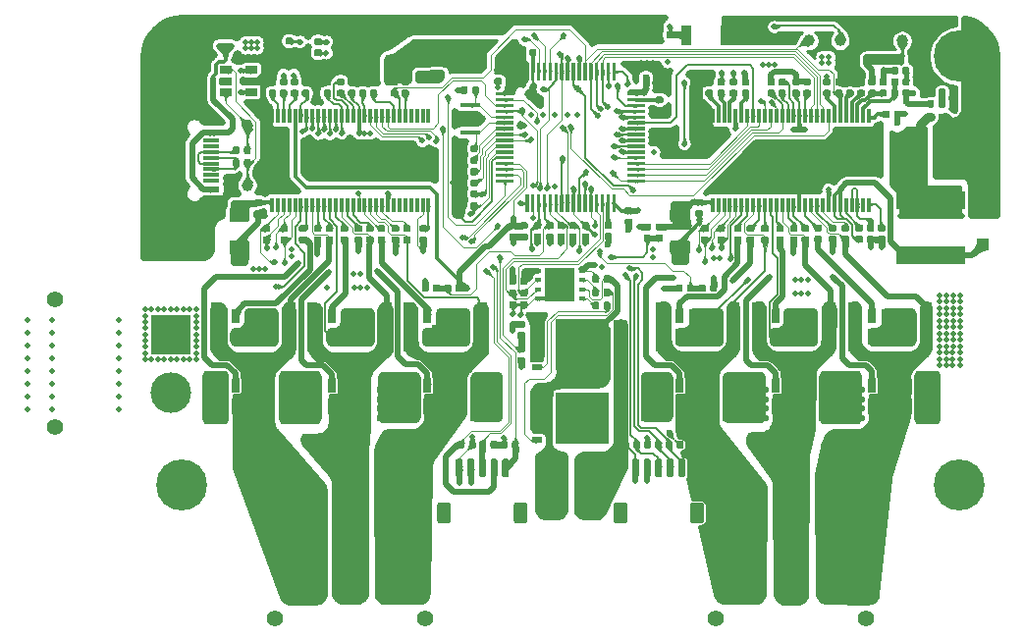
<source format=gbr>
%TF.GenerationSoftware,KiCad,Pcbnew,(5.1.5)-3*%
%TF.CreationDate,2021-04-30T11:05:50+08:00*%
%TF.ProjectId,bldc_motor_cntroller,626c6463-5f6d-46f7-946f-725f636e7472,rev?*%
%TF.SameCoordinates,PX57bcf00PY69db9c0*%
%TF.FileFunction,Copper,L1,Top*%
%TF.FilePolarity,Positive*%
%FSLAX46Y46*%
G04 Gerber Fmt 4.6, Leading zero omitted, Abs format (unit mm)*
G04 Created by KiCad (PCBNEW (5.1.5)-3) date 2021-04-30 11:05:50*
%MOMM*%
%LPD*%
G04 APERTURE LIST*
%TA.AperFunction,SMDPad,CuDef*%
%ADD10R,2.600000X3.000000*%
%TD*%
%TA.AperFunction,SMDPad,CuDef*%
%ADD11R,0.600000X0.300000*%
%TD*%
%TA.AperFunction,SMDPad,CuDef*%
%ADD12C,0.100000*%
%TD*%
%TA.AperFunction,SMDPad,CuDef*%
%ADD13R,0.304800X1.270000*%
%TD*%
%TA.AperFunction,SMDPad,CuDef*%
%ADD14R,6.350000X3.610000*%
%TD*%
%TA.AperFunction,ComponentPad*%
%ADD15C,0.508000*%
%TD*%
%TA.AperFunction,BGAPad,CuDef*%
%ADD16C,1.000000*%
%TD*%
%TA.AperFunction,SMDPad,CuDef*%
%ADD17R,0.900000X1.850000*%
%TD*%
%TA.AperFunction,SMDPad,CuDef*%
%ADD18R,0.650000X1.151000*%
%TD*%
%TA.AperFunction,SMDPad,CuDef*%
%ADD19R,0.650000X1.350000*%
%TD*%
%TA.AperFunction,SMDPad,CuDef*%
%ADD20R,1.000000X1.350000*%
%TD*%
%TA.AperFunction,ComponentPad*%
%ADD21C,0.100000*%
%TD*%
%TA.AperFunction,ComponentPad*%
%ADD22C,0.700000*%
%TD*%
%TA.AperFunction,ComponentPad*%
%ADD23C,4.400000*%
%TD*%
%TA.AperFunction,SMDPad,CuDef*%
%ADD24R,1.100000X1.100000*%
%TD*%
%TA.AperFunction,SMDPad,CuDef*%
%ADD25R,5.900000X1.600000*%
%TD*%
%TA.AperFunction,SMDPad,CuDef*%
%ADD26R,0.900000X1.700000*%
%TD*%
%TA.AperFunction,ComponentPad*%
%ADD27C,3.500000*%
%TD*%
%TA.AperFunction,ComponentPad*%
%ADD28R,3.500000X3.500000*%
%TD*%
%TA.AperFunction,ComponentPad*%
%ADD29C,1.400000*%
%TD*%
%TA.AperFunction,ComponentPad*%
%ADD30C,3.000000*%
%TD*%
%TA.AperFunction,ComponentPad*%
%ADD31R,3.000000X3.000000*%
%TD*%
%TA.AperFunction,SMDPad,CuDef*%
%ADD32R,1.450000X0.600000*%
%TD*%
%TA.AperFunction,SMDPad,CuDef*%
%ADD33R,1.450000X0.300000*%
%TD*%
%TA.AperFunction,ComponentPad*%
%ADD34O,2.100000X1.000000*%
%TD*%
%TA.AperFunction,ComponentPad*%
%ADD35O,1.600000X1.000000*%
%TD*%
%TA.AperFunction,SMDPad,CuDef*%
%ADD36R,1.800000X0.400000*%
%TD*%
%TA.AperFunction,SMDPad,CuDef*%
%ADD37R,1.600000X0.400000*%
%TD*%
%TA.AperFunction,SMDPad,CuDef*%
%ADD38R,1.060000X0.650000*%
%TD*%
%TA.AperFunction,Conductor*%
%ADD39R,4.550000X4.410000*%
%TD*%
%TA.AperFunction,SMDPad,CuDef*%
%ADD40R,0.850000X0.500000*%
%TD*%
%TA.AperFunction,ViaPad*%
%ADD41C,0.500000*%
%TD*%
%TA.AperFunction,ViaPad*%
%ADD42C,0.600000*%
%TD*%
%TA.AperFunction,Conductor*%
%ADD43C,0.200000*%
%TD*%
%TA.AperFunction,Conductor*%
%ADD44C,0.500000*%
%TD*%
%TA.AperFunction,Conductor*%
%ADD45C,0.300000*%
%TD*%
%TA.AperFunction,Conductor*%
%ADD46C,0.120000*%
%TD*%
%TA.AperFunction,Conductor*%
%ADD47C,1.000000*%
%TD*%
%TA.AperFunction,Conductor*%
%ADD48C,0.800000*%
%TD*%
%TA.AperFunction,Conductor*%
%ADD49C,0.261112*%
%TD*%
%TA.AperFunction,Conductor*%
%ADD50C,0.900000*%
%TD*%
%TA.AperFunction,Conductor*%
%ADD51C,0.254000*%
%TD*%
%TA.AperFunction,Conductor*%
%ADD52C,0.025400*%
%TD*%
G04 APERTURE END LIST*
D10*
%TO.P,U3,9*%
%TO.N,GND*%
X47100000Y32300000D03*
D11*
%TO.P,U3,8*%
%TO.N,Net-(C52-Pad1)*%
X49000000Y33500000D03*
%TO.P,U3,7*%
%TO.N,Net-(R47-Pad2)*%
X49000000Y32700000D03*
%TO.P,U3,6*%
%TO.N,/Power Management/HS*%
X49000000Y31900000D03*
%TO.P,U3,5*%
%TO.N,Net-(R48-Pad2)*%
X49000000Y31100000D03*
%TO.P,U3,4*%
%TO.N,GND*%
X45200000Y31100000D03*
%TO.P,U3,3*%
%TO.N,/Microcontroller Interface/AUX_L*%
X45200000Y31900000D03*
%TO.P,U3,2*%
%TO.N,/Microcontroller Interface/AUX_H*%
X45200000Y32700000D03*
%TO.P,U3,1*%
%TO.N,GVDD*%
X45200000Y33500000D03*
%TD*%
%TA.AperFunction,SMDPad,CuDef*%
D12*
%TO.P,C36,2*%
%TO.N,GND*%
G36*
X74046958Y36509290D02*
G01*
X74061276Y36507166D01*
X74075317Y36503649D01*
X74088946Y36498772D01*
X74102031Y36492583D01*
X74114447Y36485142D01*
X74126073Y36476519D01*
X74136798Y36466798D01*
X74146519Y36456073D01*
X74155142Y36444447D01*
X74162583Y36432031D01*
X74168772Y36418946D01*
X74173649Y36405317D01*
X74177166Y36391276D01*
X74179290Y36376958D01*
X74180000Y36362500D01*
X74180000Y36067500D01*
X74179290Y36053042D01*
X74177166Y36038724D01*
X74173649Y36024683D01*
X74168772Y36011054D01*
X74162583Y35997969D01*
X74155142Y35985553D01*
X74146519Y35973927D01*
X74136798Y35963202D01*
X74126073Y35953481D01*
X74114447Y35944858D01*
X74102031Y35937417D01*
X74088946Y35931228D01*
X74075317Y35926351D01*
X74061276Y35922834D01*
X74046958Y35920710D01*
X74032500Y35920000D01*
X73687500Y35920000D01*
X73673042Y35920710D01*
X73658724Y35922834D01*
X73644683Y35926351D01*
X73631054Y35931228D01*
X73617969Y35937417D01*
X73605553Y35944858D01*
X73593927Y35953481D01*
X73583202Y35963202D01*
X73573481Y35973927D01*
X73564858Y35985553D01*
X73557417Y35997969D01*
X73551228Y36011054D01*
X73546351Y36024683D01*
X73542834Y36038724D01*
X73540710Y36053042D01*
X73540000Y36067500D01*
X73540000Y36362500D01*
X73540710Y36376958D01*
X73542834Y36391276D01*
X73546351Y36405317D01*
X73551228Y36418946D01*
X73557417Y36432031D01*
X73564858Y36444447D01*
X73573481Y36456073D01*
X73583202Y36466798D01*
X73593927Y36476519D01*
X73605553Y36485142D01*
X73617969Y36492583D01*
X73631054Y36498772D01*
X73644683Y36503649D01*
X73658724Y36507166D01*
X73673042Y36509290D01*
X73687500Y36510000D01*
X74032500Y36510000D01*
X74046958Y36509290D01*
G37*
%TD.AperFunction*%
%TA.AperFunction,SMDPad,CuDef*%
%TO.P,C36,1*%
%TO.N,VDC*%
G36*
X74046958Y37479290D02*
G01*
X74061276Y37477166D01*
X74075317Y37473649D01*
X74088946Y37468772D01*
X74102031Y37462583D01*
X74114447Y37455142D01*
X74126073Y37446519D01*
X74136798Y37436798D01*
X74146519Y37426073D01*
X74155142Y37414447D01*
X74162583Y37402031D01*
X74168772Y37388946D01*
X74173649Y37375317D01*
X74177166Y37361276D01*
X74179290Y37346958D01*
X74180000Y37332500D01*
X74180000Y37037500D01*
X74179290Y37023042D01*
X74177166Y37008724D01*
X74173649Y36994683D01*
X74168772Y36981054D01*
X74162583Y36967969D01*
X74155142Y36955553D01*
X74146519Y36943927D01*
X74136798Y36933202D01*
X74126073Y36923481D01*
X74114447Y36914858D01*
X74102031Y36907417D01*
X74088946Y36901228D01*
X74075317Y36896351D01*
X74061276Y36892834D01*
X74046958Y36890710D01*
X74032500Y36890000D01*
X73687500Y36890000D01*
X73673042Y36890710D01*
X73658724Y36892834D01*
X73644683Y36896351D01*
X73631054Y36901228D01*
X73617969Y36907417D01*
X73605553Y36914858D01*
X73593927Y36923481D01*
X73583202Y36933202D01*
X73573481Y36943927D01*
X73564858Y36955553D01*
X73557417Y36967969D01*
X73551228Y36981054D01*
X73546351Y36994683D01*
X73542834Y37008724D01*
X73540710Y37023042D01*
X73540000Y37037500D01*
X73540000Y37332500D01*
X73540710Y37346958D01*
X73542834Y37361276D01*
X73546351Y37375317D01*
X73551228Y37388946D01*
X73557417Y37402031D01*
X73564858Y37414447D01*
X73573481Y37426073D01*
X73583202Y37436798D01*
X73593927Y37446519D01*
X73605553Y37455142D01*
X73617969Y37462583D01*
X73631054Y37468772D01*
X73644683Y37473649D01*
X73658724Y37477166D01*
X73673042Y37479290D01*
X73687500Y37480000D01*
X74032500Y37480000D01*
X74046958Y37479290D01*
G37*
%TD.AperFunction*%
%TD*%
D13*
%TO.P,U1,1*%
%TO.N,Net-(R5-Pad1)*%
X73749986Y46822700D03*
%TO.P,U1,2*%
%TO.N,Net-(C17-Pad1)*%
X73249988Y46822700D03*
%TO.P,U1,3*%
%TO.N,Net-(R6-Pad1)*%
X72749988Y46822700D03*
%TO.P,U1,4*%
%TO.N,/Motor Driver/PWRGD*%
X72249990Y46822700D03*
%TO.P,U1,5*%
%TO.N,/Motor Driver/nOCTW*%
X71749990Y46822700D03*
%TO.P,U1,6*%
%TO.N,/Microcontroller Interface/nFAULT*%
X71249991Y46822700D03*
%TO.P,U1,7*%
%TO.N,Net-(R4-Pad1)*%
X70749992Y46822700D03*
%TO.P,U1,8*%
%TO.N,/Microcontroller Interface/SPI_M0_nCS*%
X70249994Y46822700D03*
%TO.P,U1,9*%
%TO.N,/Microcontroller Interface/SPI_MOSI*%
X69749994Y46822700D03*
%TO.P,U1,10*%
%TO.N,/Microcontroller Interface/SPI_MISO*%
X69249996Y46822700D03*
%TO.P,U1,11*%
%TO.N,/Microcontroller Interface/SPI_SCK*%
X68749996Y46822700D03*
%TO.P,U1,12*%
%TO.N,Net-(R10-Pad2)*%
X68249997Y46822700D03*
%TO.P,U1,13*%
%TO.N,GVDD*%
X67749998Y46822700D03*
%TO.P,U1,14*%
%TO.N,Net-(C4-Pad1)*%
X67250000Y46822700D03*
%TO.P,U1,15*%
%TO.N,Net-(C4-Pad2)*%
X66750000Y46822700D03*
%TO.P,U1,16*%
%TO.N,/Microcontroller Interface/EN_GATE*%
X66250002Y46822700D03*
%TO.P,U1,17*%
%TO.N,/Microcontroller Interface/M0_AH*%
X65750003Y46822700D03*
%TO.P,U1,18*%
%TO.N,/Microcontroller Interface/M0_AL*%
X65250004Y46822700D03*
%TO.P,U1,19*%
%TO.N,/Microcontroller Interface/M0_BH*%
X64750004Y46822700D03*
%TO.P,U1,20*%
%TO.N,/Microcontroller Interface/M0_BL*%
X64250006Y46822700D03*
%TO.P,U1,21*%
%TO.N,/Microcontroller Interface/M0_CH*%
X63750006Y46822700D03*
%TO.P,U1,22*%
%TO.N,/Microcontroller Interface/M0_CL*%
X63250008Y46822700D03*
%TO.P,U1,23*%
%TO.N,/Motor Driver/DVDD*%
X62750009Y46822700D03*
%TO.P,U1,24*%
%TO.N,+3.3VA*%
X62250010Y46822700D03*
%TO.P,U1,25*%
%TO.N,Net-(R17-Pad1)*%
X61750010Y46822700D03*
%TO.P,U1,26*%
%TO.N,Net-(R18-Pad1)*%
X61250012Y46822700D03*
%TO.P,U1,27*%
%TO.N,/Motor Driver/AVDD*%
X60750012Y46822700D03*
%TO.P,U1,28*%
%TO.N,GND*%
X60250014Y46822700D03*
%TO.P,U1,29*%
%TO.N,VDC*%
X60250014Y39177300D03*
%TO.P,U1,30*%
%TO.N,/Motor Driver/SP2*%
X60750012Y39177300D03*
%TO.P,U1,31*%
%TO.N,/Motor Driver/SN2*%
X61250012Y39177300D03*
%TO.P,U1,32*%
%TO.N,/Motor Driver/SP1*%
X61750010Y39177300D03*
%TO.P,U1,33*%
%TO.N,/Motor Driver/SN1*%
X62250010Y39177300D03*
%TO.P,U1,34*%
%TO.N,/Motor Driver/SL_C*%
X62750009Y39177300D03*
%TO.P,U1,35*%
%TO.N,/Motor Driver/GL_C*%
X63250008Y39177300D03*
%TO.P,U1,36*%
%TO.N,/Motor Driver/SH_C*%
X63750006Y39177300D03*
%TO.P,U1,37*%
%TO.N,/Motor Driver/GH_C*%
X64250006Y39177300D03*
%TO.P,U1,38*%
%TO.N,Net-(C15-Pad2)*%
X64750004Y39177300D03*
%TO.P,U1,39*%
%TO.N,/Motor Driver/SL_B*%
X65250004Y39177300D03*
%TO.P,U1,40*%
%TO.N,/Motor Driver/GL_B*%
X65750003Y39177300D03*
%TO.P,U1,41*%
%TO.N,/Motor Driver/SH_B*%
X66250002Y39177300D03*
%TO.P,U1,42*%
%TO.N,/Motor Driver/GH_B*%
X66750000Y39177300D03*
%TO.P,U1,43*%
%TO.N,Net-(C14-Pad2)*%
X67250000Y39177300D03*
%TO.P,U1,44*%
%TO.N,GND*%
X67749998Y39177300D03*
%TO.P,U1,45*%
%TO.N,/Motor Driver/GL_A*%
X68249997Y39177300D03*
%TO.P,U1,46*%
%TO.N,/Motor Driver/SH_A*%
X68749996Y39177300D03*
%TO.P,U1,47*%
%TO.N,/Motor Driver/GH_A*%
X69249996Y39177300D03*
%TO.P,U1,48*%
%TO.N,Net-(C13-Pad2)*%
X69749994Y39177300D03*
%TO.P,U1,49*%
%TO.N,+3V3*%
X70249994Y39177300D03*
%TO.P,U1,50*%
%TO.N,Net-(C10-Pad1)*%
X70749992Y39177300D03*
%TO.P,U1,51*%
X71249991Y39177300D03*
%TO.P,U1,52*%
%TO.N,Net-(C10-Pad2)*%
X71749990Y39177300D03*
%TO.P,U1,53*%
%TO.N,VDC*%
X72249990Y39177300D03*
%TO.P,U1,54*%
X72749988Y39177300D03*
%TO.P,U1,55*%
%TO.N,Net-(U1-Pad55)*%
X73249988Y39177300D03*
%TO.P,U1,56*%
%TO.N,Net-(C1-Pad2)*%
X73749986Y39177300D03*
D14*
%TO.P,U1,57*%
%TO.N,GND*%
X67000000Y43000000D03*
D15*
%TO.P,U1,V*%
X64244100Y44181100D03*
X65031500Y44181100D03*
X65818900Y44181100D03*
X66606300Y44181100D03*
X67393700Y44181100D03*
X68181100Y44181100D03*
X68968500Y44181100D03*
X69755900Y44181100D03*
X64244100Y43393700D03*
X65031500Y43393700D03*
X65818900Y43393700D03*
X66606300Y43393700D03*
X67393700Y43393700D03*
X68181100Y43393700D03*
X68968500Y43393700D03*
X69755900Y43393700D03*
X64244100Y42606300D03*
X65031500Y42606300D03*
X65818900Y42606300D03*
X66606300Y42606300D03*
X67393700Y42606300D03*
X68181100Y42606300D03*
X68968500Y42606300D03*
X69755900Y42606300D03*
X64244100Y41818900D03*
X65031500Y41818900D03*
X65818900Y41818900D03*
X66606300Y41818900D03*
X67393700Y41818900D03*
X68181100Y41818900D03*
X68968500Y41818900D03*
X69755900Y41818900D03*
%TD*%
D16*
%TO.P,TP6,1*%
%TO.N,/Microcontroller Interface/nFAULT*%
X68550000Y53350001D03*
%TD*%
D17*
%TO.P,Q2,1*%
%TO.N,/Motor Driver/SH_A*%
X78750000Y29850000D03*
%TO.P,Q2,2*%
X78750000Y27450000D03*
%TO.P,Q2,9*%
X72350000Y29850000D03*
%TO.P,Q2,10*%
X72350000Y27450000D03*
D18*
%TO.P,Q2,7*%
%TO.N,Net-(Q2-Pad7)*%
X74000000Y29600000D03*
D19*
%TO.P,Q2,8*%
%TO.N,GND*%
X74000000Y27800000D03*
D20*
%TO.P,Q2,5*%
X75375000Y29500000D03*
%TO.P,Q2,6*%
X75375000Y27800000D03*
%TO.P,Q2,3*%
X76925000Y29500000D03*
%TO.P,Q2,4*%
X76925000Y27800000D03*
%TD*%
%TA.AperFunction,SMDPad,CuDef*%
D12*
%TO.P,C24,2*%
%TO.N,/Motor_Driver2/SN2*%
G36*
X21961958Y36459290D02*
G01*
X21976276Y36457166D01*
X21990317Y36453649D01*
X22003946Y36448772D01*
X22017031Y36442583D01*
X22029447Y36435142D01*
X22041073Y36426519D01*
X22051798Y36416798D01*
X22061519Y36406073D01*
X22070142Y36394447D01*
X22077583Y36382031D01*
X22083772Y36368946D01*
X22088649Y36355317D01*
X22092166Y36341276D01*
X22094290Y36326958D01*
X22095000Y36312500D01*
X22095000Y36017500D01*
X22094290Y36003042D01*
X22092166Y35988724D01*
X22088649Y35974683D01*
X22083772Y35961054D01*
X22077583Y35947969D01*
X22070142Y35935553D01*
X22061519Y35923927D01*
X22051798Y35913202D01*
X22041073Y35903481D01*
X22029447Y35894858D01*
X22017031Y35887417D01*
X22003946Y35881228D01*
X21990317Y35876351D01*
X21976276Y35872834D01*
X21961958Y35870710D01*
X21947500Y35870000D01*
X21602500Y35870000D01*
X21588042Y35870710D01*
X21573724Y35872834D01*
X21559683Y35876351D01*
X21546054Y35881228D01*
X21532969Y35887417D01*
X21520553Y35894858D01*
X21508927Y35903481D01*
X21498202Y35913202D01*
X21488481Y35923927D01*
X21479858Y35935553D01*
X21472417Y35947969D01*
X21466228Y35961054D01*
X21461351Y35974683D01*
X21457834Y35988724D01*
X21455710Y36003042D01*
X21455000Y36017500D01*
X21455000Y36312500D01*
X21455710Y36326958D01*
X21457834Y36341276D01*
X21461351Y36355317D01*
X21466228Y36368946D01*
X21472417Y36382031D01*
X21479858Y36394447D01*
X21488481Y36406073D01*
X21498202Y36416798D01*
X21508927Y36426519D01*
X21520553Y36435142D01*
X21532969Y36442583D01*
X21546054Y36448772D01*
X21559683Y36453649D01*
X21573724Y36457166D01*
X21588042Y36459290D01*
X21602500Y36460000D01*
X21947500Y36460000D01*
X21961958Y36459290D01*
G37*
%TD.AperFunction*%
%TA.AperFunction,SMDPad,CuDef*%
%TO.P,C24,1*%
%TO.N,/Motor_Driver2/SP2*%
G36*
X21961958Y37429290D02*
G01*
X21976276Y37427166D01*
X21990317Y37423649D01*
X22003946Y37418772D01*
X22017031Y37412583D01*
X22029447Y37405142D01*
X22041073Y37396519D01*
X22051798Y37386798D01*
X22061519Y37376073D01*
X22070142Y37364447D01*
X22077583Y37352031D01*
X22083772Y37338946D01*
X22088649Y37325317D01*
X22092166Y37311276D01*
X22094290Y37296958D01*
X22095000Y37282500D01*
X22095000Y36987500D01*
X22094290Y36973042D01*
X22092166Y36958724D01*
X22088649Y36944683D01*
X22083772Y36931054D01*
X22077583Y36917969D01*
X22070142Y36905553D01*
X22061519Y36893927D01*
X22051798Y36883202D01*
X22041073Y36873481D01*
X22029447Y36864858D01*
X22017031Y36857417D01*
X22003946Y36851228D01*
X21990317Y36846351D01*
X21976276Y36842834D01*
X21961958Y36840710D01*
X21947500Y36840000D01*
X21602500Y36840000D01*
X21588042Y36840710D01*
X21573724Y36842834D01*
X21559683Y36846351D01*
X21546054Y36851228D01*
X21532969Y36857417D01*
X21520553Y36864858D01*
X21508927Y36873481D01*
X21498202Y36883202D01*
X21488481Y36893927D01*
X21479858Y36905553D01*
X21472417Y36917969D01*
X21466228Y36931054D01*
X21461351Y36944683D01*
X21457834Y36958724D01*
X21455710Y36973042D01*
X21455000Y36987500D01*
X21455000Y37282500D01*
X21455710Y37296958D01*
X21457834Y37311276D01*
X21461351Y37325317D01*
X21466228Y37338946D01*
X21472417Y37352031D01*
X21479858Y37364447D01*
X21488481Y37376073D01*
X21498202Y37386798D01*
X21508927Y37396519D01*
X21520553Y37405142D01*
X21532969Y37412583D01*
X21546054Y37418772D01*
X21559683Y37423649D01*
X21573724Y37427166D01*
X21588042Y37429290D01*
X21602500Y37430000D01*
X21947500Y37430000D01*
X21961958Y37429290D01*
G37*
%TD.AperFunction*%
%TD*%
%TA.AperFunction,SMDPad,CuDef*%
%TO.P,C97,2*%
%TO.N,/I/O Interface/ENC1_B*%
G36*
X38721958Y18819290D02*
G01*
X38736276Y18817166D01*
X38750317Y18813649D01*
X38763946Y18808772D01*
X38777031Y18802583D01*
X38789447Y18795142D01*
X38801073Y18786519D01*
X38811798Y18776798D01*
X38821519Y18766073D01*
X38830142Y18754447D01*
X38837583Y18742031D01*
X38843772Y18728946D01*
X38848649Y18715317D01*
X38852166Y18701276D01*
X38854290Y18686958D01*
X38855000Y18672500D01*
X38855000Y18327500D01*
X38854290Y18313042D01*
X38852166Y18298724D01*
X38848649Y18284683D01*
X38843772Y18271054D01*
X38837583Y18257969D01*
X38830142Y18245553D01*
X38821519Y18233927D01*
X38811798Y18223202D01*
X38801073Y18213481D01*
X38789447Y18204858D01*
X38777031Y18197417D01*
X38763946Y18191228D01*
X38750317Y18186351D01*
X38736276Y18182834D01*
X38721958Y18180710D01*
X38707500Y18180000D01*
X38412500Y18180000D01*
X38398042Y18180710D01*
X38383724Y18182834D01*
X38369683Y18186351D01*
X38356054Y18191228D01*
X38342969Y18197417D01*
X38330553Y18204858D01*
X38318927Y18213481D01*
X38308202Y18223202D01*
X38298481Y18233927D01*
X38289858Y18245553D01*
X38282417Y18257969D01*
X38276228Y18271054D01*
X38271351Y18284683D01*
X38267834Y18298724D01*
X38265710Y18313042D01*
X38265000Y18327500D01*
X38265000Y18672500D01*
X38265710Y18686958D01*
X38267834Y18701276D01*
X38271351Y18715317D01*
X38276228Y18728946D01*
X38282417Y18742031D01*
X38289858Y18754447D01*
X38298481Y18766073D01*
X38308202Y18776798D01*
X38318927Y18786519D01*
X38330553Y18795142D01*
X38342969Y18802583D01*
X38356054Y18808772D01*
X38369683Y18813649D01*
X38383724Y18817166D01*
X38398042Y18819290D01*
X38412500Y18820000D01*
X38707500Y18820000D01*
X38721958Y18819290D01*
G37*
%TD.AperFunction*%
%TA.AperFunction,SMDPad,CuDef*%
%TO.P,C97,1*%
%TO.N,GND*%
G36*
X39691958Y18819290D02*
G01*
X39706276Y18817166D01*
X39720317Y18813649D01*
X39733946Y18808772D01*
X39747031Y18802583D01*
X39759447Y18795142D01*
X39771073Y18786519D01*
X39781798Y18776798D01*
X39791519Y18766073D01*
X39800142Y18754447D01*
X39807583Y18742031D01*
X39813772Y18728946D01*
X39818649Y18715317D01*
X39822166Y18701276D01*
X39824290Y18686958D01*
X39825000Y18672500D01*
X39825000Y18327500D01*
X39824290Y18313042D01*
X39822166Y18298724D01*
X39818649Y18284683D01*
X39813772Y18271054D01*
X39807583Y18257969D01*
X39800142Y18245553D01*
X39791519Y18233927D01*
X39781798Y18223202D01*
X39771073Y18213481D01*
X39759447Y18204858D01*
X39747031Y18197417D01*
X39733946Y18191228D01*
X39720317Y18186351D01*
X39706276Y18182834D01*
X39691958Y18180710D01*
X39677500Y18180000D01*
X39382500Y18180000D01*
X39368042Y18180710D01*
X39353724Y18182834D01*
X39339683Y18186351D01*
X39326054Y18191228D01*
X39312969Y18197417D01*
X39300553Y18204858D01*
X39288927Y18213481D01*
X39278202Y18223202D01*
X39268481Y18233927D01*
X39259858Y18245553D01*
X39252417Y18257969D01*
X39246228Y18271054D01*
X39241351Y18284683D01*
X39237834Y18298724D01*
X39235710Y18313042D01*
X39235000Y18327500D01*
X39235000Y18672500D01*
X39235710Y18686958D01*
X39237834Y18701276D01*
X39241351Y18715317D01*
X39246228Y18728946D01*
X39252417Y18742031D01*
X39259858Y18754447D01*
X39268481Y18766073D01*
X39278202Y18776798D01*
X39288927Y18786519D01*
X39300553Y18795142D01*
X39312969Y18802583D01*
X39326054Y18808772D01*
X39339683Y18813649D01*
X39353724Y18817166D01*
X39368042Y18819290D01*
X39382500Y18820000D01*
X39677500Y18820000D01*
X39691958Y18819290D01*
G37*
%TD.AperFunction*%
%TD*%
D17*
%TO.P,Q12,1*%
%TO.N,/Motor_Driver2/SH_C*%
X23850000Y29850000D03*
%TO.P,Q12,2*%
X23850000Y27450000D03*
%TO.P,Q12,9*%
X17450000Y29850000D03*
%TO.P,Q12,10*%
X17450000Y27450000D03*
D18*
%TO.P,Q12,7*%
%TO.N,Net-(Q12-Pad7)*%
X19100000Y29600000D03*
D19*
%TO.P,Q12,8*%
%TO.N,/Motor_Driver2/SL_C*%
X19100000Y27800000D03*
D20*
%TO.P,Q12,5*%
X20475000Y29500000D03*
%TO.P,Q12,6*%
X20475000Y27800000D03*
%TO.P,Q12,3*%
X22025000Y29500000D03*
%TO.P,Q12,4*%
X22025000Y27800000D03*
%TD*%
D17*
%TO.P,Q7,1*%
%TO.N,VDC*%
X40400000Y23850000D03*
%TO.P,Q7,2*%
X40400000Y21450000D03*
%TO.P,Q7,9*%
X34000000Y23850000D03*
%TO.P,Q7,10*%
X34000000Y21450000D03*
D18*
%TO.P,Q7,7*%
%TO.N,Net-(Q7-Pad7)*%
X35650000Y23600000D03*
D19*
%TO.P,Q7,8*%
%TO.N,/Motor_Driver2/SH_A*%
X35650000Y21800000D03*
D20*
%TO.P,Q7,5*%
X37025000Y23500000D03*
%TO.P,Q7,6*%
X37025000Y21800000D03*
%TO.P,Q7,3*%
X38575000Y23500000D03*
%TO.P,Q7,4*%
X38575000Y21800000D03*
%TD*%
D17*
%TO.P,Q10,1*%
%TO.N,/Motor_Driver2/SH_B*%
X32150000Y29850000D03*
%TO.P,Q10,2*%
X32150000Y27450000D03*
%TO.P,Q10,9*%
X25750000Y29850000D03*
%TO.P,Q10,10*%
X25750000Y27450000D03*
D18*
%TO.P,Q10,7*%
%TO.N,Net-(Q10-Pad7)*%
X27400000Y29600000D03*
D19*
%TO.P,Q10,8*%
%TO.N,/Motor_Driver2/SL_B*%
X27400000Y27800000D03*
D20*
%TO.P,Q10,5*%
X28775000Y29500000D03*
%TO.P,Q10,6*%
X28775000Y27800000D03*
%TO.P,Q10,3*%
X30325000Y29500000D03*
%TO.P,Q10,4*%
X30325000Y27800000D03*
%TD*%
D17*
%TO.P,Q9,1*%
%TO.N,VDC*%
X32150000Y23850000D03*
%TO.P,Q9,2*%
X32150000Y21450000D03*
%TO.P,Q9,9*%
X25750000Y23850000D03*
%TO.P,Q9,10*%
X25750000Y21450000D03*
D18*
%TO.P,Q9,7*%
%TO.N,Net-(Q9-Pad7)*%
X27400000Y23600000D03*
D19*
%TO.P,Q9,8*%
%TO.N,/Motor_Driver2/SH_B*%
X27400000Y21800000D03*
D20*
%TO.P,Q9,5*%
X28775000Y23500000D03*
%TO.P,Q9,6*%
X28775000Y21800000D03*
%TO.P,Q9,3*%
X30325000Y23500000D03*
%TO.P,Q9,4*%
X30325000Y21800000D03*
%TD*%
D17*
%TO.P,Q5,1*%
%TO.N,VDC*%
X62150000Y23850000D03*
%TO.P,Q5,2*%
X62150000Y21450000D03*
%TO.P,Q5,9*%
X55750000Y23850000D03*
%TO.P,Q5,10*%
X55750000Y21450000D03*
D18*
%TO.P,Q5,7*%
%TO.N,Net-(Q5-Pad7)*%
X57400000Y23600000D03*
D19*
%TO.P,Q5,8*%
%TO.N,/Motor Driver/SH_C*%
X57400000Y21800000D03*
D20*
%TO.P,Q5,5*%
X58775000Y23500000D03*
%TO.P,Q5,6*%
X58775000Y21800000D03*
%TO.P,Q5,3*%
X60325000Y23500000D03*
%TO.P,Q5,4*%
X60325000Y21800000D03*
%TD*%
D17*
%TO.P,Q6,1*%
%TO.N,/Motor Driver/SH_C*%
X62150000Y29850000D03*
%TO.P,Q6,2*%
X62150000Y27450000D03*
%TO.P,Q6,9*%
X55750000Y29850000D03*
%TO.P,Q6,10*%
X55750000Y27450000D03*
D18*
%TO.P,Q6,7*%
%TO.N,Net-(Q6-Pad7)*%
X57400000Y29600000D03*
D19*
%TO.P,Q6,8*%
%TO.N,/Motor Driver/SL_C*%
X57400000Y27800000D03*
D20*
%TO.P,Q6,5*%
X58775000Y29500000D03*
%TO.P,Q6,6*%
X58775000Y27800000D03*
%TO.P,Q6,3*%
X60325000Y29500000D03*
%TO.P,Q6,4*%
X60325000Y27800000D03*
%TD*%
D17*
%TO.P,Q1,1*%
%TO.N,VDC*%
X78750000Y23850000D03*
%TO.P,Q1,2*%
X78750000Y21450000D03*
%TO.P,Q1,9*%
X72350000Y23850000D03*
%TO.P,Q1,10*%
X72350000Y21450000D03*
D18*
%TO.P,Q1,7*%
%TO.N,Net-(Q1-Pad7)*%
X74000000Y23600000D03*
D19*
%TO.P,Q1,8*%
%TO.N,/Motor Driver/SH_A*%
X74000000Y21800000D03*
D20*
%TO.P,Q1,5*%
X75375000Y23500000D03*
%TO.P,Q1,6*%
X75375000Y21800000D03*
%TO.P,Q1,3*%
X76925000Y23500000D03*
%TO.P,Q1,4*%
X76925000Y21800000D03*
%TD*%
D17*
%TO.P,Q4,1*%
%TO.N,/Motor Driver/SH_B*%
X70450000Y29850000D03*
%TO.P,Q4,2*%
X70450000Y27450000D03*
%TO.P,Q4,9*%
X64050000Y29850000D03*
%TO.P,Q4,10*%
X64050000Y27450000D03*
D18*
%TO.P,Q4,7*%
%TO.N,Net-(Q4-Pad7)*%
X65700000Y29600000D03*
D19*
%TO.P,Q4,8*%
%TO.N,/Motor Driver/SL_B*%
X65700000Y27800000D03*
D20*
%TO.P,Q4,5*%
X67075000Y29500000D03*
%TO.P,Q4,6*%
X67075000Y27800000D03*
%TO.P,Q4,3*%
X68625000Y29500000D03*
%TO.P,Q4,4*%
X68625000Y27800000D03*
%TD*%
D17*
%TO.P,Q3,1*%
%TO.N,VDC*%
X70450000Y23850000D03*
%TO.P,Q3,2*%
X70450000Y21450000D03*
%TO.P,Q3,9*%
X64050000Y23850000D03*
%TO.P,Q3,10*%
X64050000Y21450000D03*
D18*
%TO.P,Q3,7*%
%TO.N,Net-(Q3-Pad7)*%
X65700000Y23600000D03*
D19*
%TO.P,Q3,8*%
%TO.N,/Motor Driver/SH_B*%
X65700000Y21800000D03*
D20*
%TO.P,Q3,5*%
X67075000Y23500000D03*
%TO.P,Q3,6*%
X67075000Y21800000D03*
%TO.P,Q3,3*%
X68625000Y23500000D03*
%TO.P,Q3,4*%
X68625000Y21800000D03*
%TD*%
D17*
%TO.P,Q8,1*%
%TO.N,/Motor_Driver2/SH_A*%
X40400000Y29850000D03*
%TO.P,Q8,2*%
X40400000Y27450000D03*
%TO.P,Q8,9*%
X34000000Y29850000D03*
%TO.P,Q8,10*%
X34000000Y27450000D03*
D18*
%TO.P,Q8,7*%
%TO.N,Net-(Q8-Pad7)*%
X35650000Y29600000D03*
D19*
%TO.P,Q8,8*%
%TO.N,GND*%
X35650000Y27800000D03*
D20*
%TO.P,Q8,5*%
X37025000Y29500000D03*
%TO.P,Q8,6*%
X37025000Y27800000D03*
%TO.P,Q8,3*%
X38575000Y29500000D03*
%TO.P,Q8,4*%
X38575000Y27800000D03*
%TD*%
D17*
%TO.P,Q11,1*%
%TO.N,VDC*%
X23850000Y23850000D03*
%TO.P,Q11,2*%
X23850000Y21450000D03*
%TO.P,Q11,9*%
X17450000Y23850000D03*
%TO.P,Q11,10*%
X17450000Y21450000D03*
D18*
%TO.P,Q11,7*%
%TO.N,Net-(Q11-Pad7)*%
X19100000Y23600000D03*
D19*
%TO.P,Q11,8*%
%TO.N,/Motor_Driver2/SH_C*%
X19100000Y21800000D03*
D20*
%TO.P,Q11,5*%
X20475000Y23500000D03*
%TO.P,Q11,6*%
X20475000Y21800000D03*
%TO.P,Q11,3*%
X22025000Y23500000D03*
%TO.P,Q11,4*%
X22025000Y21800000D03*
%TD*%
D15*
%TO.P,U2,V*%
%TO.N,GND*%
X31755900Y41818900D03*
X30968500Y41818900D03*
X30181100Y41818900D03*
X29393700Y41818900D03*
X28606300Y41818900D03*
X27818900Y41818900D03*
X27031500Y41818900D03*
X26244100Y41818900D03*
X31755900Y42606300D03*
X30968500Y42606300D03*
X30181100Y42606300D03*
X29393700Y42606300D03*
X28606300Y42606300D03*
X27818900Y42606300D03*
X27031500Y42606300D03*
X26244100Y42606300D03*
X31755900Y43393700D03*
X30968500Y43393700D03*
X30181100Y43393700D03*
X29393700Y43393700D03*
X28606300Y43393700D03*
X27818900Y43393700D03*
X27031500Y43393700D03*
X26244100Y43393700D03*
X31755900Y44181100D03*
X30968500Y44181100D03*
X30181100Y44181100D03*
X29393700Y44181100D03*
X28606300Y44181100D03*
X27818900Y44181100D03*
X27031500Y44181100D03*
X26244100Y44181100D03*
D14*
%TO.P,U2,57*%
X29000000Y43000000D03*
D13*
%TO.P,U2,56*%
%TO.N,Net-(C22-Pad2)*%
X35749986Y39177300D03*
%TO.P,U2,55*%
%TO.N,GND*%
X35249988Y39177300D03*
%TO.P,U2,54*%
%TO.N,Net-(U2-Pad54)*%
X34749988Y39177300D03*
%TO.P,U2,53*%
%TO.N,Net-(U2-Pad53)*%
X34249990Y39177300D03*
%TO.P,U2,52*%
%TO.N,Net-(U2-Pad52)*%
X33749990Y39177300D03*
%TO.P,U2,51*%
%TO.N,Net-(U2-Pad51)*%
X33249991Y39177300D03*
%TO.P,U2,50*%
%TO.N,Net-(U2-Pad50)*%
X32749992Y39177300D03*
%TO.P,U2,49*%
%TO.N,+3V3*%
X32249994Y39177300D03*
%TO.P,U2,48*%
%TO.N,Net-(C32-Pad2)*%
X31749994Y39177300D03*
%TO.P,U2,47*%
%TO.N,/Motor_Driver2/GH_A*%
X31249996Y39177300D03*
%TO.P,U2,46*%
%TO.N,/Motor_Driver2/SH_A*%
X30749996Y39177300D03*
%TO.P,U2,45*%
%TO.N,/Motor_Driver2/GL_A*%
X30249997Y39177300D03*
%TO.P,U2,44*%
%TO.N,GND*%
X29749998Y39177300D03*
%TO.P,U2,43*%
%TO.N,Net-(C33-Pad2)*%
X29250000Y39177300D03*
%TO.P,U2,42*%
%TO.N,/Motor_Driver2/GH_B*%
X28750000Y39177300D03*
%TO.P,U2,41*%
%TO.N,/Motor_Driver2/SH_B*%
X28250002Y39177300D03*
%TO.P,U2,40*%
%TO.N,/Motor_Driver2/GL_B*%
X27750003Y39177300D03*
%TO.P,U2,39*%
%TO.N,/Motor_Driver2/SL_B*%
X27250004Y39177300D03*
%TO.P,U2,38*%
%TO.N,Net-(C34-Pad2)*%
X26750004Y39177300D03*
%TO.P,U2,37*%
%TO.N,/Motor_Driver2/GH_C*%
X26250006Y39177300D03*
%TO.P,U2,36*%
%TO.N,/Motor_Driver2/SH_C*%
X25750006Y39177300D03*
%TO.P,U2,35*%
%TO.N,/Motor_Driver2/GL_C*%
X25250008Y39177300D03*
%TO.P,U2,34*%
%TO.N,/Motor_Driver2/SL_C*%
X24750009Y39177300D03*
%TO.P,U2,33*%
%TO.N,/Motor_Driver2/SN1*%
X24250010Y39177300D03*
%TO.P,U2,32*%
%TO.N,/Motor_Driver2/SP1*%
X23750010Y39177300D03*
%TO.P,U2,31*%
%TO.N,/Motor_Driver2/SN2*%
X23250012Y39177300D03*
%TO.P,U2,30*%
%TO.N,/Motor_Driver2/SP2*%
X22750012Y39177300D03*
%TO.P,U2,29*%
%TO.N,VDC*%
X22250014Y39177300D03*
%TO.P,U2,28*%
%TO.N,GND*%
X22250014Y46822700D03*
%TO.P,U2,27*%
%TO.N,/Motor_Driver2/AVDD*%
X22750012Y46822700D03*
%TO.P,U2,26*%
%TO.N,Net-(R38-Pad1)*%
X23250012Y46822700D03*
%TO.P,U2,25*%
%TO.N,Net-(R37-Pad1)*%
X23750010Y46822700D03*
%TO.P,U2,24*%
%TO.N,+3.3VA*%
X24250010Y46822700D03*
%TO.P,U2,23*%
%TO.N,/Motor_Driver2/DVDD*%
X24750009Y46822700D03*
%TO.P,U2,22*%
%TO.N,/Microcontroller Interface/M1_CL*%
X25250008Y46822700D03*
%TO.P,U2,21*%
%TO.N,/Microcontroller Interface/M1_CH*%
X25750006Y46822700D03*
%TO.P,U2,20*%
%TO.N,/Microcontroller Interface/M1_BL*%
X26250006Y46822700D03*
%TO.P,U2,19*%
%TO.N,/Microcontroller Interface/M1_BH*%
X26750004Y46822700D03*
%TO.P,U2,18*%
%TO.N,/Microcontroller Interface/M1_AL*%
X27250004Y46822700D03*
%TO.P,U2,17*%
%TO.N,/Microcontroller Interface/M1_AH*%
X27750003Y46822700D03*
%TO.P,U2,16*%
%TO.N,/Microcontroller Interface/EN_GATE*%
X28250002Y46822700D03*
%TO.P,U2,15*%
%TO.N,Net-(C25-Pad2)*%
X28750000Y46822700D03*
%TO.P,U2,14*%
%TO.N,Net-(C25-Pad1)*%
X29250000Y46822700D03*
%TO.P,U2,13*%
%TO.N,GVDD*%
X29749998Y46822700D03*
%TO.P,U2,12*%
%TO.N,Net-(R30-Pad2)*%
X30249997Y46822700D03*
%TO.P,U2,11*%
%TO.N,/Microcontroller Interface/SPI_SCK*%
X30749996Y46822700D03*
%TO.P,U2,10*%
%TO.N,/Microcontroller Interface/SPI_MISO*%
X31249996Y46822700D03*
%TO.P,U2,9*%
%TO.N,/Microcontroller Interface/SPI_MOSI*%
X31749994Y46822700D03*
%TO.P,U2,8*%
%TO.N,/Microcontroller Interface/SPI_M1_nCS*%
X32249994Y46822700D03*
%TO.P,U2,7*%
%TO.N,Net-(R27-Pad1)*%
X32749992Y46822700D03*
%TO.P,U2,6*%
%TO.N,/Microcontroller Interface/nFAULT*%
X33249991Y46822700D03*
%TO.P,U2,5*%
%TO.N,/Motor_Driver2/nOCTW*%
X33749990Y46822700D03*
%TO.P,U2,4*%
%TO.N,Net-(U2-Pad4)*%
X34249990Y46822700D03*
%TO.P,U2,3*%
%TO.N,Net-(U2-Pad3)*%
X34749988Y46822700D03*
%TO.P,U2,2*%
%TO.N,Net-(U2-Pad2)*%
X35249988Y46822700D03*
%TO.P,U2,1*%
%TO.N,Net-(U2-Pad1)*%
X35749986Y46822700D03*
%TD*%
%TA.AperFunction,ComponentPad*%
D21*
%TO.P,H5,1*%
%TO.N,GND*%
G36*
X50139207Y15948074D02*
G01*
X50178036Y15942314D01*
X50216114Y15932776D01*
X50253073Y15919552D01*
X50288559Y15902769D01*
X50322228Y15882588D01*
X50353757Y15859204D01*
X50382843Y15832843D01*
X50409204Y15803757D01*
X50432588Y15772228D01*
X50452769Y15738559D01*
X50469552Y15703073D01*
X50482776Y15666114D01*
X50492314Y15628036D01*
X50498074Y15589207D01*
X50500000Y15550000D01*
X50500000Y13050000D01*
X50498074Y13010793D01*
X50492314Y12971964D01*
X50482776Y12933886D01*
X50469552Y12896927D01*
X50452769Y12861441D01*
X50432588Y12827772D01*
X50409204Y12796243D01*
X50382843Y12767157D01*
X50353757Y12740796D01*
X50322228Y12717412D01*
X50288559Y12697231D01*
X50253073Y12680448D01*
X50216114Y12667224D01*
X50178036Y12657686D01*
X50139207Y12651926D01*
X50100000Y12650000D01*
X49300000Y12650000D01*
X49260793Y12651926D01*
X49221964Y12657686D01*
X49183886Y12667224D01*
X49146927Y12680448D01*
X49111441Y12697231D01*
X49077772Y12717412D01*
X49046243Y12740796D01*
X49017157Y12767157D01*
X48990796Y12796243D01*
X48967412Y12827772D01*
X48947231Y12861441D01*
X48930448Y12896927D01*
X48917224Y12933886D01*
X48907686Y12971964D01*
X48901926Y13010793D01*
X48900000Y13050000D01*
X48900000Y15550000D01*
X48901926Y15589207D01*
X48907686Y15628036D01*
X48917224Y15666114D01*
X48930448Y15703073D01*
X48947231Y15738559D01*
X48967412Y15772228D01*
X48990796Y15803757D01*
X49017157Y15832843D01*
X49046243Y15859204D01*
X49077772Y15882588D01*
X49111441Y15902769D01*
X49146927Y15919552D01*
X49183886Y15932776D01*
X49221964Y15942314D01*
X49260793Y15948074D01*
X49300000Y15950000D01*
X50100000Y15950000D01*
X50139207Y15948074D01*
G37*
%TD.AperFunction*%
%TA.AperFunction,SMDPad,CuDef*%
D12*
G36*
X50249009Y16197592D02*
G01*
X50297545Y16190393D01*
X50345142Y16178470D01*
X50391342Y16161940D01*
X50435698Y16140961D01*
X50477785Y16115735D01*
X50517197Y16086505D01*
X50553553Y16053553D01*
X50586505Y16017197D01*
X50615735Y15977785D01*
X50640961Y15935698D01*
X50661940Y15891342D01*
X50678470Y15845142D01*
X50690393Y15797545D01*
X50697592Y15749009D01*
X50700000Y15700000D01*
X50700000Y12900000D01*
X50697592Y12850991D01*
X50690393Y12802455D01*
X50678470Y12754858D01*
X50661940Y12708658D01*
X50640961Y12664302D01*
X50615735Y12622215D01*
X50586505Y12582803D01*
X50553553Y12546447D01*
X50517197Y12513495D01*
X50477785Y12484265D01*
X50435698Y12459039D01*
X50391342Y12438060D01*
X50345142Y12421530D01*
X50297545Y12409607D01*
X50249009Y12402408D01*
X50200000Y12400000D01*
X49200000Y12400000D01*
X49150991Y12402408D01*
X49102455Y12409607D01*
X49054858Y12421530D01*
X49008658Y12438060D01*
X48964302Y12459039D01*
X48922215Y12484265D01*
X48882803Y12513495D01*
X48846447Y12546447D01*
X48813495Y12582803D01*
X48784265Y12622215D01*
X48759039Y12664302D01*
X48738060Y12708658D01*
X48721530Y12754858D01*
X48709607Y12802455D01*
X48702408Y12850991D01*
X48700000Y12900000D01*
X48700000Y15700000D01*
X48702408Y15749009D01*
X48709607Y15797545D01*
X48721530Y15845142D01*
X48738060Y15891342D01*
X48759039Y15935698D01*
X48784265Y15977785D01*
X48813495Y16017197D01*
X48846447Y16053553D01*
X48882803Y16086505D01*
X48922215Y16115735D01*
X48964302Y16140961D01*
X49008658Y16161940D01*
X49054858Y16178470D01*
X49102455Y16190393D01*
X49150991Y16197592D01*
X49200000Y16200000D01*
X50200000Y16200000D01*
X50249009Y16197592D01*
G37*
%TD.AperFunction*%
%TD*%
%TA.AperFunction,ComponentPad*%
D21*
%TO.P,H6,1*%
%TO.N,/Power Management/HS*%
G36*
X46739207Y15948074D02*
G01*
X46778036Y15942314D01*
X46816114Y15932776D01*
X46853073Y15919552D01*
X46888559Y15902769D01*
X46922228Y15882588D01*
X46953757Y15859204D01*
X46982843Y15832843D01*
X47009204Y15803757D01*
X47032588Y15772228D01*
X47052769Y15738559D01*
X47069552Y15703073D01*
X47082776Y15666114D01*
X47092314Y15628036D01*
X47098074Y15589207D01*
X47100000Y15550000D01*
X47100000Y13050000D01*
X47098074Y13010793D01*
X47092314Y12971964D01*
X47082776Y12933886D01*
X47069552Y12896927D01*
X47052769Y12861441D01*
X47032588Y12827772D01*
X47009204Y12796243D01*
X46982843Y12767157D01*
X46953757Y12740796D01*
X46922228Y12717412D01*
X46888559Y12697231D01*
X46853073Y12680448D01*
X46816114Y12667224D01*
X46778036Y12657686D01*
X46739207Y12651926D01*
X46700000Y12650000D01*
X45900000Y12650000D01*
X45860793Y12651926D01*
X45821964Y12657686D01*
X45783886Y12667224D01*
X45746927Y12680448D01*
X45711441Y12697231D01*
X45677772Y12717412D01*
X45646243Y12740796D01*
X45617157Y12767157D01*
X45590796Y12796243D01*
X45567412Y12827772D01*
X45547231Y12861441D01*
X45530448Y12896927D01*
X45517224Y12933886D01*
X45507686Y12971964D01*
X45501926Y13010793D01*
X45500000Y13050000D01*
X45500000Y15550000D01*
X45501926Y15589207D01*
X45507686Y15628036D01*
X45517224Y15666114D01*
X45530448Y15703073D01*
X45547231Y15738559D01*
X45567412Y15772228D01*
X45590796Y15803757D01*
X45617157Y15832843D01*
X45646243Y15859204D01*
X45677772Y15882588D01*
X45711441Y15902769D01*
X45746927Y15919552D01*
X45783886Y15932776D01*
X45821964Y15942314D01*
X45860793Y15948074D01*
X45900000Y15950000D01*
X46700000Y15950000D01*
X46739207Y15948074D01*
G37*
%TD.AperFunction*%
%TA.AperFunction,SMDPad,CuDef*%
D12*
G36*
X46849009Y16197592D02*
G01*
X46897545Y16190393D01*
X46945142Y16178470D01*
X46991342Y16161940D01*
X47035698Y16140961D01*
X47077785Y16115735D01*
X47117197Y16086505D01*
X47153553Y16053553D01*
X47186505Y16017197D01*
X47215735Y15977785D01*
X47240961Y15935698D01*
X47261940Y15891342D01*
X47278470Y15845142D01*
X47290393Y15797545D01*
X47297592Y15749009D01*
X47300000Y15700000D01*
X47300000Y12900000D01*
X47297592Y12850991D01*
X47290393Y12802455D01*
X47278470Y12754858D01*
X47261940Y12708658D01*
X47240961Y12664302D01*
X47215735Y12622215D01*
X47186505Y12582803D01*
X47153553Y12546447D01*
X47117197Y12513495D01*
X47077785Y12484265D01*
X47035698Y12459039D01*
X46991342Y12438060D01*
X46945142Y12421530D01*
X46897545Y12409607D01*
X46849009Y12402408D01*
X46800000Y12400000D01*
X45800000Y12400000D01*
X45750991Y12402408D01*
X45702455Y12409607D01*
X45654858Y12421530D01*
X45608658Y12438060D01*
X45564302Y12459039D01*
X45522215Y12484265D01*
X45482803Y12513495D01*
X45446447Y12546447D01*
X45413495Y12582803D01*
X45384265Y12622215D01*
X45359039Y12664302D01*
X45338060Y12708658D01*
X45321530Y12754858D01*
X45309607Y12802455D01*
X45302408Y12850991D01*
X45300000Y12900000D01*
X45300000Y15700000D01*
X45302408Y15749009D01*
X45309607Y15797545D01*
X45321530Y15845142D01*
X45338060Y15891342D01*
X45359039Y15935698D01*
X45384265Y15977785D01*
X45413495Y16017197D01*
X45446447Y16053553D01*
X45482803Y16086505D01*
X45522215Y16115735D01*
X45564302Y16140961D01*
X45608658Y16161940D01*
X45654858Y16178470D01*
X45702455Y16190393D01*
X45750991Y16197592D01*
X45800000Y16200000D01*
X46800000Y16200000D01*
X46849009Y16197592D01*
G37*
%TD.AperFunction*%
%TD*%
D22*
%TO.P,H4,1*%
%TO.N,GND*%
X82666726Y16166726D03*
X81500000Y16650000D03*
X80333274Y16166726D03*
X79850000Y15000000D03*
X80333274Y13833274D03*
X81500000Y13350000D03*
X82666726Y13833274D03*
X83150000Y15000000D03*
D23*
X81500000Y15000000D03*
%TD*%
D22*
%TO.P,H3,1*%
%TO.N,GND*%
X82666726Y53166726D03*
X81500000Y53650000D03*
X80333274Y53166726D03*
X79850000Y52000000D03*
X80333274Y50833274D03*
X81500000Y50350000D03*
X82666726Y50833274D03*
X83150000Y52000000D03*
D23*
X81500000Y52000000D03*
%TD*%
D22*
%TO.P,H2,1*%
%TO.N,GND*%
X15666726Y16166726D03*
X14500000Y16650000D03*
X13333274Y16166726D03*
X12850000Y15000000D03*
X13333274Y13833274D03*
X14500000Y13350000D03*
X15666726Y13833274D03*
X16150000Y15000000D03*
D23*
X14500000Y15000000D03*
%TD*%
D22*
%TO.P,H1,1*%
%TO.N,GND*%
X15666726Y53166726D03*
X14500000Y53650000D03*
X13333274Y53166726D03*
X12850000Y52000000D03*
X13333274Y50833274D03*
X14500000Y50350000D03*
X15666726Y50833274D03*
X16150000Y52000000D03*
D23*
X14500000Y52000000D03*
%TD*%
%TA.AperFunction,SMDPad,CuDef*%
D12*
%TO.P,U6,1*%
%TO.N,+3V3*%
G36*
X43032351Y48899639D02*
G01*
X43039632Y48898559D01*
X43046771Y48896771D01*
X43053701Y48894291D01*
X43060355Y48891144D01*
X43066668Y48887360D01*
X43072579Y48882976D01*
X43078033Y48878033D01*
X43082976Y48872579D01*
X43087360Y48866668D01*
X43091144Y48860355D01*
X43094291Y48853701D01*
X43096771Y48846771D01*
X43098559Y48839632D01*
X43099639Y48832351D01*
X43100000Y48825000D01*
X43100000Y48675000D01*
X43099639Y48667649D01*
X43098559Y48660368D01*
X43096771Y48653229D01*
X43094291Y48646299D01*
X43091144Y48639645D01*
X43087360Y48633332D01*
X43082976Y48627421D01*
X43078033Y48621967D01*
X43072579Y48617024D01*
X43066668Y48612640D01*
X43060355Y48608856D01*
X43053701Y48605709D01*
X43046771Y48603229D01*
X43039632Y48601441D01*
X43032351Y48600361D01*
X43025000Y48600000D01*
X41625000Y48600000D01*
X41617649Y48600361D01*
X41610368Y48601441D01*
X41603229Y48603229D01*
X41596299Y48605709D01*
X41589645Y48608856D01*
X41583332Y48612640D01*
X41577421Y48617024D01*
X41571967Y48621967D01*
X41567024Y48627421D01*
X41562640Y48633332D01*
X41558856Y48639645D01*
X41555709Y48646299D01*
X41553229Y48653229D01*
X41551441Y48660368D01*
X41550361Y48667649D01*
X41550000Y48675000D01*
X41550000Y48825000D01*
X41550361Y48832351D01*
X41551441Y48839632D01*
X41553229Y48846771D01*
X41555709Y48853701D01*
X41558856Y48860355D01*
X41562640Y48866668D01*
X41567024Y48872579D01*
X41571967Y48878033D01*
X41577421Y48882976D01*
X41583332Y48887360D01*
X41589645Y48891144D01*
X41596299Y48894291D01*
X41603229Y48896771D01*
X41610368Y48898559D01*
X41617649Y48899639D01*
X41625000Y48900000D01*
X43025000Y48900000D01*
X43032351Y48899639D01*
G37*
%TD.AperFunction*%
%TA.AperFunction,SMDPad,CuDef*%
%TO.P,U6,2*%
%TO.N,/Microcontroller Interface/SPI_M0_nCS*%
G36*
X43032351Y48399639D02*
G01*
X43039632Y48398559D01*
X43046771Y48396771D01*
X43053701Y48394291D01*
X43060355Y48391144D01*
X43066668Y48387360D01*
X43072579Y48382976D01*
X43078033Y48378033D01*
X43082976Y48372579D01*
X43087360Y48366668D01*
X43091144Y48360355D01*
X43094291Y48353701D01*
X43096771Y48346771D01*
X43098559Y48339632D01*
X43099639Y48332351D01*
X43100000Y48325000D01*
X43100000Y48175000D01*
X43099639Y48167649D01*
X43098559Y48160368D01*
X43096771Y48153229D01*
X43094291Y48146299D01*
X43091144Y48139645D01*
X43087360Y48133332D01*
X43082976Y48127421D01*
X43078033Y48121967D01*
X43072579Y48117024D01*
X43066668Y48112640D01*
X43060355Y48108856D01*
X43053701Y48105709D01*
X43046771Y48103229D01*
X43039632Y48101441D01*
X43032351Y48100361D01*
X43025000Y48100000D01*
X41625000Y48100000D01*
X41617649Y48100361D01*
X41610368Y48101441D01*
X41603229Y48103229D01*
X41596299Y48105709D01*
X41589645Y48108856D01*
X41583332Y48112640D01*
X41577421Y48117024D01*
X41571967Y48121967D01*
X41567024Y48127421D01*
X41562640Y48133332D01*
X41558856Y48139645D01*
X41555709Y48146299D01*
X41553229Y48153229D01*
X41551441Y48160368D01*
X41550361Y48167649D01*
X41550000Y48175000D01*
X41550000Y48325000D01*
X41550361Y48332351D01*
X41551441Y48339632D01*
X41553229Y48346771D01*
X41555709Y48353701D01*
X41558856Y48360355D01*
X41562640Y48366668D01*
X41567024Y48372579D01*
X41571967Y48378033D01*
X41577421Y48382976D01*
X41583332Y48387360D01*
X41589645Y48391144D01*
X41596299Y48394291D01*
X41603229Y48396771D01*
X41610368Y48398559D01*
X41617649Y48399639D01*
X41625000Y48400000D01*
X43025000Y48400000D01*
X43032351Y48399639D01*
G37*
%TD.AperFunction*%
%TA.AperFunction,SMDPad,CuDef*%
%TO.P,U6,3*%
%TO.N,/Microcontroller Interface/SPI_M1_nCS*%
G36*
X43032351Y47899639D02*
G01*
X43039632Y47898559D01*
X43046771Y47896771D01*
X43053701Y47894291D01*
X43060355Y47891144D01*
X43066668Y47887360D01*
X43072579Y47882976D01*
X43078033Y47878033D01*
X43082976Y47872579D01*
X43087360Y47866668D01*
X43091144Y47860355D01*
X43094291Y47853701D01*
X43096771Y47846771D01*
X43098559Y47839632D01*
X43099639Y47832351D01*
X43100000Y47825000D01*
X43100000Y47675000D01*
X43099639Y47667649D01*
X43098559Y47660368D01*
X43096771Y47653229D01*
X43094291Y47646299D01*
X43091144Y47639645D01*
X43087360Y47633332D01*
X43082976Y47627421D01*
X43078033Y47621967D01*
X43072579Y47617024D01*
X43066668Y47612640D01*
X43060355Y47608856D01*
X43053701Y47605709D01*
X43046771Y47603229D01*
X43039632Y47601441D01*
X43032351Y47600361D01*
X43025000Y47600000D01*
X41625000Y47600000D01*
X41617649Y47600361D01*
X41610368Y47601441D01*
X41603229Y47603229D01*
X41596299Y47605709D01*
X41589645Y47608856D01*
X41583332Y47612640D01*
X41577421Y47617024D01*
X41571967Y47621967D01*
X41567024Y47627421D01*
X41562640Y47633332D01*
X41558856Y47639645D01*
X41555709Y47646299D01*
X41553229Y47653229D01*
X41551441Y47660368D01*
X41550361Y47667649D01*
X41550000Y47675000D01*
X41550000Y47825000D01*
X41550361Y47832351D01*
X41551441Y47839632D01*
X41553229Y47846771D01*
X41555709Y47853701D01*
X41558856Y47860355D01*
X41562640Y47866668D01*
X41567024Y47872579D01*
X41571967Y47878033D01*
X41577421Y47882976D01*
X41583332Y47887360D01*
X41589645Y47891144D01*
X41596299Y47894291D01*
X41603229Y47896771D01*
X41610368Y47898559D01*
X41617649Y47899639D01*
X41625000Y47900000D01*
X43025000Y47900000D01*
X43032351Y47899639D01*
G37*
%TD.AperFunction*%
%TA.AperFunction,SMDPad,CuDef*%
%TO.P,U6,4*%
%TO.N,/I/O Interface/ENC1_Z*%
G36*
X43032351Y47399639D02*
G01*
X43039632Y47398559D01*
X43046771Y47396771D01*
X43053701Y47394291D01*
X43060355Y47391144D01*
X43066668Y47387360D01*
X43072579Y47382976D01*
X43078033Y47378033D01*
X43082976Y47372579D01*
X43087360Y47366668D01*
X43091144Y47360355D01*
X43094291Y47353701D01*
X43096771Y47346771D01*
X43098559Y47339632D01*
X43099639Y47332351D01*
X43100000Y47325000D01*
X43100000Y47175000D01*
X43099639Y47167649D01*
X43098559Y47160368D01*
X43096771Y47153229D01*
X43094291Y47146299D01*
X43091144Y47139645D01*
X43087360Y47133332D01*
X43082976Y47127421D01*
X43078033Y47121967D01*
X43072579Y47117024D01*
X43066668Y47112640D01*
X43060355Y47108856D01*
X43053701Y47105709D01*
X43046771Y47103229D01*
X43039632Y47101441D01*
X43032351Y47100361D01*
X43025000Y47100000D01*
X41625000Y47100000D01*
X41617649Y47100361D01*
X41610368Y47101441D01*
X41603229Y47103229D01*
X41596299Y47105709D01*
X41589645Y47108856D01*
X41583332Y47112640D01*
X41577421Y47117024D01*
X41571967Y47121967D01*
X41567024Y47127421D01*
X41562640Y47133332D01*
X41558856Y47139645D01*
X41555709Y47146299D01*
X41553229Y47153229D01*
X41551441Y47160368D01*
X41550361Y47167649D01*
X41550000Y47175000D01*
X41550000Y47325000D01*
X41550361Y47332351D01*
X41551441Y47339632D01*
X41553229Y47346771D01*
X41555709Y47353701D01*
X41558856Y47360355D01*
X41562640Y47366668D01*
X41567024Y47372579D01*
X41571967Y47378033D01*
X41577421Y47382976D01*
X41583332Y47387360D01*
X41589645Y47391144D01*
X41596299Y47394291D01*
X41603229Y47396771D01*
X41610368Y47398559D01*
X41617649Y47399639D01*
X41625000Y47400000D01*
X43025000Y47400000D01*
X43032351Y47399639D01*
G37*
%TD.AperFunction*%
%TA.AperFunction,SMDPad,CuDef*%
%TO.P,U6,5*%
%TO.N,Net-(C83-Pad2)*%
G36*
X43032351Y46899639D02*
G01*
X43039632Y46898559D01*
X43046771Y46896771D01*
X43053701Y46894291D01*
X43060355Y46891144D01*
X43066668Y46887360D01*
X43072579Y46882976D01*
X43078033Y46878033D01*
X43082976Y46872579D01*
X43087360Y46866668D01*
X43091144Y46860355D01*
X43094291Y46853701D01*
X43096771Y46846771D01*
X43098559Y46839632D01*
X43099639Y46832351D01*
X43100000Y46825000D01*
X43100000Y46675000D01*
X43099639Y46667649D01*
X43098559Y46660368D01*
X43096771Y46653229D01*
X43094291Y46646299D01*
X43091144Y46639645D01*
X43087360Y46633332D01*
X43082976Y46627421D01*
X43078033Y46621967D01*
X43072579Y46617024D01*
X43066668Y46612640D01*
X43060355Y46608856D01*
X43053701Y46605709D01*
X43046771Y46603229D01*
X43039632Y46601441D01*
X43032351Y46600361D01*
X43025000Y46600000D01*
X41625000Y46600000D01*
X41617649Y46600361D01*
X41610368Y46601441D01*
X41603229Y46603229D01*
X41596299Y46605709D01*
X41589645Y46608856D01*
X41583332Y46612640D01*
X41577421Y46617024D01*
X41571967Y46621967D01*
X41567024Y46627421D01*
X41562640Y46633332D01*
X41558856Y46639645D01*
X41555709Y46646299D01*
X41553229Y46653229D01*
X41551441Y46660368D01*
X41550361Y46667649D01*
X41550000Y46675000D01*
X41550000Y46825000D01*
X41550361Y46832351D01*
X41551441Y46839632D01*
X41553229Y46846771D01*
X41555709Y46853701D01*
X41558856Y46860355D01*
X41562640Y46866668D01*
X41567024Y46872579D01*
X41571967Y46878033D01*
X41577421Y46882976D01*
X41583332Y46887360D01*
X41589645Y46891144D01*
X41596299Y46894291D01*
X41603229Y46896771D01*
X41610368Y46898559D01*
X41617649Y46899639D01*
X41625000Y46900000D01*
X43025000Y46900000D01*
X43032351Y46899639D01*
G37*
%TD.AperFunction*%
%TA.AperFunction,SMDPad,CuDef*%
%TO.P,U6,6*%
%TO.N,Net-(C84-Pad2)*%
G36*
X43032351Y46399639D02*
G01*
X43039632Y46398559D01*
X43046771Y46396771D01*
X43053701Y46394291D01*
X43060355Y46391144D01*
X43066668Y46387360D01*
X43072579Y46382976D01*
X43078033Y46378033D01*
X43082976Y46372579D01*
X43087360Y46366668D01*
X43091144Y46360355D01*
X43094291Y46353701D01*
X43096771Y46346771D01*
X43098559Y46339632D01*
X43099639Y46332351D01*
X43100000Y46325000D01*
X43100000Y46175000D01*
X43099639Y46167649D01*
X43098559Y46160368D01*
X43096771Y46153229D01*
X43094291Y46146299D01*
X43091144Y46139645D01*
X43087360Y46133332D01*
X43082976Y46127421D01*
X43078033Y46121967D01*
X43072579Y46117024D01*
X43066668Y46112640D01*
X43060355Y46108856D01*
X43053701Y46105709D01*
X43046771Y46103229D01*
X43039632Y46101441D01*
X43032351Y46100361D01*
X43025000Y46100000D01*
X41625000Y46100000D01*
X41617649Y46100361D01*
X41610368Y46101441D01*
X41603229Y46103229D01*
X41596299Y46105709D01*
X41589645Y46108856D01*
X41583332Y46112640D01*
X41577421Y46117024D01*
X41571967Y46121967D01*
X41567024Y46127421D01*
X41562640Y46133332D01*
X41558856Y46139645D01*
X41555709Y46146299D01*
X41553229Y46153229D01*
X41551441Y46160368D01*
X41550361Y46167649D01*
X41550000Y46175000D01*
X41550000Y46325000D01*
X41550361Y46332351D01*
X41551441Y46339632D01*
X41553229Y46346771D01*
X41555709Y46353701D01*
X41558856Y46360355D01*
X41562640Y46366668D01*
X41567024Y46372579D01*
X41571967Y46378033D01*
X41577421Y46382976D01*
X41583332Y46387360D01*
X41589645Y46391144D01*
X41596299Y46394291D01*
X41603229Y46396771D01*
X41610368Y46398559D01*
X41617649Y46399639D01*
X41625000Y46400000D01*
X43025000Y46400000D01*
X43032351Y46399639D01*
G37*
%TD.AperFunction*%
%TA.AperFunction,SMDPad,CuDef*%
%TO.P,U6,7*%
%TO.N,Net-(C86-Pad1)*%
G36*
X43032351Y45899639D02*
G01*
X43039632Y45898559D01*
X43046771Y45896771D01*
X43053701Y45894291D01*
X43060355Y45891144D01*
X43066668Y45887360D01*
X43072579Y45882976D01*
X43078033Y45878033D01*
X43082976Y45872579D01*
X43087360Y45866668D01*
X43091144Y45860355D01*
X43094291Y45853701D01*
X43096771Y45846771D01*
X43098559Y45839632D01*
X43099639Y45832351D01*
X43100000Y45825000D01*
X43100000Y45675000D01*
X43099639Y45667649D01*
X43098559Y45660368D01*
X43096771Y45653229D01*
X43094291Y45646299D01*
X43091144Y45639645D01*
X43087360Y45633332D01*
X43082976Y45627421D01*
X43078033Y45621967D01*
X43072579Y45617024D01*
X43066668Y45612640D01*
X43060355Y45608856D01*
X43053701Y45605709D01*
X43046771Y45603229D01*
X43039632Y45601441D01*
X43032351Y45600361D01*
X43025000Y45600000D01*
X41625000Y45600000D01*
X41617649Y45600361D01*
X41610368Y45601441D01*
X41603229Y45603229D01*
X41596299Y45605709D01*
X41589645Y45608856D01*
X41583332Y45612640D01*
X41577421Y45617024D01*
X41571967Y45621967D01*
X41567024Y45627421D01*
X41562640Y45633332D01*
X41558856Y45639645D01*
X41555709Y45646299D01*
X41553229Y45653229D01*
X41551441Y45660368D01*
X41550361Y45667649D01*
X41550000Y45675000D01*
X41550000Y45825000D01*
X41550361Y45832351D01*
X41551441Y45839632D01*
X41553229Y45846771D01*
X41555709Y45853701D01*
X41558856Y45860355D01*
X41562640Y45866668D01*
X41567024Y45872579D01*
X41571967Y45878033D01*
X41577421Y45882976D01*
X41583332Y45887360D01*
X41589645Y45891144D01*
X41596299Y45894291D01*
X41603229Y45896771D01*
X41610368Y45898559D01*
X41617649Y45899639D01*
X41625000Y45900000D01*
X43025000Y45900000D01*
X43032351Y45899639D01*
G37*
%TD.AperFunction*%
%TA.AperFunction,SMDPad,CuDef*%
%TO.P,U6,8*%
%TO.N,/Motor Driver/CSENSE_1*%
G36*
X43032351Y45399639D02*
G01*
X43039632Y45398559D01*
X43046771Y45396771D01*
X43053701Y45394291D01*
X43060355Y45391144D01*
X43066668Y45387360D01*
X43072579Y45382976D01*
X43078033Y45378033D01*
X43082976Y45372579D01*
X43087360Y45366668D01*
X43091144Y45360355D01*
X43094291Y45353701D01*
X43096771Y45346771D01*
X43098559Y45339632D01*
X43099639Y45332351D01*
X43100000Y45325000D01*
X43100000Y45175000D01*
X43099639Y45167649D01*
X43098559Y45160368D01*
X43096771Y45153229D01*
X43094291Y45146299D01*
X43091144Y45139645D01*
X43087360Y45133332D01*
X43082976Y45127421D01*
X43078033Y45121967D01*
X43072579Y45117024D01*
X43066668Y45112640D01*
X43060355Y45108856D01*
X43053701Y45105709D01*
X43046771Y45103229D01*
X43039632Y45101441D01*
X43032351Y45100361D01*
X43025000Y45100000D01*
X41625000Y45100000D01*
X41617649Y45100361D01*
X41610368Y45101441D01*
X41603229Y45103229D01*
X41596299Y45105709D01*
X41589645Y45108856D01*
X41583332Y45112640D01*
X41577421Y45117024D01*
X41571967Y45121967D01*
X41567024Y45127421D01*
X41562640Y45133332D01*
X41558856Y45139645D01*
X41555709Y45146299D01*
X41553229Y45153229D01*
X41551441Y45160368D01*
X41550361Y45167649D01*
X41550000Y45175000D01*
X41550000Y45325000D01*
X41550361Y45332351D01*
X41551441Y45339632D01*
X41553229Y45346771D01*
X41555709Y45353701D01*
X41558856Y45360355D01*
X41562640Y45366668D01*
X41567024Y45372579D01*
X41571967Y45378033D01*
X41577421Y45382976D01*
X41583332Y45387360D01*
X41589645Y45391144D01*
X41596299Y45394291D01*
X41603229Y45396771D01*
X41610368Y45398559D01*
X41617649Y45399639D01*
X41625000Y45400000D01*
X43025000Y45400000D01*
X43032351Y45399639D01*
G37*
%TD.AperFunction*%
%TA.AperFunction,SMDPad,CuDef*%
%TO.P,U6,9*%
%TO.N,/Motor Driver/CSENSE_2*%
G36*
X43032351Y44899639D02*
G01*
X43039632Y44898559D01*
X43046771Y44896771D01*
X43053701Y44894291D01*
X43060355Y44891144D01*
X43066668Y44887360D01*
X43072579Y44882976D01*
X43078033Y44878033D01*
X43082976Y44872579D01*
X43087360Y44866668D01*
X43091144Y44860355D01*
X43094291Y44853701D01*
X43096771Y44846771D01*
X43098559Y44839632D01*
X43099639Y44832351D01*
X43100000Y44825000D01*
X43100000Y44675000D01*
X43099639Y44667649D01*
X43098559Y44660368D01*
X43096771Y44653229D01*
X43094291Y44646299D01*
X43091144Y44639645D01*
X43087360Y44633332D01*
X43082976Y44627421D01*
X43078033Y44621967D01*
X43072579Y44617024D01*
X43066668Y44612640D01*
X43060355Y44608856D01*
X43053701Y44605709D01*
X43046771Y44603229D01*
X43039632Y44601441D01*
X43032351Y44600361D01*
X43025000Y44600000D01*
X41625000Y44600000D01*
X41617649Y44600361D01*
X41610368Y44601441D01*
X41603229Y44603229D01*
X41596299Y44605709D01*
X41589645Y44608856D01*
X41583332Y44612640D01*
X41577421Y44617024D01*
X41571967Y44621967D01*
X41567024Y44627421D01*
X41562640Y44633332D01*
X41558856Y44639645D01*
X41555709Y44646299D01*
X41553229Y44653229D01*
X41551441Y44660368D01*
X41550361Y44667649D01*
X41550000Y44675000D01*
X41550000Y44825000D01*
X41550361Y44832351D01*
X41551441Y44839632D01*
X41553229Y44846771D01*
X41555709Y44853701D01*
X41558856Y44860355D01*
X41562640Y44866668D01*
X41567024Y44872579D01*
X41571967Y44878033D01*
X41577421Y44882976D01*
X41583332Y44887360D01*
X41589645Y44891144D01*
X41596299Y44894291D01*
X41603229Y44896771D01*
X41610368Y44898559D01*
X41617649Y44899639D01*
X41625000Y44900000D01*
X43025000Y44900000D01*
X43032351Y44899639D01*
G37*
%TD.AperFunction*%
%TA.AperFunction,SMDPad,CuDef*%
%TO.P,U6,10*%
%TO.N,/Motor_Driver2/CSENSE_2*%
G36*
X43032351Y44399639D02*
G01*
X43039632Y44398559D01*
X43046771Y44396771D01*
X43053701Y44394291D01*
X43060355Y44391144D01*
X43066668Y44387360D01*
X43072579Y44382976D01*
X43078033Y44378033D01*
X43082976Y44372579D01*
X43087360Y44366668D01*
X43091144Y44360355D01*
X43094291Y44353701D01*
X43096771Y44346771D01*
X43098559Y44339632D01*
X43099639Y44332351D01*
X43100000Y44325000D01*
X43100000Y44175000D01*
X43099639Y44167649D01*
X43098559Y44160368D01*
X43096771Y44153229D01*
X43094291Y44146299D01*
X43091144Y44139645D01*
X43087360Y44133332D01*
X43082976Y44127421D01*
X43078033Y44121967D01*
X43072579Y44117024D01*
X43066668Y44112640D01*
X43060355Y44108856D01*
X43053701Y44105709D01*
X43046771Y44103229D01*
X43039632Y44101441D01*
X43032351Y44100361D01*
X43025000Y44100000D01*
X41625000Y44100000D01*
X41617649Y44100361D01*
X41610368Y44101441D01*
X41603229Y44103229D01*
X41596299Y44105709D01*
X41589645Y44108856D01*
X41583332Y44112640D01*
X41577421Y44117024D01*
X41571967Y44121967D01*
X41567024Y44127421D01*
X41562640Y44133332D01*
X41558856Y44139645D01*
X41555709Y44146299D01*
X41553229Y44153229D01*
X41551441Y44160368D01*
X41550361Y44167649D01*
X41550000Y44175000D01*
X41550000Y44325000D01*
X41550361Y44332351D01*
X41551441Y44339632D01*
X41553229Y44346771D01*
X41555709Y44353701D01*
X41558856Y44360355D01*
X41562640Y44366668D01*
X41567024Y44372579D01*
X41571967Y44378033D01*
X41577421Y44382976D01*
X41583332Y44387360D01*
X41589645Y44391144D01*
X41596299Y44394291D01*
X41603229Y44396771D01*
X41610368Y44398559D01*
X41617649Y44399639D01*
X41625000Y44400000D01*
X43025000Y44400000D01*
X43032351Y44399639D01*
G37*
%TD.AperFunction*%
%TA.AperFunction,SMDPad,CuDef*%
%TO.P,U6,11*%
%TO.N,/Motor_Driver2/CSENSE_1*%
G36*
X43032351Y43899639D02*
G01*
X43039632Y43898559D01*
X43046771Y43896771D01*
X43053701Y43894291D01*
X43060355Y43891144D01*
X43066668Y43887360D01*
X43072579Y43882976D01*
X43078033Y43878033D01*
X43082976Y43872579D01*
X43087360Y43866668D01*
X43091144Y43860355D01*
X43094291Y43853701D01*
X43096771Y43846771D01*
X43098559Y43839632D01*
X43099639Y43832351D01*
X43100000Y43825000D01*
X43100000Y43675000D01*
X43099639Y43667649D01*
X43098559Y43660368D01*
X43096771Y43653229D01*
X43094291Y43646299D01*
X43091144Y43639645D01*
X43087360Y43633332D01*
X43082976Y43627421D01*
X43078033Y43621967D01*
X43072579Y43617024D01*
X43066668Y43612640D01*
X43060355Y43608856D01*
X43053701Y43605709D01*
X43046771Y43603229D01*
X43039632Y43601441D01*
X43032351Y43600361D01*
X43025000Y43600000D01*
X41625000Y43600000D01*
X41617649Y43600361D01*
X41610368Y43601441D01*
X41603229Y43603229D01*
X41596299Y43605709D01*
X41589645Y43608856D01*
X41583332Y43612640D01*
X41577421Y43617024D01*
X41571967Y43621967D01*
X41567024Y43627421D01*
X41562640Y43633332D01*
X41558856Y43639645D01*
X41555709Y43646299D01*
X41553229Y43653229D01*
X41551441Y43660368D01*
X41550361Y43667649D01*
X41550000Y43675000D01*
X41550000Y43825000D01*
X41550361Y43832351D01*
X41551441Y43839632D01*
X41553229Y43846771D01*
X41555709Y43853701D01*
X41558856Y43860355D01*
X41562640Y43866668D01*
X41567024Y43872579D01*
X41571967Y43878033D01*
X41577421Y43882976D01*
X41583332Y43887360D01*
X41589645Y43891144D01*
X41596299Y43894291D01*
X41603229Y43896771D01*
X41610368Y43898559D01*
X41617649Y43899639D01*
X41625000Y43900000D01*
X43025000Y43900000D01*
X43032351Y43899639D01*
G37*
%TD.AperFunction*%
%TA.AperFunction,SMDPad,CuDef*%
%TO.P,U6,12*%
%TO.N,GND*%
G36*
X43032351Y43399639D02*
G01*
X43039632Y43398559D01*
X43046771Y43396771D01*
X43053701Y43394291D01*
X43060355Y43391144D01*
X43066668Y43387360D01*
X43072579Y43382976D01*
X43078033Y43378033D01*
X43082976Y43372579D01*
X43087360Y43366668D01*
X43091144Y43360355D01*
X43094291Y43353701D01*
X43096771Y43346771D01*
X43098559Y43339632D01*
X43099639Y43332351D01*
X43100000Y43325000D01*
X43100000Y43175000D01*
X43099639Y43167649D01*
X43098559Y43160368D01*
X43096771Y43153229D01*
X43094291Y43146299D01*
X43091144Y43139645D01*
X43087360Y43133332D01*
X43082976Y43127421D01*
X43078033Y43121967D01*
X43072579Y43117024D01*
X43066668Y43112640D01*
X43060355Y43108856D01*
X43053701Y43105709D01*
X43046771Y43103229D01*
X43039632Y43101441D01*
X43032351Y43100361D01*
X43025000Y43100000D01*
X41625000Y43100000D01*
X41617649Y43100361D01*
X41610368Y43101441D01*
X41603229Y43103229D01*
X41596299Y43105709D01*
X41589645Y43108856D01*
X41583332Y43112640D01*
X41577421Y43117024D01*
X41571967Y43121967D01*
X41567024Y43127421D01*
X41562640Y43133332D01*
X41558856Y43139645D01*
X41555709Y43146299D01*
X41553229Y43153229D01*
X41551441Y43160368D01*
X41550361Y43167649D01*
X41550000Y43175000D01*
X41550000Y43325000D01*
X41550361Y43332351D01*
X41551441Y43339632D01*
X41553229Y43346771D01*
X41555709Y43353701D01*
X41558856Y43360355D01*
X41562640Y43366668D01*
X41567024Y43372579D01*
X41571967Y43378033D01*
X41577421Y43382976D01*
X41583332Y43387360D01*
X41589645Y43391144D01*
X41596299Y43394291D01*
X41603229Y43396771D01*
X41610368Y43398559D01*
X41617649Y43399639D01*
X41625000Y43400000D01*
X43025000Y43400000D01*
X43032351Y43399639D01*
G37*
%TD.AperFunction*%
%TA.AperFunction,SMDPad,CuDef*%
%TO.P,U6,13*%
%TO.N,+3.3VA*%
G36*
X43032351Y42899639D02*
G01*
X43039632Y42898559D01*
X43046771Y42896771D01*
X43053701Y42894291D01*
X43060355Y42891144D01*
X43066668Y42887360D01*
X43072579Y42882976D01*
X43078033Y42878033D01*
X43082976Y42872579D01*
X43087360Y42866668D01*
X43091144Y42860355D01*
X43094291Y42853701D01*
X43096771Y42846771D01*
X43098559Y42839632D01*
X43099639Y42832351D01*
X43100000Y42825000D01*
X43100000Y42675000D01*
X43099639Y42667649D01*
X43098559Y42660368D01*
X43096771Y42653229D01*
X43094291Y42646299D01*
X43091144Y42639645D01*
X43087360Y42633332D01*
X43082976Y42627421D01*
X43078033Y42621967D01*
X43072579Y42617024D01*
X43066668Y42612640D01*
X43060355Y42608856D01*
X43053701Y42605709D01*
X43046771Y42603229D01*
X43039632Y42601441D01*
X43032351Y42600361D01*
X43025000Y42600000D01*
X41625000Y42600000D01*
X41617649Y42600361D01*
X41610368Y42601441D01*
X41603229Y42603229D01*
X41596299Y42605709D01*
X41589645Y42608856D01*
X41583332Y42612640D01*
X41577421Y42617024D01*
X41571967Y42621967D01*
X41567024Y42627421D01*
X41562640Y42633332D01*
X41558856Y42639645D01*
X41555709Y42646299D01*
X41553229Y42653229D01*
X41551441Y42660368D01*
X41550361Y42667649D01*
X41550000Y42675000D01*
X41550000Y42825000D01*
X41550361Y42832351D01*
X41551441Y42839632D01*
X41553229Y42846771D01*
X41555709Y42853701D01*
X41558856Y42860355D01*
X41562640Y42866668D01*
X41567024Y42872579D01*
X41571967Y42878033D01*
X41577421Y42882976D01*
X41583332Y42887360D01*
X41589645Y42891144D01*
X41596299Y42894291D01*
X41603229Y42896771D01*
X41610368Y42898559D01*
X41617649Y42899639D01*
X41625000Y42900000D01*
X43025000Y42900000D01*
X43032351Y42899639D01*
G37*
%TD.AperFunction*%
%TA.AperFunction,SMDPad,CuDef*%
%TO.P,U6,14*%
%TO.N,/I/O Interface/GPIO_1*%
G36*
X43032351Y42399639D02*
G01*
X43039632Y42398559D01*
X43046771Y42396771D01*
X43053701Y42394291D01*
X43060355Y42391144D01*
X43066668Y42387360D01*
X43072579Y42382976D01*
X43078033Y42378033D01*
X43082976Y42372579D01*
X43087360Y42366668D01*
X43091144Y42360355D01*
X43094291Y42353701D01*
X43096771Y42346771D01*
X43098559Y42339632D01*
X43099639Y42332351D01*
X43100000Y42325000D01*
X43100000Y42175000D01*
X43099639Y42167649D01*
X43098559Y42160368D01*
X43096771Y42153229D01*
X43094291Y42146299D01*
X43091144Y42139645D01*
X43087360Y42133332D01*
X43082976Y42127421D01*
X43078033Y42121967D01*
X43072579Y42117024D01*
X43066668Y42112640D01*
X43060355Y42108856D01*
X43053701Y42105709D01*
X43046771Y42103229D01*
X43039632Y42101441D01*
X43032351Y42100361D01*
X43025000Y42100000D01*
X41625000Y42100000D01*
X41617649Y42100361D01*
X41610368Y42101441D01*
X41603229Y42103229D01*
X41596299Y42105709D01*
X41589645Y42108856D01*
X41583332Y42112640D01*
X41577421Y42117024D01*
X41571967Y42121967D01*
X41567024Y42127421D01*
X41562640Y42133332D01*
X41558856Y42139645D01*
X41555709Y42146299D01*
X41553229Y42153229D01*
X41551441Y42160368D01*
X41550361Y42167649D01*
X41550000Y42175000D01*
X41550000Y42325000D01*
X41550361Y42332351D01*
X41551441Y42339632D01*
X41553229Y42346771D01*
X41555709Y42353701D01*
X41558856Y42360355D01*
X41562640Y42366668D01*
X41567024Y42372579D01*
X41571967Y42378033D01*
X41577421Y42382976D01*
X41583332Y42387360D01*
X41589645Y42391144D01*
X41596299Y42394291D01*
X41603229Y42396771D01*
X41610368Y42398559D01*
X41617649Y42399639D01*
X41625000Y42400000D01*
X43025000Y42400000D01*
X43032351Y42399639D01*
G37*
%TD.AperFunction*%
%TA.AperFunction,SMDPad,CuDef*%
%TO.P,U6,15*%
%TO.N,/I/O Interface/GPIO_2*%
G36*
X43032351Y41899639D02*
G01*
X43039632Y41898559D01*
X43046771Y41896771D01*
X43053701Y41894291D01*
X43060355Y41891144D01*
X43066668Y41887360D01*
X43072579Y41882976D01*
X43078033Y41878033D01*
X43082976Y41872579D01*
X43087360Y41866668D01*
X43091144Y41860355D01*
X43094291Y41853701D01*
X43096771Y41846771D01*
X43098559Y41839632D01*
X43099639Y41832351D01*
X43100000Y41825000D01*
X43100000Y41675000D01*
X43099639Y41667649D01*
X43098559Y41660368D01*
X43096771Y41653229D01*
X43094291Y41646299D01*
X43091144Y41639645D01*
X43087360Y41633332D01*
X43082976Y41627421D01*
X43078033Y41621967D01*
X43072579Y41617024D01*
X43066668Y41612640D01*
X43060355Y41608856D01*
X43053701Y41605709D01*
X43046771Y41603229D01*
X43039632Y41601441D01*
X43032351Y41600361D01*
X43025000Y41600000D01*
X41625000Y41600000D01*
X41617649Y41600361D01*
X41610368Y41601441D01*
X41603229Y41603229D01*
X41596299Y41605709D01*
X41589645Y41608856D01*
X41583332Y41612640D01*
X41577421Y41617024D01*
X41571967Y41621967D01*
X41567024Y41627421D01*
X41562640Y41633332D01*
X41558856Y41639645D01*
X41555709Y41646299D01*
X41553229Y41653229D01*
X41551441Y41660368D01*
X41550361Y41667649D01*
X41550000Y41675000D01*
X41550000Y41825000D01*
X41550361Y41832351D01*
X41551441Y41839632D01*
X41553229Y41846771D01*
X41555709Y41853701D01*
X41558856Y41860355D01*
X41562640Y41866668D01*
X41567024Y41872579D01*
X41571967Y41878033D01*
X41577421Y41882976D01*
X41583332Y41887360D01*
X41589645Y41891144D01*
X41596299Y41894291D01*
X41603229Y41896771D01*
X41610368Y41898559D01*
X41617649Y41899639D01*
X41625000Y41900000D01*
X43025000Y41900000D01*
X43032351Y41899639D01*
G37*
%TD.AperFunction*%
%TA.AperFunction,SMDPad,CuDef*%
%TO.P,U6,16*%
%TO.N,/I/O Interface/GPIO_3*%
G36*
X43032351Y41399639D02*
G01*
X43039632Y41398559D01*
X43046771Y41396771D01*
X43053701Y41394291D01*
X43060355Y41391144D01*
X43066668Y41387360D01*
X43072579Y41382976D01*
X43078033Y41378033D01*
X43082976Y41372579D01*
X43087360Y41366668D01*
X43091144Y41360355D01*
X43094291Y41353701D01*
X43096771Y41346771D01*
X43098559Y41339632D01*
X43099639Y41332351D01*
X43100000Y41325000D01*
X43100000Y41175000D01*
X43099639Y41167649D01*
X43098559Y41160368D01*
X43096771Y41153229D01*
X43094291Y41146299D01*
X43091144Y41139645D01*
X43087360Y41133332D01*
X43082976Y41127421D01*
X43078033Y41121967D01*
X43072579Y41117024D01*
X43066668Y41112640D01*
X43060355Y41108856D01*
X43053701Y41105709D01*
X43046771Y41103229D01*
X43039632Y41101441D01*
X43032351Y41100361D01*
X43025000Y41100000D01*
X41625000Y41100000D01*
X41617649Y41100361D01*
X41610368Y41101441D01*
X41603229Y41103229D01*
X41596299Y41105709D01*
X41589645Y41108856D01*
X41583332Y41112640D01*
X41577421Y41117024D01*
X41571967Y41121967D01*
X41567024Y41127421D01*
X41562640Y41133332D01*
X41558856Y41139645D01*
X41555709Y41146299D01*
X41553229Y41153229D01*
X41551441Y41160368D01*
X41550361Y41167649D01*
X41550000Y41175000D01*
X41550000Y41325000D01*
X41550361Y41332351D01*
X41551441Y41339632D01*
X41553229Y41346771D01*
X41555709Y41353701D01*
X41558856Y41360355D01*
X41562640Y41366668D01*
X41567024Y41372579D01*
X41571967Y41378033D01*
X41577421Y41382976D01*
X41583332Y41387360D01*
X41589645Y41391144D01*
X41596299Y41394291D01*
X41603229Y41396771D01*
X41610368Y41398559D01*
X41617649Y41399639D01*
X41625000Y41400000D01*
X43025000Y41400000D01*
X43032351Y41399639D01*
G37*
%TD.AperFunction*%
%TA.AperFunction,SMDPad,CuDef*%
%TO.P,U6,17*%
%TO.N,/I/O Interface/GPIO_4*%
G36*
X44332351Y40099639D02*
G01*
X44339632Y40098559D01*
X44346771Y40096771D01*
X44353701Y40094291D01*
X44360355Y40091144D01*
X44366668Y40087360D01*
X44372579Y40082976D01*
X44378033Y40078033D01*
X44382976Y40072579D01*
X44387360Y40066668D01*
X44391144Y40060355D01*
X44394291Y40053701D01*
X44396771Y40046771D01*
X44398559Y40039632D01*
X44399639Y40032351D01*
X44400000Y40025000D01*
X44400000Y38625000D01*
X44399639Y38617649D01*
X44398559Y38610368D01*
X44396771Y38603229D01*
X44394291Y38596299D01*
X44391144Y38589645D01*
X44387360Y38583332D01*
X44382976Y38577421D01*
X44378033Y38571967D01*
X44372579Y38567024D01*
X44366668Y38562640D01*
X44360355Y38558856D01*
X44353701Y38555709D01*
X44346771Y38553229D01*
X44339632Y38551441D01*
X44332351Y38550361D01*
X44325000Y38550000D01*
X44175000Y38550000D01*
X44167649Y38550361D01*
X44160368Y38551441D01*
X44153229Y38553229D01*
X44146299Y38555709D01*
X44139645Y38558856D01*
X44133332Y38562640D01*
X44127421Y38567024D01*
X44121967Y38571967D01*
X44117024Y38577421D01*
X44112640Y38583332D01*
X44108856Y38589645D01*
X44105709Y38596299D01*
X44103229Y38603229D01*
X44101441Y38610368D01*
X44100361Y38617649D01*
X44100000Y38625000D01*
X44100000Y40025000D01*
X44100361Y40032351D01*
X44101441Y40039632D01*
X44103229Y40046771D01*
X44105709Y40053701D01*
X44108856Y40060355D01*
X44112640Y40066668D01*
X44117024Y40072579D01*
X44121967Y40078033D01*
X44127421Y40082976D01*
X44133332Y40087360D01*
X44139645Y40091144D01*
X44146299Y40094291D01*
X44153229Y40096771D01*
X44160368Y40098559D01*
X44167649Y40099639D01*
X44175000Y40100000D01*
X44325000Y40100000D01*
X44332351Y40099639D01*
G37*
%TD.AperFunction*%
%TA.AperFunction,SMDPad,CuDef*%
%TO.P,U6,18*%
%TO.N,GND*%
G36*
X44832351Y40099639D02*
G01*
X44839632Y40098559D01*
X44846771Y40096771D01*
X44853701Y40094291D01*
X44860355Y40091144D01*
X44866668Y40087360D01*
X44872579Y40082976D01*
X44878033Y40078033D01*
X44882976Y40072579D01*
X44887360Y40066668D01*
X44891144Y40060355D01*
X44894291Y40053701D01*
X44896771Y40046771D01*
X44898559Y40039632D01*
X44899639Y40032351D01*
X44900000Y40025000D01*
X44900000Y38625000D01*
X44899639Y38617649D01*
X44898559Y38610368D01*
X44896771Y38603229D01*
X44894291Y38596299D01*
X44891144Y38589645D01*
X44887360Y38583332D01*
X44882976Y38577421D01*
X44878033Y38571967D01*
X44872579Y38567024D01*
X44866668Y38562640D01*
X44860355Y38558856D01*
X44853701Y38555709D01*
X44846771Y38553229D01*
X44839632Y38551441D01*
X44832351Y38550361D01*
X44825000Y38550000D01*
X44675000Y38550000D01*
X44667649Y38550361D01*
X44660368Y38551441D01*
X44653229Y38553229D01*
X44646299Y38555709D01*
X44639645Y38558856D01*
X44633332Y38562640D01*
X44627421Y38567024D01*
X44621967Y38571967D01*
X44617024Y38577421D01*
X44612640Y38583332D01*
X44608856Y38589645D01*
X44605709Y38596299D01*
X44603229Y38603229D01*
X44601441Y38610368D01*
X44600361Y38617649D01*
X44600000Y38625000D01*
X44600000Y40025000D01*
X44600361Y40032351D01*
X44601441Y40039632D01*
X44603229Y40046771D01*
X44605709Y40053701D01*
X44608856Y40060355D01*
X44612640Y40066668D01*
X44617024Y40072579D01*
X44621967Y40078033D01*
X44627421Y40082976D01*
X44633332Y40087360D01*
X44639645Y40091144D01*
X44646299Y40094291D01*
X44653229Y40096771D01*
X44660368Y40098559D01*
X44667649Y40099639D01*
X44675000Y40100000D01*
X44825000Y40100000D01*
X44832351Y40099639D01*
G37*
%TD.AperFunction*%
%TA.AperFunction,SMDPad,CuDef*%
%TO.P,U6,19*%
%TO.N,+3V3*%
G36*
X45332351Y40099639D02*
G01*
X45339632Y40098559D01*
X45346771Y40096771D01*
X45353701Y40094291D01*
X45360355Y40091144D01*
X45366668Y40087360D01*
X45372579Y40082976D01*
X45378033Y40078033D01*
X45382976Y40072579D01*
X45387360Y40066668D01*
X45391144Y40060355D01*
X45394291Y40053701D01*
X45396771Y40046771D01*
X45398559Y40039632D01*
X45399639Y40032351D01*
X45400000Y40025000D01*
X45400000Y38625000D01*
X45399639Y38617649D01*
X45398559Y38610368D01*
X45396771Y38603229D01*
X45394291Y38596299D01*
X45391144Y38589645D01*
X45387360Y38583332D01*
X45382976Y38577421D01*
X45378033Y38571967D01*
X45372579Y38567024D01*
X45366668Y38562640D01*
X45360355Y38558856D01*
X45353701Y38555709D01*
X45346771Y38553229D01*
X45339632Y38551441D01*
X45332351Y38550361D01*
X45325000Y38550000D01*
X45175000Y38550000D01*
X45167649Y38550361D01*
X45160368Y38551441D01*
X45153229Y38553229D01*
X45146299Y38555709D01*
X45139645Y38558856D01*
X45133332Y38562640D01*
X45127421Y38567024D01*
X45121967Y38571967D01*
X45117024Y38577421D01*
X45112640Y38583332D01*
X45108856Y38589645D01*
X45105709Y38596299D01*
X45103229Y38603229D01*
X45101441Y38610368D01*
X45100361Y38617649D01*
X45100000Y38625000D01*
X45100000Y40025000D01*
X45100361Y40032351D01*
X45101441Y40039632D01*
X45103229Y40046771D01*
X45105709Y40053701D01*
X45108856Y40060355D01*
X45112640Y40066668D01*
X45117024Y40072579D01*
X45121967Y40078033D01*
X45127421Y40082976D01*
X45133332Y40087360D01*
X45139645Y40091144D01*
X45146299Y40094291D01*
X45153229Y40096771D01*
X45160368Y40098559D01*
X45167649Y40099639D01*
X45175000Y40100000D01*
X45325000Y40100000D01*
X45332351Y40099639D01*
G37*
%TD.AperFunction*%
%TA.AperFunction,SMDPad,CuDef*%
%TO.P,U6,20*%
%TO.N,/Microcontroller Interface/M1_TEMP*%
G36*
X45832351Y40099639D02*
G01*
X45839632Y40098559D01*
X45846771Y40096771D01*
X45853701Y40094291D01*
X45860355Y40091144D01*
X45866668Y40087360D01*
X45872579Y40082976D01*
X45878033Y40078033D01*
X45882976Y40072579D01*
X45887360Y40066668D01*
X45891144Y40060355D01*
X45894291Y40053701D01*
X45896771Y40046771D01*
X45898559Y40039632D01*
X45899639Y40032351D01*
X45900000Y40025000D01*
X45900000Y38625000D01*
X45899639Y38617649D01*
X45898559Y38610368D01*
X45896771Y38603229D01*
X45894291Y38596299D01*
X45891144Y38589645D01*
X45887360Y38583332D01*
X45882976Y38577421D01*
X45878033Y38571967D01*
X45872579Y38567024D01*
X45866668Y38562640D01*
X45860355Y38558856D01*
X45853701Y38555709D01*
X45846771Y38553229D01*
X45839632Y38551441D01*
X45832351Y38550361D01*
X45825000Y38550000D01*
X45675000Y38550000D01*
X45667649Y38550361D01*
X45660368Y38551441D01*
X45653229Y38553229D01*
X45646299Y38555709D01*
X45639645Y38558856D01*
X45633332Y38562640D01*
X45627421Y38567024D01*
X45621967Y38571967D01*
X45617024Y38577421D01*
X45612640Y38583332D01*
X45608856Y38589645D01*
X45605709Y38596299D01*
X45603229Y38603229D01*
X45601441Y38610368D01*
X45600361Y38617649D01*
X45600000Y38625000D01*
X45600000Y40025000D01*
X45600361Y40032351D01*
X45601441Y40039632D01*
X45603229Y40046771D01*
X45605709Y40053701D01*
X45608856Y40060355D01*
X45612640Y40066668D01*
X45617024Y40072579D01*
X45621967Y40078033D01*
X45627421Y40082976D01*
X45633332Y40087360D01*
X45639645Y40091144D01*
X45646299Y40094291D01*
X45653229Y40096771D01*
X45660368Y40098559D01*
X45667649Y40099639D01*
X45675000Y40100000D01*
X45825000Y40100000D01*
X45832351Y40099639D01*
G37*
%TD.AperFunction*%
%TA.AperFunction,SMDPad,CuDef*%
%TO.P,U6,21*%
%TO.N,/Microcontroller Interface/AUX_TEMP*%
G36*
X46332351Y40099639D02*
G01*
X46339632Y40098559D01*
X46346771Y40096771D01*
X46353701Y40094291D01*
X46360355Y40091144D01*
X46366668Y40087360D01*
X46372579Y40082976D01*
X46378033Y40078033D01*
X46382976Y40072579D01*
X46387360Y40066668D01*
X46391144Y40060355D01*
X46394291Y40053701D01*
X46396771Y40046771D01*
X46398559Y40039632D01*
X46399639Y40032351D01*
X46400000Y40025000D01*
X46400000Y38625000D01*
X46399639Y38617649D01*
X46398559Y38610368D01*
X46396771Y38603229D01*
X46394291Y38596299D01*
X46391144Y38589645D01*
X46387360Y38583332D01*
X46382976Y38577421D01*
X46378033Y38571967D01*
X46372579Y38567024D01*
X46366668Y38562640D01*
X46360355Y38558856D01*
X46353701Y38555709D01*
X46346771Y38553229D01*
X46339632Y38551441D01*
X46332351Y38550361D01*
X46325000Y38550000D01*
X46175000Y38550000D01*
X46167649Y38550361D01*
X46160368Y38551441D01*
X46153229Y38553229D01*
X46146299Y38555709D01*
X46139645Y38558856D01*
X46133332Y38562640D01*
X46127421Y38567024D01*
X46121967Y38571967D01*
X46117024Y38577421D01*
X46112640Y38583332D01*
X46108856Y38589645D01*
X46105709Y38596299D01*
X46103229Y38603229D01*
X46101441Y38610368D01*
X46100361Y38617649D01*
X46100000Y38625000D01*
X46100000Y40025000D01*
X46100361Y40032351D01*
X46101441Y40039632D01*
X46103229Y40046771D01*
X46105709Y40053701D01*
X46108856Y40060355D01*
X46112640Y40066668D01*
X46117024Y40072579D01*
X46121967Y40078033D01*
X46127421Y40082976D01*
X46133332Y40087360D01*
X46139645Y40091144D01*
X46146299Y40094291D01*
X46153229Y40096771D01*
X46160368Y40098559D01*
X46167649Y40099639D01*
X46175000Y40100000D01*
X46325000Y40100000D01*
X46332351Y40099639D01*
G37*
%TD.AperFunction*%
%TA.AperFunction,SMDPad,CuDef*%
%TO.P,U6,22*%
%TO.N,/Microcontroller Interface/VBUS_S*%
G36*
X46832351Y40099639D02*
G01*
X46839632Y40098559D01*
X46846771Y40096771D01*
X46853701Y40094291D01*
X46860355Y40091144D01*
X46866668Y40087360D01*
X46872579Y40082976D01*
X46878033Y40078033D01*
X46882976Y40072579D01*
X46887360Y40066668D01*
X46891144Y40060355D01*
X46894291Y40053701D01*
X46896771Y40046771D01*
X46898559Y40039632D01*
X46899639Y40032351D01*
X46900000Y40025000D01*
X46900000Y38625000D01*
X46899639Y38617649D01*
X46898559Y38610368D01*
X46896771Y38603229D01*
X46894291Y38596299D01*
X46891144Y38589645D01*
X46887360Y38583332D01*
X46882976Y38577421D01*
X46878033Y38571967D01*
X46872579Y38567024D01*
X46866668Y38562640D01*
X46860355Y38558856D01*
X46853701Y38555709D01*
X46846771Y38553229D01*
X46839632Y38551441D01*
X46832351Y38550361D01*
X46825000Y38550000D01*
X46675000Y38550000D01*
X46667649Y38550361D01*
X46660368Y38551441D01*
X46653229Y38553229D01*
X46646299Y38555709D01*
X46639645Y38558856D01*
X46633332Y38562640D01*
X46627421Y38567024D01*
X46621967Y38571967D01*
X46617024Y38577421D01*
X46612640Y38583332D01*
X46608856Y38589645D01*
X46605709Y38596299D01*
X46603229Y38603229D01*
X46601441Y38610368D01*
X46600361Y38617649D01*
X46600000Y38625000D01*
X46600000Y40025000D01*
X46600361Y40032351D01*
X46601441Y40039632D01*
X46603229Y40046771D01*
X46605709Y40053701D01*
X46608856Y40060355D01*
X46612640Y40066668D01*
X46617024Y40072579D01*
X46621967Y40078033D01*
X46627421Y40082976D01*
X46633332Y40087360D01*
X46639645Y40091144D01*
X46646299Y40094291D01*
X46653229Y40096771D01*
X46660368Y40098559D01*
X46667649Y40099639D01*
X46675000Y40100000D01*
X46825000Y40100000D01*
X46832351Y40099639D01*
G37*
%TD.AperFunction*%
%TA.AperFunction,SMDPad,CuDef*%
%TO.P,U6,23*%
%TO.N,/Microcontroller Interface/M1_AL*%
G36*
X47332351Y40099639D02*
G01*
X47339632Y40098559D01*
X47346771Y40096771D01*
X47353701Y40094291D01*
X47360355Y40091144D01*
X47366668Y40087360D01*
X47372579Y40082976D01*
X47378033Y40078033D01*
X47382976Y40072579D01*
X47387360Y40066668D01*
X47391144Y40060355D01*
X47394291Y40053701D01*
X47396771Y40046771D01*
X47398559Y40039632D01*
X47399639Y40032351D01*
X47400000Y40025000D01*
X47400000Y38625000D01*
X47399639Y38617649D01*
X47398559Y38610368D01*
X47396771Y38603229D01*
X47394291Y38596299D01*
X47391144Y38589645D01*
X47387360Y38583332D01*
X47382976Y38577421D01*
X47378033Y38571967D01*
X47372579Y38567024D01*
X47366668Y38562640D01*
X47360355Y38558856D01*
X47353701Y38555709D01*
X47346771Y38553229D01*
X47339632Y38551441D01*
X47332351Y38550361D01*
X47325000Y38550000D01*
X47175000Y38550000D01*
X47167649Y38550361D01*
X47160368Y38551441D01*
X47153229Y38553229D01*
X47146299Y38555709D01*
X47139645Y38558856D01*
X47133332Y38562640D01*
X47127421Y38567024D01*
X47121967Y38571967D01*
X47117024Y38577421D01*
X47112640Y38583332D01*
X47108856Y38589645D01*
X47105709Y38596299D01*
X47103229Y38603229D01*
X47101441Y38610368D01*
X47100361Y38617649D01*
X47100000Y38625000D01*
X47100000Y40025000D01*
X47100361Y40032351D01*
X47101441Y40039632D01*
X47103229Y40046771D01*
X47105709Y40053701D01*
X47108856Y40060355D01*
X47112640Y40066668D01*
X47117024Y40072579D01*
X47121967Y40078033D01*
X47127421Y40082976D01*
X47133332Y40087360D01*
X47139645Y40091144D01*
X47146299Y40094291D01*
X47153229Y40096771D01*
X47160368Y40098559D01*
X47167649Y40099639D01*
X47175000Y40100000D01*
X47325000Y40100000D01*
X47332351Y40099639D01*
G37*
%TD.AperFunction*%
%TA.AperFunction,SMDPad,CuDef*%
%TO.P,U6,24*%
%TO.N,/I/O Interface/GPIO_5*%
G36*
X47832351Y40099639D02*
G01*
X47839632Y40098559D01*
X47846771Y40096771D01*
X47853701Y40094291D01*
X47860355Y40091144D01*
X47866668Y40087360D01*
X47872579Y40082976D01*
X47878033Y40078033D01*
X47882976Y40072579D01*
X47887360Y40066668D01*
X47891144Y40060355D01*
X47894291Y40053701D01*
X47896771Y40046771D01*
X47898559Y40039632D01*
X47899639Y40032351D01*
X47900000Y40025000D01*
X47900000Y38625000D01*
X47899639Y38617649D01*
X47898559Y38610368D01*
X47896771Y38603229D01*
X47894291Y38596299D01*
X47891144Y38589645D01*
X47887360Y38583332D01*
X47882976Y38577421D01*
X47878033Y38571967D01*
X47872579Y38567024D01*
X47866668Y38562640D01*
X47860355Y38558856D01*
X47853701Y38555709D01*
X47846771Y38553229D01*
X47839632Y38551441D01*
X47832351Y38550361D01*
X47825000Y38550000D01*
X47675000Y38550000D01*
X47667649Y38550361D01*
X47660368Y38551441D01*
X47653229Y38553229D01*
X47646299Y38555709D01*
X47639645Y38558856D01*
X47633332Y38562640D01*
X47627421Y38567024D01*
X47621967Y38571967D01*
X47617024Y38577421D01*
X47612640Y38583332D01*
X47608856Y38589645D01*
X47605709Y38596299D01*
X47603229Y38603229D01*
X47601441Y38610368D01*
X47600361Y38617649D01*
X47600000Y38625000D01*
X47600000Y40025000D01*
X47600361Y40032351D01*
X47601441Y40039632D01*
X47603229Y40046771D01*
X47605709Y40053701D01*
X47608856Y40060355D01*
X47612640Y40066668D01*
X47617024Y40072579D01*
X47621967Y40078033D01*
X47627421Y40082976D01*
X47633332Y40087360D01*
X47639645Y40091144D01*
X47646299Y40094291D01*
X47653229Y40096771D01*
X47660368Y40098559D01*
X47667649Y40099639D01*
X47675000Y40100000D01*
X47825000Y40100000D01*
X47832351Y40099639D01*
G37*
%TD.AperFunction*%
%TA.AperFunction,SMDPad,CuDef*%
%TO.P,U6,25*%
%TO.N,/Microcontroller Interface/M0_TEMP*%
G36*
X48332351Y40099639D02*
G01*
X48339632Y40098559D01*
X48346771Y40096771D01*
X48353701Y40094291D01*
X48360355Y40091144D01*
X48366668Y40087360D01*
X48372579Y40082976D01*
X48378033Y40078033D01*
X48382976Y40072579D01*
X48387360Y40066668D01*
X48391144Y40060355D01*
X48394291Y40053701D01*
X48396771Y40046771D01*
X48398559Y40039632D01*
X48399639Y40032351D01*
X48400000Y40025000D01*
X48400000Y38625000D01*
X48399639Y38617649D01*
X48398559Y38610368D01*
X48396771Y38603229D01*
X48394291Y38596299D01*
X48391144Y38589645D01*
X48387360Y38583332D01*
X48382976Y38577421D01*
X48378033Y38571967D01*
X48372579Y38567024D01*
X48366668Y38562640D01*
X48360355Y38558856D01*
X48353701Y38555709D01*
X48346771Y38553229D01*
X48339632Y38551441D01*
X48332351Y38550361D01*
X48325000Y38550000D01*
X48175000Y38550000D01*
X48167649Y38550361D01*
X48160368Y38551441D01*
X48153229Y38553229D01*
X48146299Y38555709D01*
X48139645Y38558856D01*
X48133332Y38562640D01*
X48127421Y38567024D01*
X48121967Y38571967D01*
X48117024Y38577421D01*
X48112640Y38583332D01*
X48108856Y38589645D01*
X48105709Y38596299D01*
X48103229Y38603229D01*
X48101441Y38610368D01*
X48100361Y38617649D01*
X48100000Y38625000D01*
X48100000Y40025000D01*
X48100361Y40032351D01*
X48101441Y40039632D01*
X48103229Y40046771D01*
X48105709Y40053701D01*
X48108856Y40060355D01*
X48112640Y40066668D01*
X48117024Y40072579D01*
X48121967Y40078033D01*
X48127421Y40082976D01*
X48133332Y40087360D01*
X48139645Y40091144D01*
X48146299Y40094291D01*
X48153229Y40096771D01*
X48160368Y40098559D01*
X48167649Y40099639D01*
X48175000Y40100000D01*
X48325000Y40100000D01*
X48332351Y40099639D01*
G37*
%TD.AperFunction*%
%TA.AperFunction,SMDPad,CuDef*%
%TO.P,U6,26*%
%TO.N,/Microcontroller Interface/M1_BL*%
G36*
X48832351Y40099639D02*
G01*
X48839632Y40098559D01*
X48846771Y40096771D01*
X48853701Y40094291D01*
X48860355Y40091144D01*
X48866668Y40087360D01*
X48872579Y40082976D01*
X48878033Y40078033D01*
X48882976Y40072579D01*
X48887360Y40066668D01*
X48891144Y40060355D01*
X48894291Y40053701D01*
X48896771Y40046771D01*
X48898559Y40039632D01*
X48899639Y40032351D01*
X48900000Y40025000D01*
X48900000Y38625000D01*
X48899639Y38617649D01*
X48898559Y38610368D01*
X48896771Y38603229D01*
X48894291Y38596299D01*
X48891144Y38589645D01*
X48887360Y38583332D01*
X48882976Y38577421D01*
X48878033Y38571967D01*
X48872579Y38567024D01*
X48866668Y38562640D01*
X48860355Y38558856D01*
X48853701Y38555709D01*
X48846771Y38553229D01*
X48839632Y38551441D01*
X48832351Y38550361D01*
X48825000Y38550000D01*
X48675000Y38550000D01*
X48667649Y38550361D01*
X48660368Y38551441D01*
X48653229Y38553229D01*
X48646299Y38555709D01*
X48639645Y38558856D01*
X48633332Y38562640D01*
X48627421Y38567024D01*
X48621967Y38571967D01*
X48617024Y38577421D01*
X48612640Y38583332D01*
X48608856Y38589645D01*
X48605709Y38596299D01*
X48603229Y38603229D01*
X48601441Y38610368D01*
X48600361Y38617649D01*
X48600000Y38625000D01*
X48600000Y40025000D01*
X48600361Y40032351D01*
X48601441Y40039632D01*
X48603229Y40046771D01*
X48605709Y40053701D01*
X48608856Y40060355D01*
X48612640Y40066668D01*
X48617024Y40072579D01*
X48621967Y40078033D01*
X48627421Y40082976D01*
X48633332Y40087360D01*
X48639645Y40091144D01*
X48646299Y40094291D01*
X48653229Y40096771D01*
X48660368Y40098559D01*
X48667649Y40099639D01*
X48675000Y40100000D01*
X48825000Y40100000D01*
X48832351Y40099639D01*
G37*
%TD.AperFunction*%
%TA.AperFunction,SMDPad,CuDef*%
%TO.P,U6,27*%
%TO.N,/Microcontroller Interface/M1_CL*%
G36*
X49332351Y40099639D02*
G01*
X49339632Y40098559D01*
X49346771Y40096771D01*
X49353701Y40094291D01*
X49360355Y40091144D01*
X49366668Y40087360D01*
X49372579Y40082976D01*
X49378033Y40078033D01*
X49382976Y40072579D01*
X49387360Y40066668D01*
X49391144Y40060355D01*
X49394291Y40053701D01*
X49396771Y40046771D01*
X49398559Y40039632D01*
X49399639Y40032351D01*
X49400000Y40025000D01*
X49400000Y38625000D01*
X49399639Y38617649D01*
X49398559Y38610368D01*
X49396771Y38603229D01*
X49394291Y38596299D01*
X49391144Y38589645D01*
X49387360Y38583332D01*
X49382976Y38577421D01*
X49378033Y38571967D01*
X49372579Y38567024D01*
X49366668Y38562640D01*
X49360355Y38558856D01*
X49353701Y38555709D01*
X49346771Y38553229D01*
X49339632Y38551441D01*
X49332351Y38550361D01*
X49325000Y38550000D01*
X49175000Y38550000D01*
X49167649Y38550361D01*
X49160368Y38551441D01*
X49153229Y38553229D01*
X49146299Y38555709D01*
X49139645Y38558856D01*
X49133332Y38562640D01*
X49127421Y38567024D01*
X49121967Y38571967D01*
X49117024Y38577421D01*
X49112640Y38583332D01*
X49108856Y38589645D01*
X49105709Y38596299D01*
X49103229Y38603229D01*
X49101441Y38610368D01*
X49100361Y38617649D01*
X49100000Y38625000D01*
X49100000Y40025000D01*
X49100361Y40032351D01*
X49101441Y40039632D01*
X49103229Y40046771D01*
X49105709Y40053701D01*
X49108856Y40060355D01*
X49112640Y40066668D01*
X49117024Y40072579D01*
X49121967Y40078033D01*
X49127421Y40082976D01*
X49133332Y40087360D01*
X49139645Y40091144D01*
X49146299Y40094291D01*
X49153229Y40096771D01*
X49160368Y40098559D01*
X49167649Y40099639D01*
X49175000Y40100000D01*
X49325000Y40100000D01*
X49332351Y40099639D01*
G37*
%TD.AperFunction*%
%TA.AperFunction,SMDPad,CuDef*%
%TO.P,U6,28*%
%TO.N,/I/O Interface/GPIO_6*%
G36*
X49832351Y40099639D02*
G01*
X49839632Y40098559D01*
X49846771Y40096771D01*
X49853701Y40094291D01*
X49860355Y40091144D01*
X49866668Y40087360D01*
X49872579Y40082976D01*
X49878033Y40078033D01*
X49882976Y40072579D01*
X49887360Y40066668D01*
X49891144Y40060355D01*
X49894291Y40053701D01*
X49896771Y40046771D01*
X49898559Y40039632D01*
X49899639Y40032351D01*
X49900000Y40025000D01*
X49900000Y38625000D01*
X49899639Y38617649D01*
X49898559Y38610368D01*
X49896771Y38603229D01*
X49894291Y38596299D01*
X49891144Y38589645D01*
X49887360Y38583332D01*
X49882976Y38577421D01*
X49878033Y38571967D01*
X49872579Y38567024D01*
X49866668Y38562640D01*
X49860355Y38558856D01*
X49853701Y38555709D01*
X49846771Y38553229D01*
X49839632Y38551441D01*
X49832351Y38550361D01*
X49825000Y38550000D01*
X49675000Y38550000D01*
X49667649Y38550361D01*
X49660368Y38551441D01*
X49653229Y38553229D01*
X49646299Y38555709D01*
X49639645Y38558856D01*
X49633332Y38562640D01*
X49627421Y38567024D01*
X49621967Y38571967D01*
X49617024Y38577421D01*
X49612640Y38583332D01*
X49608856Y38589645D01*
X49605709Y38596299D01*
X49603229Y38603229D01*
X49601441Y38610368D01*
X49600361Y38617649D01*
X49600000Y38625000D01*
X49600000Y40025000D01*
X49600361Y40032351D01*
X49601441Y40039632D01*
X49603229Y40046771D01*
X49605709Y40053701D01*
X49608856Y40060355D01*
X49612640Y40066668D01*
X49617024Y40072579D01*
X49621967Y40078033D01*
X49627421Y40082976D01*
X49633332Y40087360D01*
X49639645Y40091144D01*
X49646299Y40094291D01*
X49653229Y40096771D01*
X49660368Y40098559D01*
X49667649Y40099639D01*
X49675000Y40100000D01*
X49825000Y40100000D01*
X49832351Y40099639D01*
G37*
%TD.AperFunction*%
%TA.AperFunction,SMDPad,CuDef*%
%TO.P,U6,29*%
%TO.N,/Microcontroller Interface/AUX_L*%
G36*
X50332351Y40099639D02*
G01*
X50339632Y40098559D01*
X50346771Y40096771D01*
X50353701Y40094291D01*
X50360355Y40091144D01*
X50366668Y40087360D01*
X50372579Y40082976D01*
X50378033Y40078033D01*
X50382976Y40072579D01*
X50387360Y40066668D01*
X50391144Y40060355D01*
X50394291Y40053701D01*
X50396771Y40046771D01*
X50398559Y40039632D01*
X50399639Y40032351D01*
X50400000Y40025000D01*
X50400000Y38625000D01*
X50399639Y38617649D01*
X50398559Y38610368D01*
X50396771Y38603229D01*
X50394291Y38596299D01*
X50391144Y38589645D01*
X50387360Y38583332D01*
X50382976Y38577421D01*
X50378033Y38571967D01*
X50372579Y38567024D01*
X50366668Y38562640D01*
X50360355Y38558856D01*
X50353701Y38555709D01*
X50346771Y38553229D01*
X50339632Y38551441D01*
X50332351Y38550361D01*
X50325000Y38550000D01*
X50175000Y38550000D01*
X50167649Y38550361D01*
X50160368Y38551441D01*
X50153229Y38553229D01*
X50146299Y38555709D01*
X50139645Y38558856D01*
X50133332Y38562640D01*
X50127421Y38567024D01*
X50121967Y38571967D01*
X50117024Y38577421D01*
X50112640Y38583332D01*
X50108856Y38589645D01*
X50105709Y38596299D01*
X50103229Y38603229D01*
X50101441Y38610368D01*
X50100361Y38617649D01*
X50100000Y38625000D01*
X50100000Y40025000D01*
X50100361Y40032351D01*
X50101441Y40039632D01*
X50103229Y40046771D01*
X50105709Y40053701D01*
X50108856Y40060355D01*
X50112640Y40066668D01*
X50117024Y40072579D01*
X50121967Y40078033D01*
X50127421Y40082976D01*
X50133332Y40087360D01*
X50139645Y40091144D01*
X50146299Y40094291D01*
X50153229Y40096771D01*
X50160368Y40098559D01*
X50167649Y40099639D01*
X50175000Y40100000D01*
X50325000Y40100000D01*
X50332351Y40099639D01*
G37*
%TD.AperFunction*%
%TA.AperFunction,SMDPad,CuDef*%
%TO.P,U6,30*%
%TO.N,/Microcontroller Interface/AUX_H*%
G36*
X50832351Y40099639D02*
G01*
X50839632Y40098559D01*
X50846771Y40096771D01*
X50853701Y40094291D01*
X50860355Y40091144D01*
X50866668Y40087360D01*
X50872579Y40082976D01*
X50878033Y40078033D01*
X50882976Y40072579D01*
X50887360Y40066668D01*
X50891144Y40060355D01*
X50894291Y40053701D01*
X50896771Y40046771D01*
X50898559Y40039632D01*
X50899639Y40032351D01*
X50900000Y40025000D01*
X50900000Y38625000D01*
X50899639Y38617649D01*
X50898559Y38610368D01*
X50896771Y38603229D01*
X50894291Y38596299D01*
X50891144Y38589645D01*
X50887360Y38583332D01*
X50882976Y38577421D01*
X50878033Y38571967D01*
X50872579Y38567024D01*
X50866668Y38562640D01*
X50860355Y38558856D01*
X50853701Y38555709D01*
X50846771Y38553229D01*
X50839632Y38551441D01*
X50832351Y38550361D01*
X50825000Y38550000D01*
X50675000Y38550000D01*
X50667649Y38550361D01*
X50660368Y38551441D01*
X50653229Y38553229D01*
X50646299Y38555709D01*
X50639645Y38558856D01*
X50633332Y38562640D01*
X50627421Y38567024D01*
X50621967Y38571967D01*
X50617024Y38577421D01*
X50612640Y38583332D01*
X50608856Y38589645D01*
X50605709Y38596299D01*
X50603229Y38603229D01*
X50601441Y38610368D01*
X50600361Y38617649D01*
X50600000Y38625000D01*
X50600000Y40025000D01*
X50600361Y40032351D01*
X50601441Y40039632D01*
X50603229Y40046771D01*
X50605709Y40053701D01*
X50608856Y40060355D01*
X50612640Y40066668D01*
X50617024Y40072579D01*
X50621967Y40078033D01*
X50627421Y40082976D01*
X50633332Y40087360D01*
X50639645Y40091144D01*
X50646299Y40094291D01*
X50653229Y40096771D01*
X50660368Y40098559D01*
X50667649Y40099639D01*
X50675000Y40100000D01*
X50825000Y40100000D01*
X50832351Y40099639D01*
G37*
%TD.AperFunction*%
%TA.AperFunction,SMDPad,CuDef*%
%TO.P,U6,31*%
%TO.N,Net-(C88-Pad1)*%
G36*
X51332351Y40099639D02*
G01*
X51339632Y40098559D01*
X51346771Y40096771D01*
X51353701Y40094291D01*
X51360355Y40091144D01*
X51366668Y40087360D01*
X51372579Y40082976D01*
X51378033Y40078033D01*
X51382976Y40072579D01*
X51387360Y40066668D01*
X51391144Y40060355D01*
X51394291Y40053701D01*
X51396771Y40046771D01*
X51398559Y40039632D01*
X51399639Y40032351D01*
X51400000Y40025000D01*
X51400000Y38625000D01*
X51399639Y38617649D01*
X51398559Y38610368D01*
X51396771Y38603229D01*
X51394291Y38596299D01*
X51391144Y38589645D01*
X51387360Y38583332D01*
X51382976Y38577421D01*
X51378033Y38571967D01*
X51372579Y38567024D01*
X51366668Y38562640D01*
X51360355Y38558856D01*
X51353701Y38555709D01*
X51346771Y38553229D01*
X51339632Y38551441D01*
X51332351Y38550361D01*
X51325000Y38550000D01*
X51175000Y38550000D01*
X51167649Y38550361D01*
X51160368Y38551441D01*
X51153229Y38553229D01*
X51146299Y38555709D01*
X51139645Y38558856D01*
X51133332Y38562640D01*
X51127421Y38567024D01*
X51121967Y38571967D01*
X51117024Y38577421D01*
X51112640Y38583332D01*
X51108856Y38589645D01*
X51105709Y38596299D01*
X51103229Y38603229D01*
X51101441Y38610368D01*
X51100361Y38617649D01*
X51100000Y38625000D01*
X51100000Y40025000D01*
X51100361Y40032351D01*
X51101441Y40039632D01*
X51103229Y40046771D01*
X51105709Y40053701D01*
X51108856Y40060355D01*
X51112640Y40066668D01*
X51117024Y40072579D01*
X51121967Y40078033D01*
X51127421Y40082976D01*
X51133332Y40087360D01*
X51139645Y40091144D01*
X51146299Y40094291D01*
X51153229Y40096771D01*
X51160368Y40098559D01*
X51167649Y40099639D01*
X51175000Y40100000D01*
X51325000Y40100000D01*
X51332351Y40099639D01*
G37*
%TD.AperFunction*%
%TA.AperFunction,SMDPad,CuDef*%
%TO.P,U6,32*%
%TO.N,+3V3*%
G36*
X51832351Y40099639D02*
G01*
X51839632Y40098559D01*
X51846771Y40096771D01*
X51853701Y40094291D01*
X51860355Y40091144D01*
X51866668Y40087360D01*
X51872579Y40082976D01*
X51878033Y40078033D01*
X51882976Y40072579D01*
X51887360Y40066668D01*
X51891144Y40060355D01*
X51894291Y40053701D01*
X51896771Y40046771D01*
X51898559Y40039632D01*
X51899639Y40032351D01*
X51900000Y40025000D01*
X51900000Y38625000D01*
X51899639Y38617649D01*
X51898559Y38610368D01*
X51896771Y38603229D01*
X51894291Y38596299D01*
X51891144Y38589645D01*
X51887360Y38583332D01*
X51882976Y38577421D01*
X51878033Y38571967D01*
X51872579Y38567024D01*
X51866668Y38562640D01*
X51860355Y38558856D01*
X51853701Y38555709D01*
X51846771Y38553229D01*
X51839632Y38551441D01*
X51832351Y38550361D01*
X51825000Y38550000D01*
X51675000Y38550000D01*
X51667649Y38550361D01*
X51660368Y38551441D01*
X51653229Y38553229D01*
X51646299Y38555709D01*
X51639645Y38558856D01*
X51633332Y38562640D01*
X51627421Y38567024D01*
X51621967Y38571967D01*
X51617024Y38577421D01*
X51612640Y38583332D01*
X51608856Y38589645D01*
X51605709Y38596299D01*
X51603229Y38603229D01*
X51601441Y38610368D01*
X51600361Y38617649D01*
X51600000Y38625000D01*
X51600000Y40025000D01*
X51600361Y40032351D01*
X51601441Y40039632D01*
X51603229Y40046771D01*
X51605709Y40053701D01*
X51608856Y40060355D01*
X51612640Y40066668D01*
X51617024Y40072579D01*
X51621967Y40078033D01*
X51627421Y40082976D01*
X51633332Y40087360D01*
X51639645Y40091144D01*
X51646299Y40094291D01*
X51653229Y40096771D01*
X51660368Y40098559D01*
X51667649Y40099639D01*
X51675000Y40100000D01*
X51825000Y40100000D01*
X51832351Y40099639D01*
G37*
%TD.AperFunction*%
%TA.AperFunction,SMDPad,CuDef*%
%TO.P,U6,33*%
%TO.N,/Microcontroller Interface/EN_GATE*%
G36*
X54382351Y41399639D02*
G01*
X54389632Y41398559D01*
X54396771Y41396771D01*
X54403701Y41394291D01*
X54410355Y41391144D01*
X54416668Y41387360D01*
X54422579Y41382976D01*
X54428033Y41378033D01*
X54432976Y41372579D01*
X54437360Y41366668D01*
X54441144Y41360355D01*
X54444291Y41353701D01*
X54446771Y41346771D01*
X54448559Y41339632D01*
X54449639Y41332351D01*
X54450000Y41325000D01*
X54450000Y41175000D01*
X54449639Y41167649D01*
X54448559Y41160368D01*
X54446771Y41153229D01*
X54444291Y41146299D01*
X54441144Y41139645D01*
X54437360Y41133332D01*
X54432976Y41127421D01*
X54428033Y41121967D01*
X54422579Y41117024D01*
X54416668Y41112640D01*
X54410355Y41108856D01*
X54403701Y41105709D01*
X54396771Y41103229D01*
X54389632Y41101441D01*
X54382351Y41100361D01*
X54375000Y41100000D01*
X52975000Y41100000D01*
X52967649Y41100361D01*
X52960368Y41101441D01*
X52953229Y41103229D01*
X52946299Y41105709D01*
X52939645Y41108856D01*
X52933332Y41112640D01*
X52927421Y41117024D01*
X52921967Y41121967D01*
X52917024Y41127421D01*
X52912640Y41133332D01*
X52908856Y41139645D01*
X52905709Y41146299D01*
X52903229Y41153229D01*
X52901441Y41160368D01*
X52900361Y41167649D01*
X52900000Y41175000D01*
X52900000Y41325000D01*
X52900361Y41332351D01*
X52901441Y41339632D01*
X52903229Y41346771D01*
X52905709Y41353701D01*
X52908856Y41360355D01*
X52912640Y41366668D01*
X52917024Y41372579D01*
X52921967Y41378033D01*
X52927421Y41382976D01*
X52933332Y41387360D01*
X52939645Y41391144D01*
X52946299Y41394291D01*
X52953229Y41396771D01*
X52960368Y41398559D01*
X52967649Y41399639D01*
X52975000Y41400000D01*
X54375000Y41400000D01*
X54382351Y41399639D01*
G37*
%TD.AperFunction*%
%TA.AperFunction,SMDPad,CuDef*%
%TO.P,U6,34*%
%TO.N,/Microcontroller Interface/M0_AL*%
G36*
X54382351Y41899639D02*
G01*
X54389632Y41898559D01*
X54396771Y41896771D01*
X54403701Y41894291D01*
X54410355Y41891144D01*
X54416668Y41887360D01*
X54422579Y41882976D01*
X54428033Y41878033D01*
X54432976Y41872579D01*
X54437360Y41866668D01*
X54441144Y41860355D01*
X54444291Y41853701D01*
X54446771Y41846771D01*
X54448559Y41839632D01*
X54449639Y41832351D01*
X54450000Y41825000D01*
X54450000Y41675000D01*
X54449639Y41667649D01*
X54448559Y41660368D01*
X54446771Y41653229D01*
X54444291Y41646299D01*
X54441144Y41639645D01*
X54437360Y41633332D01*
X54432976Y41627421D01*
X54428033Y41621967D01*
X54422579Y41617024D01*
X54416668Y41612640D01*
X54410355Y41608856D01*
X54403701Y41605709D01*
X54396771Y41603229D01*
X54389632Y41601441D01*
X54382351Y41600361D01*
X54375000Y41600000D01*
X52975000Y41600000D01*
X52967649Y41600361D01*
X52960368Y41601441D01*
X52953229Y41603229D01*
X52946299Y41605709D01*
X52939645Y41608856D01*
X52933332Y41612640D01*
X52927421Y41617024D01*
X52921967Y41621967D01*
X52917024Y41627421D01*
X52912640Y41633332D01*
X52908856Y41639645D01*
X52905709Y41646299D01*
X52903229Y41653229D01*
X52901441Y41660368D01*
X52900361Y41667649D01*
X52900000Y41675000D01*
X52900000Y41825000D01*
X52900361Y41832351D01*
X52901441Y41839632D01*
X52903229Y41846771D01*
X52905709Y41853701D01*
X52908856Y41860355D01*
X52912640Y41866668D01*
X52917024Y41872579D01*
X52921967Y41878033D01*
X52927421Y41882976D01*
X52933332Y41887360D01*
X52939645Y41891144D01*
X52946299Y41894291D01*
X52953229Y41896771D01*
X52960368Y41898559D01*
X52967649Y41899639D01*
X52975000Y41900000D01*
X54375000Y41900000D01*
X54382351Y41899639D01*
G37*
%TD.AperFunction*%
%TA.AperFunction,SMDPad,CuDef*%
%TO.P,U6,35*%
%TO.N,/Microcontroller Interface/M0_BL*%
G36*
X54382351Y42399639D02*
G01*
X54389632Y42398559D01*
X54396771Y42396771D01*
X54403701Y42394291D01*
X54410355Y42391144D01*
X54416668Y42387360D01*
X54422579Y42382976D01*
X54428033Y42378033D01*
X54432976Y42372579D01*
X54437360Y42366668D01*
X54441144Y42360355D01*
X54444291Y42353701D01*
X54446771Y42346771D01*
X54448559Y42339632D01*
X54449639Y42332351D01*
X54450000Y42325000D01*
X54450000Y42175000D01*
X54449639Y42167649D01*
X54448559Y42160368D01*
X54446771Y42153229D01*
X54444291Y42146299D01*
X54441144Y42139645D01*
X54437360Y42133332D01*
X54432976Y42127421D01*
X54428033Y42121967D01*
X54422579Y42117024D01*
X54416668Y42112640D01*
X54410355Y42108856D01*
X54403701Y42105709D01*
X54396771Y42103229D01*
X54389632Y42101441D01*
X54382351Y42100361D01*
X54375000Y42100000D01*
X52975000Y42100000D01*
X52967649Y42100361D01*
X52960368Y42101441D01*
X52953229Y42103229D01*
X52946299Y42105709D01*
X52939645Y42108856D01*
X52933332Y42112640D01*
X52927421Y42117024D01*
X52921967Y42121967D01*
X52917024Y42127421D01*
X52912640Y42133332D01*
X52908856Y42139645D01*
X52905709Y42146299D01*
X52903229Y42153229D01*
X52901441Y42160368D01*
X52900361Y42167649D01*
X52900000Y42175000D01*
X52900000Y42325000D01*
X52900361Y42332351D01*
X52901441Y42339632D01*
X52903229Y42346771D01*
X52905709Y42353701D01*
X52908856Y42360355D01*
X52912640Y42366668D01*
X52917024Y42372579D01*
X52921967Y42378033D01*
X52927421Y42382976D01*
X52933332Y42387360D01*
X52939645Y42391144D01*
X52946299Y42394291D01*
X52953229Y42396771D01*
X52960368Y42398559D01*
X52967649Y42399639D01*
X52975000Y42400000D01*
X54375000Y42400000D01*
X54382351Y42399639D01*
G37*
%TD.AperFunction*%
%TA.AperFunction,SMDPad,CuDef*%
%TO.P,U6,36*%
%TO.N,/Microcontroller Interface/M0_CL*%
G36*
X54382351Y42899639D02*
G01*
X54389632Y42898559D01*
X54396771Y42896771D01*
X54403701Y42894291D01*
X54410355Y42891144D01*
X54416668Y42887360D01*
X54422579Y42882976D01*
X54428033Y42878033D01*
X54432976Y42872579D01*
X54437360Y42866668D01*
X54441144Y42860355D01*
X54444291Y42853701D01*
X54446771Y42846771D01*
X54448559Y42839632D01*
X54449639Y42832351D01*
X54450000Y42825000D01*
X54450000Y42675000D01*
X54449639Y42667649D01*
X54448559Y42660368D01*
X54446771Y42653229D01*
X54444291Y42646299D01*
X54441144Y42639645D01*
X54437360Y42633332D01*
X54432976Y42627421D01*
X54428033Y42621967D01*
X54422579Y42617024D01*
X54416668Y42612640D01*
X54410355Y42608856D01*
X54403701Y42605709D01*
X54396771Y42603229D01*
X54389632Y42601441D01*
X54382351Y42600361D01*
X54375000Y42600000D01*
X52975000Y42600000D01*
X52967649Y42600361D01*
X52960368Y42601441D01*
X52953229Y42603229D01*
X52946299Y42605709D01*
X52939645Y42608856D01*
X52933332Y42612640D01*
X52927421Y42617024D01*
X52921967Y42621967D01*
X52917024Y42627421D01*
X52912640Y42633332D01*
X52908856Y42639645D01*
X52905709Y42646299D01*
X52903229Y42653229D01*
X52901441Y42660368D01*
X52900361Y42667649D01*
X52900000Y42675000D01*
X52900000Y42825000D01*
X52900361Y42832351D01*
X52901441Y42839632D01*
X52903229Y42846771D01*
X52905709Y42853701D01*
X52908856Y42860355D01*
X52912640Y42866668D01*
X52917024Y42872579D01*
X52921967Y42878033D01*
X52927421Y42882976D01*
X52933332Y42887360D01*
X52939645Y42891144D01*
X52946299Y42894291D01*
X52953229Y42896771D01*
X52960368Y42898559D01*
X52967649Y42899639D01*
X52975000Y42900000D01*
X54375000Y42900000D01*
X54382351Y42899639D01*
G37*
%TD.AperFunction*%
%TA.AperFunction,SMDPad,CuDef*%
%TO.P,U6,37*%
%TO.N,/Microcontroller Interface/M1_AH*%
G36*
X54382351Y43399639D02*
G01*
X54389632Y43398559D01*
X54396771Y43396771D01*
X54403701Y43394291D01*
X54410355Y43391144D01*
X54416668Y43387360D01*
X54422579Y43382976D01*
X54428033Y43378033D01*
X54432976Y43372579D01*
X54437360Y43366668D01*
X54441144Y43360355D01*
X54444291Y43353701D01*
X54446771Y43346771D01*
X54448559Y43339632D01*
X54449639Y43332351D01*
X54450000Y43325000D01*
X54450000Y43175000D01*
X54449639Y43167649D01*
X54448559Y43160368D01*
X54446771Y43153229D01*
X54444291Y43146299D01*
X54441144Y43139645D01*
X54437360Y43133332D01*
X54432976Y43127421D01*
X54428033Y43121967D01*
X54422579Y43117024D01*
X54416668Y43112640D01*
X54410355Y43108856D01*
X54403701Y43105709D01*
X54396771Y43103229D01*
X54389632Y43101441D01*
X54382351Y43100361D01*
X54375000Y43100000D01*
X52975000Y43100000D01*
X52967649Y43100361D01*
X52960368Y43101441D01*
X52953229Y43103229D01*
X52946299Y43105709D01*
X52939645Y43108856D01*
X52933332Y43112640D01*
X52927421Y43117024D01*
X52921967Y43121967D01*
X52917024Y43127421D01*
X52912640Y43133332D01*
X52908856Y43139645D01*
X52905709Y43146299D01*
X52903229Y43153229D01*
X52901441Y43160368D01*
X52900361Y43167649D01*
X52900000Y43175000D01*
X52900000Y43325000D01*
X52900361Y43332351D01*
X52901441Y43339632D01*
X52903229Y43346771D01*
X52905709Y43353701D01*
X52908856Y43360355D01*
X52912640Y43366668D01*
X52917024Y43372579D01*
X52921967Y43378033D01*
X52927421Y43382976D01*
X52933332Y43387360D01*
X52939645Y43391144D01*
X52946299Y43394291D01*
X52953229Y43396771D01*
X52960368Y43398559D01*
X52967649Y43399639D01*
X52975000Y43400000D01*
X54375000Y43400000D01*
X54382351Y43399639D01*
G37*
%TD.AperFunction*%
%TA.AperFunction,SMDPad,CuDef*%
%TO.P,U6,38*%
%TO.N,/Microcontroller Interface/M1_BH*%
G36*
X54382351Y43899639D02*
G01*
X54389632Y43898559D01*
X54396771Y43896771D01*
X54403701Y43894291D01*
X54410355Y43891144D01*
X54416668Y43887360D01*
X54422579Y43882976D01*
X54428033Y43878033D01*
X54432976Y43872579D01*
X54437360Y43866668D01*
X54441144Y43860355D01*
X54444291Y43853701D01*
X54446771Y43846771D01*
X54448559Y43839632D01*
X54449639Y43832351D01*
X54450000Y43825000D01*
X54450000Y43675000D01*
X54449639Y43667649D01*
X54448559Y43660368D01*
X54446771Y43653229D01*
X54444291Y43646299D01*
X54441144Y43639645D01*
X54437360Y43633332D01*
X54432976Y43627421D01*
X54428033Y43621967D01*
X54422579Y43617024D01*
X54416668Y43612640D01*
X54410355Y43608856D01*
X54403701Y43605709D01*
X54396771Y43603229D01*
X54389632Y43601441D01*
X54382351Y43600361D01*
X54375000Y43600000D01*
X52975000Y43600000D01*
X52967649Y43600361D01*
X52960368Y43601441D01*
X52953229Y43603229D01*
X52946299Y43605709D01*
X52939645Y43608856D01*
X52933332Y43612640D01*
X52927421Y43617024D01*
X52921967Y43621967D01*
X52917024Y43627421D01*
X52912640Y43633332D01*
X52908856Y43639645D01*
X52905709Y43646299D01*
X52903229Y43653229D01*
X52901441Y43660368D01*
X52900361Y43667649D01*
X52900000Y43675000D01*
X52900000Y43825000D01*
X52900361Y43832351D01*
X52901441Y43839632D01*
X52903229Y43846771D01*
X52905709Y43853701D01*
X52908856Y43860355D01*
X52912640Y43866668D01*
X52917024Y43872579D01*
X52921967Y43878033D01*
X52927421Y43882976D01*
X52933332Y43887360D01*
X52939645Y43891144D01*
X52946299Y43894291D01*
X52953229Y43896771D01*
X52960368Y43898559D01*
X52967649Y43899639D01*
X52975000Y43900000D01*
X54375000Y43900000D01*
X54382351Y43899639D01*
G37*
%TD.AperFunction*%
%TA.AperFunction,SMDPad,CuDef*%
%TO.P,U6,39*%
%TO.N,/Microcontroller Interface/M1_CH*%
G36*
X54382351Y44399639D02*
G01*
X54389632Y44398559D01*
X54396771Y44396771D01*
X54403701Y44394291D01*
X54410355Y44391144D01*
X54416668Y44387360D01*
X54422579Y44382976D01*
X54428033Y44378033D01*
X54432976Y44372579D01*
X54437360Y44366668D01*
X54441144Y44360355D01*
X54444291Y44353701D01*
X54446771Y44346771D01*
X54448559Y44339632D01*
X54449639Y44332351D01*
X54450000Y44325000D01*
X54450000Y44175000D01*
X54449639Y44167649D01*
X54448559Y44160368D01*
X54446771Y44153229D01*
X54444291Y44146299D01*
X54441144Y44139645D01*
X54437360Y44133332D01*
X54432976Y44127421D01*
X54428033Y44121967D01*
X54422579Y44117024D01*
X54416668Y44112640D01*
X54410355Y44108856D01*
X54403701Y44105709D01*
X54396771Y44103229D01*
X54389632Y44101441D01*
X54382351Y44100361D01*
X54375000Y44100000D01*
X52975000Y44100000D01*
X52967649Y44100361D01*
X52960368Y44101441D01*
X52953229Y44103229D01*
X52946299Y44105709D01*
X52939645Y44108856D01*
X52933332Y44112640D01*
X52927421Y44117024D01*
X52921967Y44121967D01*
X52917024Y44127421D01*
X52912640Y44133332D01*
X52908856Y44139645D01*
X52905709Y44146299D01*
X52903229Y44153229D01*
X52901441Y44160368D01*
X52900361Y44167649D01*
X52900000Y44175000D01*
X52900000Y44325000D01*
X52900361Y44332351D01*
X52901441Y44339632D01*
X52903229Y44346771D01*
X52905709Y44353701D01*
X52908856Y44360355D01*
X52912640Y44366668D01*
X52917024Y44372579D01*
X52921967Y44378033D01*
X52927421Y44382976D01*
X52933332Y44387360D01*
X52939645Y44391144D01*
X52946299Y44394291D01*
X52953229Y44396771D01*
X52960368Y44398559D01*
X52967649Y44399639D01*
X52975000Y44400000D01*
X54375000Y44400000D01*
X54382351Y44399639D01*
G37*
%TD.AperFunction*%
%TA.AperFunction,SMDPad,CuDef*%
%TO.P,U6,40*%
%TO.N,/I/O Interface/ENC0_Z*%
G36*
X54382351Y44899639D02*
G01*
X54389632Y44898559D01*
X54396771Y44896771D01*
X54403701Y44894291D01*
X54410355Y44891144D01*
X54416668Y44887360D01*
X54422579Y44882976D01*
X54428033Y44878033D01*
X54432976Y44872579D01*
X54437360Y44866668D01*
X54441144Y44860355D01*
X54444291Y44853701D01*
X54446771Y44846771D01*
X54448559Y44839632D01*
X54449639Y44832351D01*
X54450000Y44825000D01*
X54450000Y44675000D01*
X54449639Y44667649D01*
X54448559Y44660368D01*
X54446771Y44653229D01*
X54444291Y44646299D01*
X54441144Y44639645D01*
X54437360Y44633332D01*
X54432976Y44627421D01*
X54428033Y44621967D01*
X54422579Y44617024D01*
X54416668Y44612640D01*
X54410355Y44608856D01*
X54403701Y44605709D01*
X54396771Y44603229D01*
X54389632Y44601441D01*
X54382351Y44600361D01*
X54375000Y44600000D01*
X52975000Y44600000D01*
X52967649Y44600361D01*
X52960368Y44601441D01*
X52953229Y44603229D01*
X52946299Y44605709D01*
X52939645Y44608856D01*
X52933332Y44612640D01*
X52927421Y44617024D01*
X52921967Y44621967D01*
X52917024Y44627421D01*
X52912640Y44633332D01*
X52908856Y44639645D01*
X52905709Y44646299D01*
X52903229Y44653229D01*
X52901441Y44660368D01*
X52900361Y44667649D01*
X52900000Y44675000D01*
X52900000Y44825000D01*
X52900361Y44832351D01*
X52901441Y44839632D01*
X52903229Y44846771D01*
X52905709Y44853701D01*
X52908856Y44860355D01*
X52912640Y44866668D01*
X52917024Y44872579D01*
X52921967Y44878033D01*
X52927421Y44882976D01*
X52933332Y44887360D01*
X52939645Y44891144D01*
X52946299Y44894291D01*
X52953229Y44896771D01*
X52960368Y44898559D01*
X52967649Y44899639D01*
X52975000Y44900000D01*
X54375000Y44900000D01*
X54382351Y44899639D01*
G37*
%TD.AperFunction*%
%TA.AperFunction,SMDPad,CuDef*%
%TO.P,U6,41*%
%TO.N,/Microcontroller Interface/M0_AH*%
G36*
X54382351Y45399639D02*
G01*
X54389632Y45398559D01*
X54396771Y45396771D01*
X54403701Y45394291D01*
X54410355Y45391144D01*
X54416668Y45387360D01*
X54422579Y45382976D01*
X54428033Y45378033D01*
X54432976Y45372579D01*
X54437360Y45366668D01*
X54441144Y45360355D01*
X54444291Y45353701D01*
X54446771Y45346771D01*
X54448559Y45339632D01*
X54449639Y45332351D01*
X54450000Y45325000D01*
X54450000Y45175000D01*
X54449639Y45167649D01*
X54448559Y45160368D01*
X54446771Y45153229D01*
X54444291Y45146299D01*
X54441144Y45139645D01*
X54437360Y45133332D01*
X54432976Y45127421D01*
X54428033Y45121967D01*
X54422579Y45117024D01*
X54416668Y45112640D01*
X54410355Y45108856D01*
X54403701Y45105709D01*
X54396771Y45103229D01*
X54389632Y45101441D01*
X54382351Y45100361D01*
X54375000Y45100000D01*
X52975000Y45100000D01*
X52967649Y45100361D01*
X52960368Y45101441D01*
X52953229Y45103229D01*
X52946299Y45105709D01*
X52939645Y45108856D01*
X52933332Y45112640D01*
X52927421Y45117024D01*
X52921967Y45121967D01*
X52917024Y45127421D01*
X52912640Y45133332D01*
X52908856Y45139645D01*
X52905709Y45146299D01*
X52903229Y45153229D01*
X52901441Y45160368D01*
X52900361Y45167649D01*
X52900000Y45175000D01*
X52900000Y45325000D01*
X52900361Y45332351D01*
X52901441Y45339632D01*
X52903229Y45346771D01*
X52905709Y45353701D01*
X52908856Y45360355D01*
X52912640Y45366668D01*
X52917024Y45372579D01*
X52921967Y45378033D01*
X52927421Y45382976D01*
X52933332Y45387360D01*
X52939645Y45391144D01*
X52946299Y45394291D01*
X52953229Y45396771D01*
X52960368Y45398559D01*
X52967649Y45399639D01*
X52975000Y45400000D01*
X54375000Y45400000D01*
X54382351Y45399639D01*
G37*
%TD.AperFunction*%
%TA.AperFunction,SMDPad,CuDef*%
%TO.P,U6,42*%
%TO.N,/Microcontroller Interface/M0_BH*%
G36*
X54382351Y45899639D02*
G01*
X54389632Y45898559D01*
X54396771Y45896771D01*
X54403701Y45894291D01*
X54410355Y45891144D01*
X54416668Y45887360D01*
X54422579Y45882976D01*
X54428033Y45878033D01*
X54432976Y45872579D01*
X54437360Y45866668D01*
X54441144Y45860355D01*
X54444291Y45853701D01*
X54446771Y45846771D01*
X54448559Y45839632D01*
X54449639Y45832351D01*
X54450000Y45825000D01*
X54450000Y45675000D01*
X54449639Y45667649D01*
X54448559Y45660368D01*
X54446771Y45653229D01*
X54444291Y45646299D01*
X54441144Y45639645D01*
X54437360Y45633332D01*
X54432976Y45627421D01*
X54428033Y45621967D01*
X54422579Y45617024D01*
X54416668Y45612640D01*
X54410355Y45608856D01*
X54403701Y45605709D01*
X54396771Y45603229D01*
X54389632Y45601441D01*
X54382351Y45600361D01*
X54375000Y45600000D01*
X52975000Y45600000D01*
X52967649Y45600361D01*
X52960368Y45601441D01*
X52953229Y45603229D01*
X52946299Y45605709D01*
X52939645Y45608856D01*
X52933332Y45612640D01*
X52927421Y45617024D01*
X52921967Y45621967D01*
X52917024Y45627421D01*
X52912640Y45633332D01*
X52908856Y45639645D01*
X52905709Y45646299D01*
X52903229Y45653229D01*
X52901441Y45660368D01*
X52900361Y45667649D01*
X52900000Y45675000D01*
X52900000Y45825000D01*
X52900361Y45832351D01*
X52901441Y45839632D01*
X52903229Y45846771D01*
X52905709Y45853701D01*
X52908856Y45860355D01*
X52912640Y45866668D01*
X52917024Y45872579D01*
X52921967Y45878033D01*
X52927421Y45882976D01*
X52933332Y45887360D01*
X52939645Y45891144D01*
X52946299Y45894291D01*
X52953229Y45896771D01*
X52960368Y45898559D01*
X52967649Y45899639D01*
X52975000Y45900000D01*
X54375000Y45900000D01*
X54382351Y45899639D01*
G37*
%TD.AperFunction*%
%TA.AperFunction,SMDPad,CuDef*%
%TO.P,U6,43*%
%TO.N,/Microcontroller Interface/M0_CH*%
G36*
X54382351Y46399639D02*
G01*
X54389632Y46398559D01*
X54396771Y46396771D01*
X54403701Y46394291D01*
X54410355Y46391144D01*
X54416668Y46387360D01*
X54422579Y46382976D01*
X54428033Y46378033D01*
X54432976Y46372579D01*
X54437360Y46366668D01*
X54441144Y46360355D01*
X54444291Y46353701D01*
X54446771Y46346771D01*
X54448559Y46339632D01*
X54449639Y46332351D01*
X54450000Y46325000D01*
X54450000Y46175000D01*
X54449639Y46167649D01*
X54448559Y46160368D01*
X54446771Y46153229D01*
X54444291Y46146299D01*
X54441144Y46139645D01*
X54437360Y46133332D01*
X54432976Y46127421D01*
X54428033Y46121967D01*
X54422579Y46117024D01*
X54416668Y46112640D01*
X54410355Y46108856D01*
X54403701Y46105709D01*
X54396771Y46103229D01*
X54389632Y46101441D01*
X54382351Y46100361D01*
X54375000Y46100000D01*
X52975000Y46100000D01*
X52967649Y46100361D01*
X52960368Y46101441D01*
X52953229Y46103229D01*
X52946299Y46105709D01*
X52939645Y46108856D01*
X52933332Y46112640D01*
X52927421Y46117024D01*
X52921967Y46121967D01*
X52917024Y46127421D01*
X52912640Y46133332D01*
X52908856Y46139645D01*
X52905709Y46146299D01*
X52903229Y46153229D01*
X52901441Y46160368D01*
X52900361Y46167649D01*
X52900000Y46175000D01*
X52900000Y46325000D01*
X52900361Y46332351D01*
X52901441Y46339632D01*
X52903229Y46346771D01*
X52905709Y46353701D01*
X52908856Y46360355D01*
X52912640Y46366668D01*
X52917024Y46372579D01*
X52921967Y46378033D01*
X52927421Y46382976D01*
X52933332Y46387360D01*
X52939645Y46391144D01*
X52946299Y46394291D01*
X52953229Y46396771D01*
X52960368Y46398559D01*
X52967649Y46399639D01*
X52975000Y46400000D01*
X54375000Y46400000D01*
X54382351Y46399639D01*
G37*
%TD.AperFunction*%
%TA.AperFunction,SMDPad,CuDef*%
%TO.P,U6,44*%
%TO.N,/I/O Interface/USB_DN*%
G36*
X54382351Y46899639D02*
G01*
X54389632Y46898559D01*
X54396771Y46896771D01*
X54403701Y46894291D01*
X54410355Y46891144D01*
X54416668Y46887360D01*
X54422579Y46882976D01*
X54428033Y46878033D01*
X54432976Y46872579D01*
X54437360Y46866668D01*
X54441144Y46860355D01*
X54444291Y46853701D01*
X54446771Y46846771D01*
X54448559Y46839632D01*
X54449639Y46832351D01*
X54450000Y46825000D01*
X54450000Y46675000D01*
X54449639Y46667649D01*
X54448559Y46660368D01*
X54446771Y46653229D01*
X54444291Y46646299D01*
X54441144Y46639645D01*
X54437360Y46633332D01*
X54432976Y46627421D01*
X54428033Y46621967D01*
X54422579Y46617024D01*
X54416668Y46612640D01*
X54410355Y46608856D01*
X54403701Y46605709D01*
X54396771Y46603229D01*
X54389632Y46601441D01*
X54382351Y46600361D01*
X54375000Y46600000D01*
X52975000Y46600000D01*
X52967649Y46600361D01*
X52960368Y46601441D01*
X52953229Y46603229D01*
X52946299Y46605709D01*
X52939645Y46608856D01*
X52933332Y46612640D01*
X52927421Y46617024D01*
X52921967Y46621967D01*
X52917024Y46627421D01*
X52912640Y46633332D01*
X52908856Y46639645D01*
X52905709Y46646299D01*
X52903229Y46653229D01*
X52901441Y46660368D01*
X52900361Y46667649D01*
X52900000Y46675000D01*
X52900000Y46825000D01*
X52900361Y46832351D01*
X52901441Y46839632D01*
X52903229Y46846771D01*
X52905709Y46853701D01*
X52908856Y46860355D01*
X52912640Y46866668D01*
X52917024Y46872579D01*
X52921967Y46878033D01*
X52927421Y46882976D01*
X52933332Y46887360D01*
X52939645Y46891144D01*
X52946299Y46894291D01*
X52953229Y46896771D01*
X52960368Y46898559D01*
X52967649Y46899639D01*
X52975000Y46900000D01*
X54375000Y46900000D01*
X54382351Y46899639D01*
G37*
%TD.AperFunction*%
%TA.AperFunction,SMDPad,CuDef*%
%TO.P,U6,45*%
%TO.N,/I/O Interface/USB_DP*%
G36*
X54382351Y47399639D02*
G01*
X54389632Y47398559D01*
X54396771Y47396771D01*
X54403701Y47394291D01*
X54410355Y47391144D01*
X54416668Y47387360D01*
X54422579Y47382976D01*
X54428033Y47378033D01*
X54432976Y47372579D01*
X54437360Y47366668D01*
X54441144Y47360355D01*
X54444291Y47353701D01*
X54446771Y47346771D01*
X54448559Y47339632D01*
X54449639Y47332351D01*
X54450000Y47325000D01*
X54450000Y47175000D01*
X54449639Y47167649D01*
X54448559Y47160368D01*
X54446771Y47153229D01*
X54444291Y47146299D01*
X54441144Y47139645D01*
X54437360Y47133332D01*
X54432976Y47127421D01*
X54428033Y47121967D01*
X54422579Y47117024D01*
X54416668Y47112640D01*
X54410355Y47108856D01*
X54403701Y47105709D01*
X54396771Y47103229D01*
X54389632Y47101441D01*
X54382351Y47100361D01*
X54375000Y47100000D01*
X52975000Y47100000D01*
X52967649Y47100361D01*
X52960368Y47101441D01*
X52953229Y47103229D01*
X52946299Y47105709D01*
X52939645Y47108856D01*
X52933332Y47112640D01*
X52927421Y47117024D01*
X52921967Y47121967D01*
X52917024Y47127421D01*
X52912640Y47133332D01*
X52908856Y47139645D01*
X52905709Y47146299D01*
X52903229Y47153229D01*
X52901441Y47160368D01*
X52900361Y47167649D01*
X52900000Y47175000D01*
X52900000Y47325000D01*
X52900361Y47332351D01*
X52901441Y47339632D01*
X52903229Y47346771D01*
X52905709Y47353701D01*
X52908856Y47360355D01*
X52912640Y47366668D01*
X52917024Y47372579D01*
X52921967Y47378033D01*
X52927421Y47382976D01*
X52933332Y47387360D01*
X52939645Y47391144D01*
X52946299Y47394291D01*
X52953229Y47396771D01*
X52960368Y47398559D01*
X52967649Y47399639D01*
X52975000Y47400000D01*
X54375000Y47400000D01*
X54382351Y47399639D01*
G37*
%TD.AperFunction*%
%TA.AperFunction,SMDPad,CuDef*%
%TO.P,U6,46*%
%TO.N,/I/O Interface/DEBUG_SWDIO*%
G36*
X54382351Y47899639D02*
G01*
X54389632Y47898559D01*
X54396771Y47896771D01*
X54403701Y47894291D01*
X54410355Y47891144D01*
X54416668Y47887360D01*
X54422579Y47882976D01*
X54428033Y47878033D01*
X54432976Y47872579D01*
X54437360Y47866668D01*
X54441144Y47860355D01*
X54444291Y47853701D01*
X54446771Y47846771D01*
X54448559Y47839632D01*
X54449639Y47832351D01*
X54450000Y47825000D01*
X54450000Y47675000D01*
X54449639Y47667649D01*
X54448559Y47660368D01*
X54446771Y47653229D01*
X54444291Y47646299D01*
X54441144Y47639645D01*
X54437360Y47633332D01*
X54432976Y47627421D01*
X54428033Y47621967D01*
X54422579Y47617024D01*
X54416668Y47612640D01*
X54410355Y47608856D01*
X54403701Y47605709D01*
X54396771Y47603229D01*
X54389632Y47601441D01*
X54382351Y47600361D01*
X54375000Y47600000D01*
X52975000Y47600000D01*
X52967649Y47600361D01*
X52960368Y47601441D01*
X52953229Y47603229D01*
X52946299Y47605709D01*
X52939645Y47608856D01*
X52933332Y47612640D01*
X52927421Y47617024D01*
X52921967Y47621967D01*
X52917024Y47627421D01*
X52912640Y47633332D01*
X52908856Y47639645D01*
X52905709Y47646299D01*
X52903229Y47653229D01*
X52901441Y47660368D01*
X52900361Y47667649D01*
X52900000Y47675000D01*
X52900000Y47825000D01*
X52900361Y47832351D01*
X52901441Y47839632D01*
X52903229Y47846771D01*
X52905709Y47853701D01*
X52908856Y47860355D01*
X52912640Y47866668D01*
X52917024Y47872579D01*
X52921967Y47878033D01*
X52927421Y47882976D01*
X52933332Y47887360D01*
X52939645Y47891144D01*
X52946299Y47894291D01*
X52953229Y47896771D01*
X52960368Y47898559D01*
X52967649Y47899639D01*
X52975000Y47900000D01*
X54375000Y47900000D01*
X54382351Y47899639D01*
G37*
%TD.AperFunction*%
%TA.AperFunction,SMDPad,CuDef*%
%TO.P,U6,47*%
%TO.N,Net-(C90-Pad1)*%
G36*
X54382351Y48399639D02*
G01*
X54389632Y48398559D01*
X54396771Y48396771D01*
X54403701Y48394291D01*
X54410355Y48391144D01*
X54416668Y48387360D01*
X54422579Y48382976D01*
X54428033Y48378033D01*
X54432976Y48372579D01*
X54437360Y48366668D01*
X54441144Y48360355D01*
X54444291Y48353701D01*
X54446771Y48346771D01*
X54448559Y48339632D01*
X54449639Y48332351D01*
X54450000Y48325000D01*
X54450000Y48175000D01*
X54449639Y48167649D01*
X54448559Y48160368D01*
X54446771Y48153229D01*
X54444291Y48146299D01*
X54441144Y48139645D01*
X54437360Y48133332D01*
X54432976Y48127421D01*
X54428033Y48121967D01*
X54422579Y48117024D01*
X54416668Y48112640D01*
X54410355Y48108856D01*
X54403701Y48105709D01*
X54396771Y48103229D01*
X54389632Y48101441D01*
X54382351Y48100361D01*
X54375000Y48100000D01*
X52975000Y48100000D01*
X52967649Y48100361D01*
X52960368Y48101441D01*
X52953229Y48103229D01*
X52946299Y48105709D01*
X52939645Y48108856D01*
X52933332Y48112640D01*
X52927421Y48117024D01*
X52921967Y48121967D01*
X52917024Y48127421D01*
X52912640Y48133332D01*
X52908856Y48139645D01*
X52905709Y48146299D01*
X52903229Y48153229D01*
X52901441Y48160368D01*
X52900361Y48167649D01*
X52900000Y48175000D01*
X52900000Y48325000D01*
X52900361Y48332351D01*
X52901441Y48339632D01*
X52903229Y48346771D01*
X52905709Y48353701D01*
X52908856Y48360355D01*
X52912640Y48366668D01*
X52917024Y48372579D01*
X52921967Y48378033D01*
X52927421Y48382976D01*
X52933332Y48387360D01*
X52939645Y48391144D01*
X52946299Y48394291D01*
X52953229Y48396771D01*
X52960368Y48398559D01*
X52967649Y48399639D01*
X52975000Y48400000D01*
X54375000Y48400000D01*
X54382351Y48399639D01*
G37*
%TD.AperFunction*%
%TA.AperFunction,SMDPad,CuDef*%
%TO.P,U6,48*%
%TO.N,+3V3*%
G36*
X54382351Y48899639D02*
G01*
X54389632Y48898559D01*
X54396771Y48896771D01*
X54403701Y48894291D01*
X54410355Y48891144D01*
X54416668Y48887360D01*
X54422579Y48882976D01*
X54428033Y48878033D01*
X54432976Y48872579D01*
X54437360Y48866668D01*
X54441144Y48860355D01*
X54444291Y48853701D01*
X54446771Y48846771D01*
X54448559Y48839632D01*
X54449639Y48832351D01*
X54450000Y48825000D01*
X54450000Y48675000D01*
X54449639Y48667649D01*
X54448559Y48660368D01*
X54446771Y48653229D01*
X54444291Y48646299D01*
X54441144Y48639645D01*
X54437360Y48633332D01*
X54432976Y48627421D01*
X54428033Y48621967D01*
X54422579Y48617024D01*
X54416668Y48612640D01*
X54410355Y48608856D01*
X54403701Y48605709D01*
X54396771Y48603229D01*
X54389632Y48601441D01*
X54382351Y48600361D01*
X54375000Y48600000D01*
X52975000Y48600000D01*
X52967649Y48600361D01*
X52960368Y48601441D01*
X52953229Y48603229D01*
X52946299Y48605709D01*
X52939645Y48608856D01*
X52933332Y48612640D01*
X52927421Y48617024D01*
X52921967Y48621967D01*
X52917024Y48627421D01*
X52912640Y48633332D01*
X52908856Y48639645D01*
X52905709Y48646299D01*
X52903229Y48653229D01*
X52901441Y48660368D01*
X52900361Y48667649D01*
X52900000Y48675000D01*
X52900000Y48825000D01*
X52900361Y48832351D01*
X52901441Y48839632D01*
X52903229Y48846771D01*
X52905709Y48853701D01*
X52908856Y48860355D01*
X52912640Y48866668D01*
X52917024Y48872579D01*
X52921967Y48878033D01*
X52927421Y48882976D01*
X52933332Y48887360D01*
X52939645Y48891144D01*
X52946299Y48894291D01*
X52953229Y48896771D01*
X52960368Y48898559D01*
X52967649Y48899639D01*
X52975000Y48900000D01*
X54375000Y48900000D01*
X54382351Y48899639D01*
G37*
%TD.AperFunction*%
%TA.AperFunction,SMDPad,CuDef*%
%TO.P,U6,49*%
%TO.N,/I/O Interface/DEBUG_SWCLK*%
G36*
X51832351Y51449639D02*
G01*
X51839632Y51448559D01*
X51846771Y51446771D01*
X51853701Y51444291D01*
X51860355Y51441144D01*
X51866668Y51437360D01*
X51872579Y51432976D01*
X51878033Y51428033D01*
X51882976Y51422579D01*
X51887360Y51416668D01*
X51891144Y51410355D01*
X51894291Y51403701D01*
X51896771Y51396771D01*
X51898559Y51389632D01*
X51899639Y51382351D01*
X51900000Y51375000D01*
X51900000Y49975000D01*
X51899639Y49967649D01*
X51898559Y49960368D01*
X51896771Y49953229D01*
X51894291Y49946299D01*
X51891144Y49939645D01*
X51887360Y49933332D01*
X51882976Y49927421D01*
X51878033Y49921967D01*
X51872579Y49917024D01*
X51866668Y49912640D01*
X51860355Y49908856D01*
X51853701Y49905709D01*
X51846771Y49903229D01*
X51839632Y49901441D01*
X51832351Y49900361D01*
X51825000Y49900000D01*
X51675000Y49900000D01*
X51667649Y49900361D01*
X51660368Y49901441D01*
X51653229Y49903229D01*
X51646299Y49905709D01*
X51639645Y49908856D01*
X51633332Y49912640D01*
X51627421Y49917024D01*
X51621967Y49921967D01*
X51617024Y49927421D01*
X51612640Y49933332D01*
X51608856Y49939645D01*
X51605709Y49946299D01*
X51603229Y49953229D01*
X51601441Y49960368D01*
X51600361Y49967649D01*
X51600000Y49975000D01*
X51600000Y51375000D01*
X51600361Y51382351D01*
X51601441Y51389632D01*
X51603229Y51396771D01*
X51605709Y51403701D01*
X51608856Y51410355D01*
X51612640Y51416668D01*
X51617024Y51422579D01*
X51621967Y51428033D01*
X51627421Y51432976D01*
X51633332Y51437360D01*
X51639645Y51441144D01*
X51646299Y51444291D01*
X51653229Y51446771D01*
X51660368Y51448559D01*
X51667649Y51449639D01*
X51675000Y51450000D01*
X51825000Y51450000D01*
X51832351Y51449639D01*
G37*
%TD.AperFunction*%
%TA.AperFunction,SMDPad,CuDef*%
%TO.P,U6,50*%
%TO.N,/I/O Interface/GPIO_7*%
G36*
X51332351Y51449639D02*
G01*
X51339632Y51448559D01*
X51346771Y51446771D01*
X51353701Y51444291D01*
X51360355Y51441144D01*
X51366668Y51437360D01*
X51372579Y51432976D01*
X51378033Y51428033D01*
X51382976Y51422579D01*
X51387360Y51416668D01*
X51391144Y51410355D01*
X51394291Y51403701D01*
X51396771Y51396771D01*
X51398559Y51389632D01*
X51399639Y51382351D01*
X51400000Y51375000D01*
X51400000Y49975000D01*
X51399639Y49967649D01*
X51398559Y49960368D01*
X51396771Y49953229D01*
X51394291Y49946299D01*
X51391144Y49939645D01*
X51387360Y49933332D01*
X51382976Y49927421D01*
X51378033Y49921967D01*
X51372579Y49917024D01*
X51366668Y49912640D01*
X51360355Y49908856D01*
X51353701Y49905709D01*
X51346771Y49903229D01*
X51339632Y49901441D01*
X51332351Y49900361D01*
X51325000Y49900000D01*
X51175000Y49900000D01*
X51167649Y49900361D01*
X51160368Y49901441D01*
X51153229Y49903229D01*
X51146299Y49905709D01*
X51139645Y49908856D01*
X51133332Y49912640D01*
X51127421Y49917024D01*
X51121967Y49921967D01*
X51117024Y49927421D01*
X51112640Y49933332D01*
X51108856Y49939645D01*
X51105709Y49946299D01*
X51103229Y49953229D01*
X51101441Y49960368D01*
X51100361Y49967649D01*
X51100000Y49975000D01*
X51100000Y51375000D01*
X51100361Y51382351D01*
X51101441Y51389632D01*
X51103229Y51396771D01*
X51105709Y51403701D01*
X51108856Y51410355D01*
X51112640Y51416668D01*
X51117024Y51422579D01*
X51121967Y51428033D01*
X51127421Y51432976D01*
X51133332Y51437360D01*
X51139645Y51441144D01*
X51146299Y51444291D01*
X51153229Y51446771D01*
X51160368Y51448559D01*
X51167649Y51449639D01*
X51175000Y51450000D01*
X51325000Y51450000D01*
X51332351Y51449639D01*
G37*
%TD.AperFunction*%
%TA.AperFunction,SMDPad,CuDef*%
%TO.P,U6,51*%
%TO.N,/Microcontroller Interface/SPI_SCK*%
G36*
X50832351Y51449639D02*
G01*
X50839632Y51448559D01*
X50846771Y51446771D01*
X50853701Y51444291D01*
X50860355Y51441144D01*
X50866668Y51437360D01*
X50872579Y51432976D01*
X50878033Y51428033D01*
X50882976Y51422579D01*
X50887360Y51416668D01*
X50891144Y51410355D01*
X50894291Y51403701D01*
X50896771Y51396771D01*
X50898559Y51389632D01*
X50899639Y51382351D01*
X50900000Y51375000D01*
X50900000Y49975000D01*
X50899639Y49967649D01*
X50898559Y49960368D01*
X50896771Y49953229D01*
X50894291Y49946299D01*
X50891144Y49939645D01*
X50887360Y49933332D01*
X50882976Y49927421D01*
X50878033Y49921967D01*
X50872579Y49917024D01*
X50866668Y49912640D01*
X50860355Y49908856D01*
X50853701Y49905709D01*
X50846771Y49903229D01*
X50839632Y49901441D01*
X50832351Y49900361D01*
X50825000Y49900000D01*
X50675000Y49900000D01*
X50667649Y49900361D01*
X50660368Y49901441D01*
X50653229Y49903229D01*
X50646299Y49905709D01*
X50639645Y49908856D01*
X50633332Y49912640D01*
X50627421Y49917024D01*
X50621967Y49921967D01*
X50617024Y49927421D01*
X50612640Y49933332D01*
X50608856Y49939645D01*
X50605709Y49946299D01*
X50603229Y49953229D01*
X50601441Y49960368D01*
X50600361Y49967649D01*
X50600000Y49975000D01*
X50600000Y51375000D01*
X50600361Y51382351D01*
X50601441Y51389632D01*
X50603229Y51396771D01*
X50605709Y51403701D01*
X50608856Y51410355D01*
X50612640Y51416668D01*
X50617024Y51422579D01*
X50621967Y51428033D01*
X50627421Y51432976D01*
X50633332Y51437360D01*
X50639645Y51441144D01*
X50646299Y51444291D01*
X50653229Y51446771D01*
X50660368Y51448559D01*
X50667649Y51449639D01*
X50675000Y51450000D01*
X50825000Y51450000D01*
X50832351Y51449639D01*
G37*
%TD.AperFunction*%
%TA.AperFunction,SMDPad,CuDef*%
%TO.P,U6,52*%
%TO.N,/Microcontroller Interface/SPI_MISO*%
G36*
X50332351Y51449639D02*
G01*
X50339632Y51448559D01*
X50346771Y51446771D01*
X50353701Y51444291D01*
X50360355Y51441144D01*
X50366668Y51437360D01*
X50372579Y51432976D01*
X50378033Y51428033D01*
X50382976Y51422579D01*
X50387360Y51416668D01*
X50391144Y51410355D01*
X50394291Y51403701D01*
X50396771Y51396771D01*
X50398559Y51389632D01*
X50399639Y51382351D01*
X50400000Y51375000D01*
X50400000Y49975000D01*
X50399639Y49967649D01*
X50398559Y49960368D01*
X50396771Y49953229D01*
X50394291Y49946299D01*
X50391144Y49939645D01*
X50387360Y49933332D01*
X50382976Y49927421D01*
X50378033Y49921967D01*
X50372579Y49917024D01*
X50366668Y49912640D01*
X50360355Y49908856D01*
X50353701Y49905709D01*
X50346771Y49903229D01*
X50339632Y49901441D01*
X50332351Y49900361D01*
X50325000Y49900000D01*
X50175000Y49900000D01*
X50167649Y49900361D01*
X50160368Y49901441D01*
X50153229Y49903229D01*
X50146299Y49905709D01*
X50139645Y49908856D01*
X50133332Y49912640D01*
X50127421Y49917024D01*
X50121967Y49921967D01*
X50117024Y49927421D01*
X50112640Y49933332D01*
X50108856Y49939645D01*
X50105709Y49946299D01*
X50103229Y49953229D01*
X50101441Y49960368D01*
X50100361Y49967649D01*
X50100000Y49975000D01*
X50100000Y51375000D01*
X50100361Y51382351D01*
X50101441Y51389632D01*
X50103229Y51396771D01*
X50105709Y51403701D01*
X50108856Y51410355D01*
X50112640Y51416668D01*
X50117024Y51422579D01*
X50121967Y51428033D01*
X50127421Y51432976D01*
X50133332Y51437360D01*
X50139645Y51441144D01*
X50146299Y51444291D01*
X50153229Y51446771D01*
X50160368Y51448559D01*
X50167649Y51449639D01*
X50175000Y51450000D01*
X50325000Y51450000D01*
X50332351Y51449639D01*
G37*
%TD.AperFunction*%
%TA.AperFunction,SMDPad,CuDef*%
%TO.P,U6,53*%
%TO.N,/Microcontroller Interface/SPI_MOSI*%
G36*
X49832351Y51449639D02*
G01*
X49839632Y51448559D01*
X49846771Y51446771D01*
X49853701Y51444291D01*
X49860355Y51441144D01*
X49866668Y51437360D01*
X49872579Y51432976D01*
X49878033Y51428033D01*
X49882976Y51422579D01*
X49887360Y51416668D01*
X49891144Y51410355D01*
X49894291Y51403701D01*
X49896771Y51396771D01*
X49898559Y51389632D01*
X49899639Y51382351D01*
X49900000Y51375000D01*
X49900000Y49975000D01*
X49899639Y49967649D01*
X49898559Y49960368D01*
X49896771Y49953229D01*
X49894291Y49946299D01*
X49891144Y49939645D01*
X49887360Y49933332D01*
X49882976Y49927421D01*
X49878033Y49921967D01*
X49872579Y49917024D01*
X49866668Y49912640D01*
X49860355Y49908856D01*
X49853701Y49905709D01*
X49846771Y49903229D01*
X49839632Y49901441D01*
X49832351Y49900361D01*
X49825000Y49900000D01*
X49675000Y49900000D01*
X49667649Y49900361D01*
X49660368Y49901441D01*
X49653229Y49903229D01*
X49646299Y49905709D01*
X49639645Y49908856D01*
X49633332Y49912640D01*
X49627421Y49917024D01*
X49621967Y49921967D01*
X49617024Y49927421D01*
X49612640Y49933332D01*
X49608856Y49939645D01*
X49605709Y49946299D01*
X49603229Y49953229D01*
X49601441Y49960368D01*
X49600361Y49967649D01*
X49600000Y49975000D01*
X49600000Y51375000D01*
X49600361Y51382351D01*
X49601441Y51389632D01*
X49603229Y51396771D01*
X49605709Y51403701D01*
X49608856Y51410355D01*
X49612640Y51416668D01*
X49617024Y51422579D01*
X49621967Y51428033D01*
X49627421Y51432976D01*
X49633332Y51437360D01*
X49639645Y51441144D01*
X49646299Y51444291D01*
X49653229Y51446771D01*
X49660368Y51448559D01*
X49667649Y51449639D01*
X49675000Y51450000D01*
X49825000Y51450000D01*
X49832351Y51449639D01*
G37*
%TD.AperFunction*%
%TA.AperFunction,SMDPad,CuDef*%
%TO.P,U6,54*%
%TO.N,/Microcontroller Interface/nFAULT*%
G36*
X49332351Y51449639D02*
G01*
X49339632Y51448559D01*
X49346771Y51446771D01*
X49353701Y51444291D01*
X49360355Y51441144D01*
X49366668Y51437360D01*
X49372579Y51432976D01*
X49378033Y51428033D01*
X49382976Y51422579D01*
X49387360Y51416668D01*
X49391144Y51410355D01*
X49394291Y51403701D01*
X49396771Y51396771D01*
X49398559Y51389632D01*
X49399639Y51382351D01*
X49400000Y51375000D01*
X49400000Y49975000D01*
X49399639Y49967649D01*
X49398559Y49960368D01*
X49396771Y49953229D01*
X49394291Y49946299D01*
X49391144Y49939645D01*
X49387360Y49933332D01*
X49382976Y49927421D01*
X49378033Y49921967D01*
X49372579Y49917024D01*
X49366668Y49912640D01*
X49360355Y49908856D01*
X49353701Y49905709D01*
X49346771Y49903229D01*
X49339632Y49901441D01*
X49332351Y49900361D01*
X49325000Y49900000D01*
X49175000Y49900000D01*
X49167649Y49900361D01*
X49160368Y49901441D01*
X49153229Y49903229D01*
X49146299Y49905709D01*
X49139645Y49908856D01*
X49133332Y49912640D01*
X49127421Y49917024D01*
X49121967Y49921967D01*
X49117024Y49927421D01*
X49112640Y49933332D01*
X49108856Y49939645D01*
X49105709Y49946299D01*
X49103229Y49953229D01*
X49101441Y49960368D01*
X49100361Y49967649D01*
X49100000Y49975000D01*
X49100000Y51375000D01*
X49100361Y51382351D01*
X49101441Y51389632D01*
X49103229Y51396771D01*
X49105709Y51403701D01*
X49108856Y51410355D01*
X49112640Y51416668D01*
X49117024Y51422579D01*
X49121967Y51428033D01*
X49127421Y51432976D01*
X49133332Y51437360D01*
X49139645Y51441144D01*
X49146299Y51444291D01*
X49153229Y51446771D01*
X49160368Y51448559D01*
X49167649Y51449639D01*
X49175000Y51450000D01*
X49325000Y51450000D01*
X49332351Y51449639D01*
G37*
%TD.AperFunction*%
%TA.AperFunction,SMDPad,CuDef*%
%TO.P,U6,55*%
%TO.N,/I/O Interface/GPIO_8*%
G36*
X48832351Y51449639D02*
G01*
X48839632Y51448559D01*
X48846771Y51446771D01*
X48853701Y51444291D01*
X48860355Y51441144D01*
X48866668Y51437360D01*
X48872579Y51432976D01*
X48878033Y51428033D01*
X48882976Y51422579D01*
X48887360Y51416668D01*
X48891144Y51410355D01*
X48894291Y51403701D01*
X48896771Y51396771D01*
X48898559Y51389632D01*
X48899639Y51382351D01*
X48900000Y51375000D01*
X48900000Y49975000D01*
X48899639Y49967649D01*
X48898559Y49960368D01*
X48896771Y49953229D01*
X48894291Y49946299D01*
X48891144Y49939645D01*
X48887360Y49933332D01*
X48882976Y49927421D01*
X48878033Y49921967D01*
X48872579Y49917024D01*
X48866668Y49912640D01*
X48860355Y49908856D01*
X48853701Y49905709D01*
X48846771Y49903229D01*
X48839632Y49901441D01*
X48832351Y49900361D01*
X48825000Y49900000D01*
X48675000Y49900000D01*
X48667649Y49900361D01*
X48660368Y49901441D01*
X48653229Y49903229D01*
X48646299Y49905709D01*
X48639645Y49908856D01*
X48633332Y49912640D01*
X48627421Y49917024D01*
X48621967Y49921967D01*
X48617024Y49927421D01*
X48612640Y49933332D01*
X48608856Y49939645D01*
X48605709Y49946299D01*
X48603229Y49953229D01*
X48601441Y49960368D01*
X48600361Y49967649D01*
X48600000Y49975000D01*
X48600000Y51375000D01*
X48600361Y51382351D01*
X48601441Y51389632D01*
X48603229Y51396771D01*
X48605709Y51403701D01*
X48608856Y51410355D01*
X48612640Y51416668D01*
X48617024Y51422579D01*
X48621967Y51428033D01*
X48627421Y51432976D01*
X48633332Y51437360D01*
X48639645Y51441144D01*
X48646299Y51444291D01*
X48653229Y51446771D01*
X48660368Y51448559D01*
X48667649Y51449639D01*
X48675000Y51450000D01*
X48825000Y51450000D01*
X48832351Y51449639D01*
G37*
%TD.AperFunction*%
%TA.AperFunction,SMDPad,CuDef*%
%TO.P,U6,56*%
%TO.N,/I/O Interface/ENC0_A*%
G36*
X48332351Y51449639D02*
G01*
X48339632Y51448559D01*
X48346771Y51446771D01*
X48353701Y51444291D01*
X48360355Y51441144D01*
X48366668Y51437360D01*
X48372579Y51432976D01*
X48378033Y51428033D01*
X48382976Y51422579D01*
X48387360Y51416668D01*
X48391144Y51410355D01*
X48394291Y51403701D01*
X48396771Y51396771D01*
X48398559Y51389632D01*
X48399639Y51382351D01*
X48400000Y51375000D01*
X48400000Y49975000D01*
X48399639Y49967649D01*
X48398559Y49960368D01*
X48396771Y49953229D01*
X48394291Y49946299D01*
X48391144Y49939645D01*
X48387360Y49933332D01*
X48382976Y49927421D01*
X48378033Y49921967D01*
X48372579Y49917024D01*
X48366668Y49912640D01*
X48360355Y49908856D01*
X48353701Y49905709D01*
X48346771Y49903229D01*
X48339632Y49901441D01*
X48332351Y49900361D01*
X48325000Y49900000D01*
X48175000Y49900000D01*
X48167649Y49900361D01*
X48160368Y49901441D01*
X48153229Y49903229D01*
X48146299Y49905709D01*
X48139645Y49908856D01*
X48133332Y49912640D01*
X48127421Y49917024D01*
X48121967Y49921967D01*
X48117024Y49927421D01*
X48112640Y49933332D01*
X48108856Y49939645D01*
X48105709Y49946299D01*
X48103229Y49953229D01*
X48101441Y49960368D01*
X48100361Y49967649D01*
X48100000Y49975000D01*
X48100000Y51375000D01*
X48100361Y51382351D01*
X48101441Y51389632D01*
X48103229Y51396771D01*
X48105709Y51403701D01*
X48108856Y51410355D01*
X48112640Y51416668D01*
X48117024Y51422579D01*
X48121967Y51428033D01*
X48127421Y51432976D01*
X48133332Y51437360D01*
X48139645Y51441144D01*
X48146299Y51444291D01*
X48153229Y51446771D01*
X48160368Y51448559D01*
X48167649Y51449639D01*
X48175000Y51450000D01*
X48325000Y51450000D01*
X48332351Y51449639D01*
G37*
%TD.AperFunction*%
%TA.AperFunction,SMDPad,CuDef*%
%TO.P,U6,57*%
%TO.N,/I/O Interface/ENC0_B*%
G36*
X47832351Y51449639D02*
G01*
X47839632Y51448559D01*
X47846771Y51446771D01*
X47853701Y51444291D01*
X47860355Y51441144D01*
X47866668Y51437360D01*
X47872579Y51432976D01*
X47878033Y51428033D01*
X47882976Y51422579D01*
X47887360Y51416668D01*
X47891144Y51410355D01*
X47894291Y51403701D01*
X47896771Y51396771D01*
X47898559Y51389632D01*
X47899639Y51382351D01*
X47900000Y51375000D01*
X47900000Y49975000D01*
X47899639Y49967649D01*
X47898559Y49960368D01*
X47896771Y49953229D01*
X47894291Y49946299D01*
X47891144Y49939645D01*
X47887360Y49933332D01*
X47882976Y49927421D01*
X47878033Y49921967D01*
X47872579Y49917024D01*
X47866668Y49912640D01*
X47860355Y49908856D01*
X47853701Y49905709D01*
X47846771Y49903229D01*
X47839632Y49901441D01*
X47832351Y49900361D01*
X47825000Y49900000D01*
X47675000Y49900000D01*
X47667649Y49900361D01*
X47660368Y49901441D01*
X47653229Y49903229D01*
X47646299Y49905709D01*
X47639645Y49908856D01*
X47633332Y49912640D01*
X47627421Y49917024D01*
X47621967Y49921967D01*
X47617024Y49927421D01*
X47612640Y49933332D01*
X47608856Y49939645D01*
X47605709Y49946299D01*
X47603229Y49953229D01*
X47601441Y49960368D01*
X47600361Y49967649D01*
X47600000Y49975000D01*
X47600000Y51375000D01*
X47600361Y51382351D01*
X47601441Y51389632D01*
X47603229Y51396771D01*
X47605709Y51403701D01*
X47608856Y51410355D01*
X47612640Y51416668D01*
X47617024Y51422579D01*
X47621967Y51428033D01*
X47627421Y51432976D01*
X47633332Y51437360D01*
X47639645Y51441144D01*
X47646299Y51444291D01*
X47653229Y51446771D01*
X47660368Y51448559D01*
X47667649Y51449639D01*
X47675000Y51450000D01*
X47825000Y51450000D01*
X47832351Y51449639D01*
G37*
%TD.AperFunction*%
%TA.AperFunction,SMDPad,CuDef*%
%TO.P,U6,58*%
%TO.N,/I/O Interface/ENC1_A*%
G36*
X47332351Y51449639D02*
G01*
X47339632Y51448559D01*
X47346771Y51446771D01*
X47353701Y51444291D01*
X47360355Y51441144D01*
X47366668Y51437360D01*
X47372579Y51432976D01*
X47378033Y51428033D01*
X47382976Y51422579D01*
X47387360Y51416668D01*
X47391144Y51410355D01*
X47394291Y51403701D01*
X47396771Y51396771D01*
X47398559Y51389632D01*
X47399639Y51382351D01*
X47400000Y51375000D01*
X47400000Y49975000D01*
X47399639Y49967649D01*
X47398559Y49960368D01*
X47396771Y49953229D01*
X47394291Y49946299D01*
X47391144Y49939645D01*
X47387360Y49933332D01*
X47382976Y49927421D01*
X47378033Y49921967D01*
X47372579Y49917024D01*
X47366668Y49912640D01*
X47360355Y49908856D01*
X47353701Y49905709D01*
X47346771Y49903229D01*
X47339632Y49901441D01*
X47332351Y49900361D01*
X47325000Y49900000D01*
X47175000Y49900000D01*
X47167649Y49900361D01*
X47160368Y49901441D01*
X47153229Y49903229D01*
X47146299Y49905709D01*
X47139645Y49908856D01*
X47133332Y49912640D01*
X47127421Y49917024D01*
X47121967Y49921967D01*
X47117024Y49927421D01*
X47112640Y49933332D01*
X47108856Y49939645D01*
X47105709Y49946299D01*
X47103229Y49953229D01*
X47101441Y49960368D01*
X47100361Y49967649D01*
X47100000Y49975000D01*
X47100000Y51375000D01*
X47100361Y51382351D01*
X47101441Y51389632D01*
X47103229Y51396771D01*
X47105709Y51403701D01*
X47108856Y51410355D01*
X47112640Y51416668D01*
X47117024Y51422579D01*
X47121967Y51428033D01*
X47127421Y51432976D01*
X47133332Y51437360D01*
X47139645Y51441144D01*
X47146299Y51444291D01*
X47153229Y51446771D01*
X47160368Y51448559D01*
X47167649Y51449639D01*
X47175000Y51450000D01*
X47325000Y51450000D01*
X47332351Y51449639D01*
G37*
%TD.AperFunction*%
%TA.AperFunction,SMDPad,CuDef*%
%TO.P,U6,59*%
%TO.N,/I/O Interface/ENC1_B*%
G36*
X46832351Y51449639D02*
G01*
X46839632Y51448559D01*
X46846771Y51446771D01*
X46853701Y51444291D01*
X46860355Y51441144D01*
X46866668Y51437360D01*
X46872579Y51432976D01*
X46878033Y51428033D01*
X46882976Y51422579D01*
X46887360Y51416668D01*
X46891144Y51410355D01*
X46894291Y51403701D01*
X46896771Y51396771D01*
X46898559Y51389632D01*
X46899639Y51382351D01*
X46900000Y51375000D01*
X46900000Y49975000D01*
X46899639Y49967649D01*
X46898559Y49960368D01*
X46896771Y49953229D01*
X46894291Y49946299D01*
X46891144Y49939645D01*
X46887360Y49933332D01*
X46882976Y49927421D01*
X46878033Y49921967D01*
X46872579Y49917024D01*
X46866668Y49912640D01*
X46860355Y49908856D01*
X46853701Y49905709D01*
X46846771Y49903229D01*
X46839632Y49901441D01*
X46832351Y49900361D01*
X46825000Y49900000D01*
X46675000Y49900000D01*
X46667649Y49900361D01*
X46660368Y49901441D01*
X46653229Y49903229D01*
X46646299Y49905709D01*
X46639645Y49908856D01*
X46633332Y49912640D01*
X46627421Y49917024D01*
X46621967Y49921967D01*
X46617024Y49927421D01*
X46612640Y49933332D01*
X46608856Y49939645D01*
X46605709Y49946299D01*
X46603229Y49953229D01*
X46601441Y49960368D01*
X46600361Y49967649D01*
X46600000Y49975000D01*
X46600000Y51375000D01*
X46600361Y51382351D01*
X46601441Y51389632D01*
X46603229Y51396771D01*
X46605709Y51403701D01*
X46608856Y51410355D01*
X46612640Y51416668D01*
X46617024Y51422579D01*
X46621967Y51428033D01*
X46627421Y51432976D01*
X46633332Y51437360D01*
X46639645Y51441144D01*
X46646299Y51444291D01*
X46653229Y51446771D01*
X46660368Y51448559D01*
X46667649Y51449639D01*
X46675000Y51450000D01*
X46825000Y51450000D01*
X46832351Y51449639D01*
G37*
%TD.AperFunction*%
%TA.AperFunction,SMDPad,CuDef*%
%TO.P,U6,60*%
%TO.N,/I/O Interface/BOOT0*%
G36*
X46332351Y51449639D02*
G01*
X46339632Y51448559D01*
X46346771Y51446771D01*
X46353701Y51444291D01*
X46360355Y51441144D01*
X46366668Y51437360D01*
X46372579Y51432976D01*
X46378033Y51428033D01*
X46382976Y51422579D01*
X46387360Y51416668D01*
X46391144Y51410355D01*
X46394291Y51403701D01*
X46396771Y51396771D01*
X46398559Y51389632D01*
X46399639Y51382351D01*
X46400000Y51375000D01*
X46400000Y49975000D01*
X46399639Y49967649D01*
X46398559Y49960368D01*
X46396771Y49953229D01*
X46394291Y49946299D01*
X46391144Y49939645D01*
X46387360Y49933332D01*
X46382976Y49927421D01*
X46378033Y49921967D01*
X46372579Y49917024D01*
X46366668Y49912640D01*
X46360355Y49908856D01*
X46353701Y49905709D01*
X46346771Y49903229D01*
X46339632Y49901441D01*
X46332351Y49900361D01*
X46325000Y49900000D01*
X46175000Y49900000D01*
X46167649Y49900361D01*
X46160368Y49901441D01*
X46153229Y49903229D01*
X46146299Y49905709D01*
X46139645Y49908856D01*
X46133332Y49912640D01*
X46127421Y49917024D01*
X46121967Y49921967D01*
X46117024Y49927421D01*
X46112640Y49933332D01*
X46108856Y49939645D01*
X46105709Y49946299D01*
X46103229Y49953229D01*
X46101441Y49960368D01*
X46100361Y49967649D01*
X46100000Y49975000D01*
X46100000Y51375000D01*
X46100361Y51382351D01*
X46101441Y51389632D01*
X46103229Y51396771D01*
X46105709Y51403701D01*
X46108856Y51410355D01*
X46112640Y51416668D01*
X46117024Y51422579D01*
X46121967Y51428033D01*
X46127421Y51432976D01*
X46133332Y51437360D01*
X46139645Y51441144D01*
X46146299Y51444291D01*
X46153229Y51446771D01*
X46160368Y51448559D01*
X46167649Y51449639D01*
X46175000Y51450000D01*
X46325000Y51450000D01*
X46332351Y51449639D01*
G37*
%TD.AperFunction*%
%TA.AperFunction,SMDPad,CuDef*%
%TO.P,U6,61*%
%TO.N,/I/O Interface/CAN_R*%
G36*
X45832351Y51449639D02*
G01*
X45839632Y51448559D01*
X45846771Y51446771D01*
X45853701Y51444291D01*
X45860355Y51441144D01*
X45866668Y51437360D01*
X45872579Y51432976D01*
X45878033Y51428033D01*
X45882976Y51422579D01*
X45887360Y51416668D01*
X45891144Y51410355D01*
X45894291Y51403701D01*
X45896771Y51396771D01*
X45898559Y51389632D01*
X45899639Y51382351D01*
X45900000Y51375000D01*
X45900000Y49975000D01*
X45899639Y49967649D01*
X45898559Y49960368D01*
X45896771Y49953229D01*
X45894291Y49946299D01*
X45891144Y49939645D01*
X45887360Y49933332D01*
X45882976Y49927421D01*
X45878033Y49921967D01*
X45872579Y49917024D01*
X45866668Y49912640D01*
X45860355Y49908856D01*
X45853701Y49905709D01*
X45846771Y49903229D01*
X45839632Y49901441D01*
X45832351Y49900361D01*
X45825000Y49900000D01*
X45675000Y49900000D01*
X45667649Y49900361D01*
X45660368Y49901441D01*
X45653229Y49903229D01*
X45646299Y49905709D01*
X45639645Y49908856D01*
X45633332Y49912640D01*
X45627421Y49917024D01*
X45621967Y49921967D01*
X45617024Y49927421D01*
X45612640Y49933332D01*
X45608856Y49939645D01*
X45605709Y49946299D01*
X45603229Y49953229D01*
X45601441Y49960368D01*
X45600361Y49967649D01*
X45600000Y49975000D01*
X45600000Y51375000D01*
X45600361Y51382351D01*
X45601441Y51389632D01*
X45603229Y51396771D01*
X45605709Y51403701D01*
X45608856Y51410355D01*
X45612640Y51416668D01*
X45617024Y51422579D01*
X45621967Y51428033D01*
X45627421Y51432976D01*
X45633332Y51437360D01*
X45639645Y51441144D01*
X45646299Y51444291D01*
X45653229Y51446771D01*
X45660368Y51448559D01*
X45667649Y51449639D01*
X45675000Y51450000D01*
X45825000Y51450000D01*
X45832351Y51449639D01*
G37*
%TD.AperFunction*%
%TA.AperFunction,SMDPad,CuDef*%
%TO.P,U6,62*%
%TO.N,/I/O Interface/CAN_D*%
G36*
X45332351Y51449639D02*
G01*
X45339632Y51448559D01*
X45346771Y51446771D01*
X45353701Y51444291D01*
X45360355Y51441144D01*
X45366668Y51437360D01*
X45372579Y51432976D01*
X45378033Y51428033D01*
X45382976Y51422579D01*
X45387360Y51416668D01*
X45391144Y51410355D01*
X45394291Y51403701D01*
X45396771Y51396771D01*
X45398559Y51389632D01*
X45399639Y51382351D01*
X45400000Y51375000D01*
X45400000Y49975000D01*
X45399639Y49967649D01*
X45398559Y49960368D01*
X45396771Y49953229D01*
X45394291Y49946299D01*
X45391144Y49939645D01*
X45387360Y49933332D01*
X45382976Y49927421D01*
X45378033Y49921967D01*
X45372579Y49917024D01*
X45366668Y49912640D01*
X45360355Y49908856D01*
X45353701Y49905709D01*
X45346771Y49903229D01*
X45339632Y49901441D01*
X45332351Y49900361D01*
X45325000Y49900000D01*
X45175000Y49900000D01*
X45167649Y49900361D01*
X45160368Y49901441D01*
X45153229Y49903229D01*
X45146299Y49905709D01*
X45139645Y49908856D01*
X45133332Y49912640D01*
X45127421Y49917024D01*
X45121967Y49921967D01*
X45117024Y49927421D01*
X45112640Y49933332D01*
X45108856Y49939645D01*
X45105709Y49946299D01*
X45103229Y49953229D01*
X45101441Y49960368D01*
X45100361Y49967649D01*
X45100000Y49975000D01*
X45100000Y51375000D01*
X45100361Y51382351D01*
X45101441Y51389632D01*
X45103229Y51396771D01*
X45105709Y51403701D01*
X45108856Y51410355D01*
X45112640Y51416668D01*
X45117024Y51422579D01*
X45121967Y51428033D01*
X45127421Y51432976D01*
X45133332Y51437360D01*
X45139645Y51441144D01*
X45146299Y51444291D01*
X45153229Y51446771D01*
X45160368Y51448559D01*
X45167649Y51449639D01*
X45175000Y51450000D01*
X45325000Y51450000D01*
X45332351Y51449639D01*
G37*
%TD.AperFunction*%
%TA.AperFunction,SMDPad,CuDef*%
%TO.P,U6,63*%
%TO.N,GND*%
G36*
X44832351Y51449639D02*
G01*
X44839632Y51448559D01*
X44846771Y51446771D01*
X44853701Y51444291D01*
X44860355Y51441144D01*
X44866668Y51437360D01*
X44872579Y51432976D01*
X44878033Y51428033D01*
X44882976Y51422579D01*
X44887360Y51416668D01*
X44891144Y51410355D01*
X44894291Y51403701D01*
X44896771Y51396771D01*
X44898559Y51389632D01*
X44899639Y51382351D01*
X44900000Y51375000D01*
X44900000Y49975000D01*
X44899639Y49967649D01*
X44898559Y49960368D01*
X44896771Y49953229D01*
X44894291Y49946299D01*
X44891144Y49939645D01*
X44887360Y49933332D01*
X44882976Y49927421D01*
X44878033Y49921967D01*
X44872579Y49917024D01*
X44866668Y49912640D01*
X44860355Y49908856D01*
X44853701Y49905709D01*
X44846771Y49903229D01*
X44839632Y49901441D01*
X44832351Y49900361D01*
X44825000Y49900000D01*
X44675000Y49900000D01*
X44667649Y49900361D01*
X44660368Y49901441D01*
X44653229Y49903229D01*
X44646299Y49905709D01*
X44639645Y49908856D01*
X44633332Y49912640D01*
X44627421Y49917024D01*
X44621967Y49921967D01*
X44617024Y49927421D01*
X44612640Y49933332D01*
X44608856Y49939645D01*
X44605709Y49946299D01*
X44603229Y49953229D01*
X44601441Y49960368D01*
X44600361Y49967649D01*
X44600000Y49975000D01*
X44600000Y51375000D01*
X44600361Y51382351D01*
X44601441Y51389632D01*
X44603229Y51396771D01*
X44605709Y51403701D01*
X44608856Y51410355D01*
X44612640Y51416668D01*
X44617024Y51422579D01*
X44621967Y51428033D01*
X44627421Y51432976D01*
X44633332Y51437360D01*
X44639645Y51441144D01*
X44646299Y51444291D01*
X44653229Y51446771D01*
X44660368Y51448559D01*
X44667649Y51449639D01*
X44675000Y51450000D01*
X44825000Y51450000D01*
X44832351Y51449639D01*
G37*
%TD.AperFunction*%
%TA.AperFunction,SMDPad,CuDef*%
%TO.P,U6,64*%
%TO.N,+3V3*%
G36*
X44332351Y51449639D02*
G01*
X44339632Y51448559D01*
X44346771Y51446771D01*
X44353701Y51444291D01*
X44360355Y51441144D01*
X44366668Y51437360D01*
X44372579Y51432976D01*
X44378033Y51428033D01*
X44382976Y51422579D01*
X44387360Y51416668D01*
X44391144Y51410355D01*
X44394291Y51403701D01*
X44396771Y51396771D01*
X44398559Y51389632D01*
X44399639Y51382351D01*
X44400000Y51375000D01*
X44400000Y49975000D01*
X44399639Y49967649D01*
X44398559Y49960368D01*
X44396771Y49953229D01*
X44394291Y49946299D01*
X44391144Y49939645D01*
X44387360Y49933332D01*
X44382976Y49927421D01*
X44378033Y49921967D01*
X44372579Y49917024D01*
X44366668Y49912640D01*
X44360355Y49908856D01*
X44353701Y49905709D01*
X44346771Y49903229D01*
X44339632Y49901441D01*
X44332351Y49900361D01*
X44325000Y49900000D01*
X44175000Y49900000D01*
X44167649Y49900361D01*
X44160368Y49901441D01*
X44153229Y49903229D01*
X44146299Y49905709D01*
X44139645Y49908856D01*
X44133332Y49912640D01*
X44127421Y49917024D01*
X44121967Y49921967D01*
X44117024Y49927421D01*
X44112640Y49933332D01*
X44108856Y49939645D01*
X44105709Y49946299D01*
X44103229Y49953229D01*
X44101441Y49960368D01*
X44100361Y49967649D01*
X44100000Y49975000D01*
X44100000Y51375000D01*
X44100361Y51382351D01*
X44101441Y51389632D01*
X44103229Y51396771D01*
X44105709Y51403701D01*
X44108856Y51410355D01*
X44112640Y51416668D01*
X44117024Y51422579D01*
X44121967Y51428033D01*
X44127421Y51432976D01*
X44133332Y51437360D01*
X44139645Y51441144D01*
X44146299Y51444291D01*
X44153229Y51446771D01*
X44160368Y51448559D01*
X44167649Y51449639D01*
X44175000Y51450000D01*
X44325000Y51450000D01*
X44332351Y51449639D01*
G37*
%TD.AperFunction*%
%TD*%
D24*
%TO.P,D1,2*%
%TO.N,GND*%
X83550000Y38600000D03*
%TO.P,D1,1*%
%TO.N,Net-(C10-Pad1)*%
X83550000Y35800000D03*
%TD*%
D25*
%TO.P,L1,2*%
%TO.N,+5V*%
X79075000Y39550000D03*
%TO.P,L1,1*%
%TO.N,Net-(C10-Pad1)*%
X79075000Y34850000D03*
%TD*%
D26*
%TO.P,SW1,2*%
%TO.N,/I/O Interface/BOOT0*%
X58000000Y53820000D03*
%TO.P,SW1,1*%
%TO.N,+3V3*%
X61400000Y53820000D03*
%TD*%
D27*
%TO.P,J3,2*%
%TO.N,VDC*%
X13500000Y23000000D03*
D28*
%TO.P,J3,1*%
%TO.N,GND*%
X13500000Y28000000D03*
D29*
%TO.P,J3,*%
%TO.N,*%
X3500000Y20000000D03*
X3500000Y31000000D03*
%TD*%
D30*
%TO.P,J1,3*%
%TO.N,/Motor Driver/SH_C*%
X63500000Y13500000D03*
%TO.P,J1,2*%
%TO.N,/Motor Driver/SH_B*%
X67000000Y13500000D03*
D31*
%TO.P,J1,1*%
%TO.N,/Motor Driver/SH_A*%
X70500000Y13500000D03*
D29*
%TO.P,J1,*%
%TO.N,*%
X60500000Y3500000D03*
X73500000Y3500000D03*
%TD*%
D30*
%TO.P,J2,3*%
%TO.N,/Motor_Driver2/SH_C*%
X25500000Y13500000D03*
%TO.P,J2,2*%
%TO.N,/Motor_Driver2/SH_B*%
X29000000Y13500000D03*
D31*
%TO.P,J2,1*%
%TO.N,/Motor_Driver2/SH_A*%
X32500000Y13500000D03*
D29*
%TO.P,J2,*%
%TO.N,*%
X22500000Y3500000D03*
X35500000Y3500000D03*
%TD*%
D32*
%TO.P,J4,B1*%
%TO.N,GND*%
X17045000Y39750000D03*
%TO.P,J4,A9*%
%TO.N,Net-(F1-Pad1)*%
X17045000Y40550000D03*
%TO.P,J4,B9*%
X17045000Y45450000D03*
%TO.P,J4,B12*%
%TO.N,GND*%
X17045000Y46250000D03*
%TO.P,J4,A1*%
X17045000Y46250000D03*
%TO.P,J4,A4*%
%TO.N,Net-(F1-Pad1)*%
X17045000Y45450000D03*
%TO.P,J4,B4*%
X17045000Y40550000D03*
%TO.P,J4,A12*%
%TO.N,GND*%
X17045000Y39750000D03*
D33*
%TO.P,J4,B8*%
%TO.N,Net-(J4-PadB8)*%
X17045000Y44750000D03*
%TO.P,J4,A5*%
%TO.N,Net-(J4-PadA5)*%
X17045000Y44250000D03*
%TO.P,J4,B7*%
%TO.N,Net-(J4-PadA7)*%
X17045000Y43750000D03*
%TO.P,J4,A7*%
X17045000Y42750000D03*
%TO.P,J4,B6*%
%TO.N,Net-(J4-PadA6)*%
X17045000Y42250000D03*
%TO.P,J4,A8*%
%TO.N,Net-(J4-PadA8)*%
X17045000Y41750000D03*
%TO.P,J4,B5*%
%TO.N,Net-(J4-PadB5)*%
X17045000Y41250000D03*
%TO.P,J4,A6*%
%TO.N,Net-(J4-PadA6)*%
X17045000Y43250000D03*
D34*
%TO.P,J4,S1*%
%TO.N,GND*%
X16130000Y38680000D03*
X16130000Y47320000D03*
D35*
X11950000Y47320000D03*
X11950000Y38680000D03*
%TD*%
%TA.AperFunction,SMDPad,CuDef*%
D12*
%TO.P,J10,MP*%
%TO.N,N/C*%
G36*
X59274505Y13523796D02*
G01*
X59298773Y13520196D01*
X59322572Y13514235D01*
X59345671Y13505970D01*
X59367850Y13495480D01*
X59388893Y13482868D01*
X59408599Y13468253D01*
X59426777Y13451777D01*
X59443253Y13433599D01*
X59457868Y13413893D01*
X59470480Y13392850D01*
X59480970Y13370671D01*
X59489235Y13347572D01*
X59495196Y13323773D01*
X59498796Y13299505D01*
X59500000Y13275001D01*
X59500000Y11974999D01*
X59498796Y11950495D01*
X59495196Y11926227D01*
X59489235Y11902428D01*
X59480970Y11879329D01*
X59470480Y11857150D01*
X59457868Y11836107D01*
X59443253Y11816401D01*
X59426777Y11798223D01*
X59408599Y11781747D01*
X59388893Y11767132D01*
X59367850Y11754520D01*
X59345671Y11744030D01*
X59322572Y11735765D01*
X59298773Y11729804D01*
X59274505Y11726204D01*
X59250001Y11725000D01*
X58549999Y11725000D01*
X58525495Y11726204D01*
X58501227Y11729804D01*
X58477428Y11735765D01*
X58454329Y11744030D01*
X58432150Y11754520D01*
X58411107Y11767132D01*
X58391401Y11781747D01*
X58373223Y11798223D01*
X58356747Y11816401D01*
X58342132Y11836107D01*
X58329520Y11857150D01*
X58319030Y11879329D01*
X58310765Y11902428D01*
X58304804Y11926227D01*
X58301204Y11950495D01*
X58300000Y11974999D01*
X58300000Y13275001D01*
X58301204Y13299505D01*
X58304804Y13323773D01*
X58310765Y13347572D01*
X58319030Y13370671D01*
X58329520Y13392850D01*
X58342132Y13413893D01*
X58356747Y13433599D01*
X58373223Y13451777D01*
X58391401Y13468253D01*
X58411107Y13482868D01*
X58432150Y13495480D01*
X58454329Y13505970D01*
X58477428Y13514235D01*
X58501227Y13520196D01*
X58525495Y13523796D01*
X58549999Y13525000D01*
X59250001Y13525000D01*
X59274505Y13523796D01*
G37*
%TD.AperFunction*%
%TA.AperFunction,SMDPad,CuDef*%
G36*
X52674505Y13523796D02*
G01*
X52698773Y13520196D01*
X52722572Y13514235D01*
X52745671Y13505970D01*
X52767850Y13495480D01*
X52788893Y13482868D01*
X52808599Y13468253D01*
X52826777Y13451777D01*
X52843253Y13433599D01*
X52857868Y13413893D01*
X52870480Y13392850D01*
X52880970Y13370671D01*
X52889235Y13347572D01*
X52895196Y13323773D01*
X52898796Y13299505D01*
X52900000Y13275001D01*
X52900000Y11974999D01*
X52898796Y11950495D01*
X52895196Y11926227D01*
X52889235Y11902428D01*
X52880970Y11879329D01*
X52870480Y11857150D01*
X52857868Y11836107D01*
X52843253Y11816401D01*
X52826777Y11798223D01*
X52808599Y11781747D01*
X52788893Y11767132D01*
X52767850Y11754520D01*
X52745671Y11744030D01*
X52722572Y11735765D01*
X52698773Y11729804D01*
X52674505Y11726204D01*
X52650001Y11725000D01*
X51949999Y11725000D01*
X51925495Y11726204D01*
X51901227Y11729804D01*
X51877428Y11735765D01*
X51854329Y11744030D01*
X51832150Y11754520D01*
X51811107Y11767132D01*
X51791401Y11781747D01*
X51773223Y11798223D01*
X51756747Y11816401D01*
X51742132Y11836107D01*
X51729520Y11857150D01*
X51719030Y11879329D01*
X51710765Y11902428D01*
X51704804Y11926227D01*
X51701204Y11950495D01*
X51700000Y11974999D01*
X51700000Y13275001D01*
X51701204Y13299505D01*
X51704804Y13323773D01*
X51710765Y13347572D01*
X51719030Y13370671D01*
X51729520Y13392850D01*
X51742132Y13413893D01*
X51756747Y13433599D01*
X51773223Y13451777D01*
X51791401Y13468253D01*
X51811107Y13482868D01*
X51832150Y13495480D01*
X51854329Y13505970D01*
X51877428Y13514235D01*
X51901227Y13520196D01*
X51925495Y13523796D01*
X51949999Y13525000D01*
X52650001Y13525000D01*
X52674505Y13523796D01*
G37*
%TD.AperFunction*%
%TA.AperFunction,SMDPad,CuDef*%
%TO.P,J10,5*%
%TO.N,/I/O Interface/ENC0_Z*%
G36*
X57764703Y17274278D02*
G01*
X57779264Y17272118D01*
X57793543Y17268541D01*
X57807403Y17263582D01*
X57820710Y17257288D01*
X57833336Y17249720D01*
X57845159Y17240952D01*
X57856066Y17231066D01*
X57865952Y17220159D01*
X57874720Y17208336D01*
X57882288Y17195710D01*
X57888582Y17182403D01*
X57893541Y17168543D01*
X57897118Y17154264D01*
X57899278Y17139703D01*
X57900000Y17125000D01*
X57900000Y15875000D01*
X57899278Y15860297D01*
X57897118Y15845736D01*
X57893541Y15831457D01*
X57888582Y15817597D01*
X57882288Y15804290D01*
X57874720Y15791664D01*
X57865952Y15779841D01*
X57856066Y15768934D01*
X57845159Y15759048D01*
X57833336Y15750280D01*
X57820710Y15742712D01*
X57807403Y15736418D01*
X57793543Y15731459D01*
X57779264Y15727882D01*
X57764703Y15725722D01*
X57750000Y15725000D01*
X57450000Y15725000D01*
X57435297Y15725722D01*
X57420736Y15727882D01*
X57406457Y15731459D01*
X57392597Y15736418D01*
X57379290Y15742712D01*
X57366664Y15750280D01*
X57354841Y15759048D01*
X57343934Y15768934D01*
X57334048Y15779841D01*
X57325280Y15791664D01*
X57317712Y15804290D01*
X57311418Y15817597D01*
X57306459Y15831457D01*
X57302882Y15845736D01*
X57300722Y15860297D01*
X57300000Y15875000D01*
X57300000Y17125000D01*
X57300722Y17139703D01*
X57302882Y17154264D01*
X57306459Y17168543D01*
X57311418Y17182403D01*
X57317712Y17195710D01*
X57325280Y17208336D01*
X57334048Y17220159D01*
X57343934Y17231066D01*
X57354841Y17240952D01*
X57366664Y17249720D01*
X57379290Y17257288D01*
X57392597Y17263582D01*
X57406457Y17268541D01*
X57420736Y17272118D01*
X57435297Y17274278D01*
X57450000Y17275000D01*
X57750000Y17275000D01*
X57764703Y17274278D01*
G37*
%TD.AperFunction*%
%TA.AperFunction,SMDPad,CuDef*%
%TO.P,J10,4*%
%TO.N,/I/O Interface/ENC0_B*%
G36*
X56764703Y17274278D02*
G01*
X56779264Y17272118D01*
X56793543Y17268541D01*
X56807403Y17263582D01*
X56820710Y17257288D01*
X56833336Y17249720D01*
X56845159Y17240952D01*
X56856066Y17231066D01*
X56865952Y17220159D01*
X56874720Y17208336D01*
X56882288Y17195710D01*
X56888582Y17182403D01*
X56893541Y17168543D01*
X56897118Y17154264D01*
X56899278Y17139703D01*
X56900000Y17125000D01*
X56900000Y15875000D01*
X56899278Y15860297D01*
X56897118Y15845736D01*
X56893541Y15831457D01*
X56888582Y15817597D01*
X56882288Y15804290D01*
X56874720Y15791664D01*
X56865952Y15779841D01*
X56856066Y15768934D01*
X56845159Y15759048D01*
X56833336Y15750280D01*
X56820710Y15742712D01*
X56807403Y15736418D01*
X56793543Y15731459D01*
X56779264Y15727882D01*
X56764703Y15725722D01*
X56750000Y15725000D01*
X56450000Y15725000D01*
X56435297Y15725722D01*
X56420736Y15727882D01*
X56406457Y15731459D01*
X56392597Y15736418D01*
X56379290Y15742712D01*
X56366664Y15750280D01*
X56354841Y15759048D01*
X56343934Y15768934D01*
X56334048Y15779841D01*
X56325280Y15791664D01*
X56317712Y15804290D01*
X56311418Y15817597D01*
X56306459Y15831457D01*
X56302882Y15845736D01*
X56300722Y15860297D01*
X56300000Y15875000D01*
X56300000Y17125000D01*
X56300722Y17139703D01*
X56302882Y17154264D01*
X56306459Y17168543D01*
X56311418Y17182403D01*
X56317712Y17195710D01*
X56325280Y17208336D01*
X56334048Y17220159D01*
X56343934Y17231066D01*
X56354841Y17240952D01*
X56366664Y17249720D01*
X56379290Y17257288D01*
X56392597Y17263582D01*
X56406457Y17268541D01*
X56420736Y17272118D01*
X56435297Y17274278D01*
X56450000Y17275000D01*
X56750000Y17275000D01*
X56764703Y17274278D01*
G37*
%TD.AperFunction*%
%TA.AperFunction,SMDPad,CuDef*%
%TO.P,J10,3*%
%TO.N,/I/O Interface/ENC0_A*%
G36*
X55764703Y17274278D02*
G01*
X55779264Y17272118D01*
X55793543Y17268541D01*
X55807403Y17263582D01*
X55820710Y17257288D01*
X55833336Y17249720D01*
X55845159Y17240952D01*
X55856066Y17231066D01*
X55865952Y17220159D01*
X55874720Y17208336D01*
X55882288Y17195710D01*
X55888582Y17182403D01*
X55893541Y17168543D01*
X55897118Y17154264D01*
X55899278Y17139703D01*
X55900000Y17125000D01*
X55900000Y15875000D01*
X55899278Y15860297D01*
X55897118Y15845736D01*
X55893541Y15831457D01*
X55888582Y15817597D01*
X55882288Y15804290D01*
X55874720Y15791664D01*
X55865952Y15779841D01*
X55856066Y15768934D01*
X55845159Y15759048D01*
X55833336Y15750280D01*
X55820710Y15742712D01*
X55807403Y15736418D01*
X55793543Y15731459D01*
X55779264Y15727882D01*
X55764703Y15725722D01*
X55750000Y15725000D01*
X55450000Y15725000D01*
X55435297Y15725722D01*
X55420736Y15727882D01*
X55406457Y15731459D01*
X55392597Y15736418D01*
X55379290Y15742712D01*
X55366664Y15750280D01*
X55354841Y15759048D01*
X55343934Y15768934D01*
X55334048Y15779841D01*
X55325280Y15791664D01*
X55317712Y15804290D01*
X55311418Y15817597D01*
X55306459Y15831457D01*
X55302882Y15845736D01*
X55300722Y15860297D01*
X55300000Y15875000D01*
X55300000Y17125000D01*
X55300722Y17139703D01*
X55302882Y17154264D01*
X55306459Y17168543D01*
X55311418Y17182403D01*
X55317712Y17195710D01*
X55325280Y17208336D01*
X55334048Y17220159D01*
X55343934Y17231066D01*
X55354841Y17240952D01*
X55366664Y17249720D01*
X55379290Y17257288D01*
X55392597Y17263582D01*
X55406457Y17268541D01*
X55420736Y17272118D01*
X55435297Y17274278D01*
X55450000Y17275000D01*
X55750000Y17275000D01*
X55764703Y17274278D01*
G37*
%TD.AperFunction*%
%TA.AperFunction,SMDPad,CuDef*%
%TO.P,J10,2*%
%TO.N,+5V*%
G36*
X54764703Y17274278D02*
G01*
X54779264Y17272118D01*
X54793543Y17268541D01*
X54807403Y17263582D01*
X54820710Y17257288D01*
X54833336Y17249720D01*
X54845159Y17240952D01*
X54856066Y17231066D01*
X54865952Y17220159D01*
X54874720Y17208336D01*
X54882288Y17195710D01*
X54888582Y17182403D01*
X54893541Y17168543D01*
X54897118Y17154264D01*
X54899278Y17139703D01*
X54900000Y17125000D01*
X54900000Y15875000D01*
X54899278Y15860297D01*
X54897118Y15845736D01*
X54893541Y15831457D01*
X54888582Y15817597D01*
X54882288Y15804290D01*
X54874720Y15791664D01*
X54865952Y15779841D01*
X54856066Y15768934D01*
X54845159Y15759048D01*
X54833336Y15750280D01*
X54820710Y15742712D01*
X54807403Y15736418D01*
X54793543Y15731459D01*
X54779264Y15727882D01*
X54764703Y15725722D01*
X54750000Y15725000D01*
X54450000Y15725000D01*
X54435297Y15725722D01*
X54420736Y15727882D01*
X54406457Y15731459D01*
X54392597Y15736418D01*
X54379290Y15742712D01*
X54366664Y15750280D01*
X54354841Y15759048D01*
X54343934Y15768934D01*
X54334048Y15779841D01*
X54325280Y15791664D01*
X54317712Y15804290D01*
X54311418Y15817597D01*
X54306459Y15831457D01*
X54302882Y15845736D01*
X54300722Y15860297D01*
X54300000Y15875000D01*
X54300000Y17125000D01*
X54300722Y17139703D01*
X54302882Y17154264D01*
X54306459Y17168543D01*
X54311418Y17182403D01*
X54317712Y17195710D01*
X54325280Y17208336D01*
X54334048Y17220159D01*
X54343934Y17231066D01*
X54354841Y17240952D01*
X54366664Y17249720D01*
X54379290Y17257288D01*
X54392597Y17263582D01*
X54406457Y17268541D01*
X54420736Y17272118D01*
X54435297Y17274278D01*
X54450000Y17275000D01*
X54750000Y17275000D01*
X54764703Y17274278D01*
G37*
%TD.AperFunction*%
%TA.AperFunction,SMDPad,CuDef*%
%TO.P,J10,1*%
%TO.N,GND*%
G36*
X53764703Y17274278D02*
G01*
X53779264Y17272118D01*
X53793543Y17268541D01*
X53807403Y17263582D01*
X53820710Y17257288D01*
X53833336Y17249720D01*
X53845159Y17240952D01*
X53856066Y17231066D01*
X53865952Y17220159D01*
X53874720Y17208336D01*
X53882288Y17195710D01*
X53888582Y17182403D01*
X53893541Y17168543D01*
X53897118Y17154264D01*
X53899278Y17139703D01*
X53900000Y17125000D01*
X53900000Y15875000D01*
X53899278Y15860297D01*
X53897118Y15845736D01*
X53893541Y15831457D01*
X53888582Y15817597D01*
X53882288Y15804290D01*
X53874720Y15791664D01*
X53865952Y15779841D01*
X53856066Y15768934D01*
X53845159Y15759048D01*
X53833336Y15750280D01*
X53820710Y15742712D01*
X53807403Y15736418D01*
X53793543Y15731459D01*
X53779264Y15727882D01*
X53764703Y15725722D01*
X53750000Y15725000D01*
X53450000Y15725000D01*
X53435297Y15725722D01*
X53420736Y15727882D01*
X53406457Y15731459D01*
X53392597Y15736418D01*
X53379290Y15742712D01*
X53366664Y15750280D01*
X53354841Y15759048D01*
X53343934Y15768934D01*
X53334048Y15779841D01*
X53325280Y15791664D01*
X53317712Y15804290D01*
X53311418Y15817597D01*
X53306459Y15831457D01*
X53302882Y15845736D01*
X53300722Y15860297D01*
X53300000Y15875000D01*
X53300000Y17125000D01*
X53300722Y17139703D01*
X53302882Y17154264D01*
X53306459Y17168543D01*
X53311418Y17182403D01*
X53317712Y17195710D01*
X53325280Y17208336D01*
X53334048Y17220159D01*
X53343934Y17231066D01*
X53354841Y17240952D01*
X53366664Y17249720D01*
X53379290Y17257288D01*
X53392597Y17263582D01*
X53406457Y17268541D01*
X53420736Y17272118D01*
X53435297Y17274278D01*
X53450000Y17275000D01*
X53750000Y17275000D01*
X53764703Y17274278D01*
G37*
%TD.AperFunction*%
%TD*%
%TA.AperFunction,SMDPad,CuDef*%
%TO.P,J11,MP*%
%TO.N,N/C*%
G36*
X44074505Y13523796D02*
G01*
X44098773Y13520196D01*
X44122572Y13514235D01*
X44145671Y13505970D01*
X44167850Y13495480D01*
X44188893Y13482868D01*
X44208599Y13468253D01*
X44226777Y13451777D01*
X44243253Y13433599D01*
X44257868Y13413893D01*
X44270480Y13392850D01*
X44280970Y13370671D01*
X44289235Y13347572D01*
X44295196Y13323773D01*
X44298796Y13299505D01*
X44300000Y13275001D01*
X44300000Y11974999D01*
X44298796Y11950495D01*
X44295196Y11926227D01*
X44289235Y11902428D01*
X44280970Y11879329D01*
X44270480Y11857150D01*
X44257868Y11836107D01*
X44243253Y11816401D01*
X44226777Y11798223D01*
X44208599Y11781747D01*
X44188893Y11767132D01*
X44167850Y11754520D01*
X44145671Y11744030D01*
X44122572Y11735765D01*
X44098773Y11729804D01*
X44074505Y11726204D01*
X44050001Y11725000D01*
X43349999Y11725000D01*
X43325495Y11726204D01*
X43301227Y11729804D01*
X43277428Y11735765D01*
X43254329Y11744030D01*
X43232150Y11754520D01*
X43211107Y11767132D01*
X43191401Y11781747D01*
X43173223Y11798223D01*
X43156747Y11816401D01*
X43142132Y11836107D01*
X43129520Y11857150D01*
X43119030Y11879329D01*
X43110765Y11902428D01*
X43104804Y11926227D01*
X43101204Y11950495D01*
X43100000Y11974999D01*
X43100000Y13275001D01*
X43101204Y13299505D01*
X43104804Y13323773D01*
X43110765Y13347572D01*
X43119030Y13370671D01*
X43129520Y13392850D01*
X43142132Y13413893D01*
X43156747Y13433599D01*
X43173223Y13451777D01*
X43191401Y13468253D01*
X43211107Y13482868D01*
X43232150Y13495480D01*
X43254329Y13505970D01*
X43277428Y13514235D01*
X43301227Y13520196D01*
X43325495Y13523796D01*
X43349999Y13525000D01*
X44050001Y13525000D01*
X44074505Y13523796D01*
G37*
%TD.AperFunction*%
%TA.AperFunction,SMDPad,CuDef*%
G36*
X37474505Y13523796D02*
G01*
X37498773Y13520196D01*
X37522572Y13514235D01*
X37545671Y13505970D01*
X37567850Y13495480D01*
X37588893Y13482868D01*
X37608599Y13468253D01*
X37626777Y13451777D01*
X37643253Y13433599D01*
X37657868Y13413893D01*
X37670480Y13392850D01*
X37680970Y13370671D01*
X37689235Y13347572D01*
X37695196Y13323773D01*
X37698796Y13299505D01*
X37700000Y13275001D01*
X37700000Y11974999D01*
X37698796Y11950495D01*
X37695196Y11926227D01*
X37689235Y11902428D01*
X37680970Y11879329D01*
X37670480Y11857150D01*
X37657868Y11836107D01*
X37643253Y11816401D01*
X37626777Y11798223D01*
X37608599Y11781747D01*
X37588893Y11767132D01*
X37567850Y11754520D01*
X37545671Y11744030D01*
X37522572Y11735765D01*
X37498773Y11729804D01*
X37474505Y11726204D01*
X37450001Y11725000D01*
X36749999Y11725000D01*
X36725495Y11726204D01*
X36701227Y11729804D01*
X36677428Y11735765D01*
X36654329Y11744030D01*
X36632150Y11754520D01*
X36611107Y11767132D01*
X36591401Y11781747D01*
X36573223Y11798223D01*
X36556747Y11816401D01*
X36542132Y11836107D01*
X36529520Y11857150D01*
X36519030Y11879329D01*
X36510765Y11902428D01*
X36504804Y11926227D01*
X36501204Y11950495D01*
X36500000Y11974999D01*
X36500000Y13275001D01*
X36501204Y13299505D01*
X36504804Y13323773D01*
X36510765Y13347572D01*
X36519030Y13370671D01*
X36529520Y13392850D01*
X36542132Y13413893D01*
X36556747Y13433599D01*
X36573223Y13451777D01*
X36591401Y13468253D01*
X36611107Y13482868D01*
X36632150Y13495480D01*
X36654329Y13505970D01*
X36677428Y13514235D01*
X36701227Y13520196D01*
X36725495Y13523796D01*
X36749999Y13525000D01*
X37450001Y13525000D01*
X37474505Y13523796D01*
G37*
%TD.AperFunction*%
%TA.AperFunction,SMDPad,CuDef*%
%TO.P,J11,5*%
%TO.N,/I/O Interface/ENC1_Z*%
G36*
X42564703Y17274278D02*
G01*
X42579264Y17272118D01*
X42593543Y17268541D01*
X42607403Y17263582D01*
X42620710Y17257288D01*
X42633336Y17249720D01*
X42645159Y17240952D01*
X42656066Y17231066D01*
X42665952Y17220159D01*
X42674720Y17208336D01*
X42682288Y17195710D01*
X42688582Y17182403D01*
X42693541Y17168543D01*
X42697118Y17154264D01*
X42699278Y17139703D01*
X42700000Y17125000D01*
X42700000Y15875000D01*
X42699278Y15860297D01*
X42697118Y15845736D01*
X42693541Y15831457D01*
X42688582Y15817597D01*
X42682288Y15804290D01*
X42674720Y15791664D01*
X42665952Y15779841D01*
X42656066Y15768934D01*
X42645159Y15759048D01*
X42633336Y15750280D01*
X42620710Y15742712D01*
X42607403Y15736418D01*
X42593543Y15731459D01*
X42579264Y15727882D01*
X42564703Y15725722D01*
X42550000Y15725000D01*
X42250000Y15725000D01*
X42235297Y15725722D01*
X42220736Y15727882D01*
X42206457Y15731459D01*
X42192597Y15736418D01*
X42179290Y15742712D01*
X42166664Y15750280D01*
X42154841Y15759048D01*
X42143934Y15768934D01*
X42134048Y15779841D01*
X42125280Y15791664D01*
X42117712Y15804290D01*
X42111418Y15817597D01*
X42106459Y15831457D01*
X42102882Y15845736D01*
X42100722Y15860297D01*
X42100000Y15875000D01*
X42100000Y17125000D01*
X42100722Y17139703D01*
X42102882Y17154264D01*
X42106459Y17168543D01*
X42111418Y17182403D01*
X42117712Y17195710D01*
X42125280Y17208336D01*
X42134048Y17220159D01*
X42143934Y17231066D01*
X42154841Y17240952D01*
X42166664Y17249720D01*
X42179290Y17257288D01*
X42192597Y17263582D01*
X42206457Y17268541D01*
X42220736Y17272118D01*
X42235297Y17274278D01*
X42250000Y17275000D01*
X42550000Y17275000D01*
X42564703Y17274278D01*
G37*
%TD.AperFunction*%
%TA.AperFunction,SMDPad,CuDef*%
%TO.P,J11,4*%
%TO.N,/I/O Interface/ENC1_B*%
G36*
X41564703Y17274278D02*
G01*
X41579264Y17272118D01*
X41593543Y17268541D01*
X41607403Y17263582D01*
X41620710Y17257288D01*
X41633336Y17249720D01*
X41645159Y17240952D01*
X41656066Y17231066D01*
X41665952Y17220159D01*
X41674720Y17208336D01*
X41682288Y17195710D01*
X41688582Y17182403D01*
X41693541Y17168543D01*
X41697118Y17154264D01*
X41699278Y17139703D01*
X41700000Y17125000D01*
X41700000Y15875000D01*
X41699278Y15860297D01*
X41697118Y15845736D01*
X41693541Y15831457D01*
X41688582Y15817597D01*
X41682288Y15804290D01*
X41674720Y15791664D01*
X41665952Y15779841D01*
X41656066Y15768934D01*
X41645159Y15759048D01*
X41633336Y15750280D01*
X41620710Y15742712D01*
X41607403Y15736418D01*
X41593543Y15731459D01*
X41579264Y15727882D01*
X41564703Y15725722D01*
X41550000Y15725000D01*
X41250000Y15725000D01*
X41235297Y15725722D01*
X41220736Y15727882D01*
X41206457Y15731459D01*
X41192597Y15736418D01*
X41179290Y15742712D01*
X41166664Y15750280D01*
X41154841Y15759048D01*
X41143934Y15768934D01*
X41134048Y15779841D01*
X41125280Y15791664D01*
X41117712Y15804290D01*
X41111418Y15817597D01*
X41106459Y15831457D01*
X41102882Y15845736D01*
X41100722Y15860297D01*
X41100000Y15875000D01*
X41100000Y17125000D01*
X41100722Y17139703D01*
X41102882Y17154264D01*
X41106459Y17168543D01*
X41111418Y17182403D01*
X41117712Y17195710D01*
X41125280Y17208336D01*
X41134048Y17220159D01*
X41143934Y17231066D01*
X41154841Y17240952D01*
X41166664Y17249720D01*
X41179290Y17257288D01*
X41192597Y17263582D01*
X41206457Y17268541D01*
X41220736Y17272118D01*
X41235297Y17274278D01*
X41250000Y17275000D01*
X41550000Y17275000D01*
X41564703Y17274278D01*
G37*
%TD.AperFunction*%
%TA.AperFunction,SMDPad,CuDef*%
%TO.P,J11,3*%
%TO.N,/I/O Interface/ENC1_A*%
G36*
X40564703Y17274278D02*
G01*
X40579264Y17272118D01*
X40593543Y17268541D01*
X40607403Y17263582D01*
X40620710Y17257288D01*
X40633336Y17249720D01*
X40645159Y17240952D01*
X40656066Y17231066D01*
X40665952Y17220159D01*
X40674720Y17208336D01*
X40682288Y17195710D01*
X40688582Y17182403D01*
X40693541Y17168543D01*
X40697118Y17154264D01*
X40699278Y17139703D01*
X40700000Y17125000D01*
X40700000Y15875000D01*
X40699278Y15860297D01*
X40697118Y15845736D01*
X40693541Y15831457D01*
X40688582Y15817597D01*
X40682288Y15804290D01*
X40674720Y15791664D01*
X40665952Y15779841D01*
X40656066Y15768934D01*
X40645159Y15759048D01*
X40633336Y15750280D01*
X40620710Y15742712D01*
X40607403Y15736418D01*
X40593543Y15731459D01*
X40579264Y15727882D01*
X40564703Y15725722D01*
X40550000Y15725000D01*
X40250000Y15725000D01*
X40235297Y15725722D01*
X40220736Y15727882D01*
X40206457Y15731459D01*
X40192597Y15736418D01*
X40179290Y15742712D01*
X40166664Y15750280D01*
X40154841Y15759048D01*
X40143934Y15768934D01*
X40134048Y15779841D01*
X40125280Y15791664D01*
X40117712Y15804290D01*
X40111418Y15817597D01*
X40106459Y15831457D01*
X40102882Y15845736D01*
X40100722Y15860297D01*
X40100000Y15875000D01*
X40100000Y17125000D01*
X40100722Y17139703D01*
X40102882Y17154264D01*
X40106459Y17168543D01*
X40111418Y17182403D01*
X40117712Y17195710D01*
X40125280Y17208336D01*
X40134048Y17220159D01*
X40143934Y17231066D01*
X40154841Y17240952D01*
X40166664Y17249720D01*
X40179290Y17257288D01*
X40192597Y17263582D01*
X40206457Y17268541D01*
X40220736Y17272118D01*
X40235297Y17274278D01*
X40250000Y17275000D01*
X40550000Y17275000D01*
X40564703Y17274278D01*
G37*
%TD.AperFunction*%
%TA.AperFunction,SMDPad,CuDef*%
%TO.P,J11,2*%
%TO.N,+5V*%
G36*
X39564703Y17274278D02*
G01*
X39579264Y17272118D01*
X39593543Y17268541D01*
X39607403Y17263582D01*
X39620710Y17257288D01*
X39633336Y17249720D01*
X39645159Y17240952D01*
X39656066Y17231066D01*
X39665952Y17220159D01*
X39674720Y17208336D01*
X39682288Y17195710D01*
X39688582Y17182403D01*
X39693541Y17168543D01*
X39697118Y17154264D01*
X39699278Y17139703D01*
X39700000Y17125000D01*
X39700000Y15875000D01*
X39699278Y15860297D01*
X39697118Y15845736D01*
X39693541Y15831457D01*
X39688582Y15817597D01*
X39682288Y15804290D01*
X39674720Y15791664D01*
X39665952Y15779841D01*
X39656066Y15768934D01*
X39645159Y15759048D01*
X39633336Y15750280D01*
X39620710Y15742712D01*
X39607403Y15736418D01*
X39593543Y15731459D01*
X39579264Y15727882D01*
X39564703Y15725722D01*
X39550000Y15725000D01*
X39250000Y15725000D01*
X39235297Y15725722D01*
X39220736Y15727882D01*
X39206457Y15731459D01*
X39192597Y15736418D01*
X39179290Y15742712D01*
X39166664Y15750280D01*
X39154841Y15759048D01*
X39143934Y15768934D01*
X39134048Y15779841D01*
X39125280Y15791664D01*
X39117712Y15804290D01*
X39111418Y15817597D01*
X39106459Y15831457D01*
X39102882Y15845736D01*
X39100722Y15860297D01*
X39100000Y15875000D01*
X39100000Y17125000D01*
X39100722Y17139703D01*
X39102882Y17154264D01*
X39106459Y17168543D01*
X39111418Y17182403D01*
X39117712Y17195710D01*
X39125280Y17208336D01*
X39134048Y17220159D01*
X39143934Y17231066D01*
X39154841Y17240952D01*
X39166664Y17249720D01*
X39179290Y17257288D01*
X39192597Y17263582D01*
X39206457Y17268541D01*
X39220736Y17272118D01*
X39235297Y17274278D01*
X39250000Y17275000D01*
X39550000Y17275000D01*
X39564703Y17274278D01*
G37*
%TD.AperFunction*%
%TA.AperFunction,SMDPad,CuDef*%
%TO.P,J11,1*%
%TO.N,GND*%
G36*
X38564703Y17274278D02*
G01*
X38579264Y17272118D01*
X38593543Y17268541D01*
X38607403Y17263582D01*
X38620710Y17257288D01*
X38633336Y17249720D01*
X38645159Y17240952D01*
X38656066Y17231066D01*
X38665952Y17220159D01*
X38674720Y17208336D01*
X38682288Y17195710D01*
X38688582Y17182403D01*
X38693541Y17168543D01*
X38697118Y17154264D01*
X38699278Y17139703D01*
X38700000Y17125000D01*
X38700000Y15875000D01*
X38699278Y15860297D01*
X38697118Y15845736D01*
X38693541Y15831457D01*
X38688582Y15817597D01*
X38682288Y15804290D01*
X38674720Y15791664D01*
X38665952Y15779841D01*
X38656066Y15768934D01*
X38645159Y15759048D01*
X38633336Y15750280D01*
X38620710Y15742712D01*
X38607403Y15736418D01*
X38593543Y15731459D01*
X38579264Y15727882D01*
X38564703Y15725722D01*
X38550000Y15725000D01*
X38250000Y15725000D01*
X38235297Y15725722D01*
X38220736Y15727882D01*
X38206457Y15731459D01*
X38192597Y15736418D01*
X38179290Y15742712D01*
X38166664Y15750280D01*
X38154841Y15759048D01*
X38143934Y15768934D01*
X38134048Y15779841D01*
X38125280Y15791664D01*
X38117712Y15804290D01*
X38111418Y15817597D01*
X38106459Y15831457D01*
X38102882Y15845736D01*
X38100722Y15860297D01*
X38100000Y15875000D01*
X38100000Y17125000D01*
X38100722Y17139703D01*
X38102882Y17154264D01*
X38106459Y17168543D01*
X38111418Y17182403D01*
X38117712Y17195710D01*
X38125280Y17208336D01*
X38134048Y17220159D01*
X38143934Y17231066D01*
X38154841Y17240952D01*
X38166664Y17249720D01*
X38179290Y17257288D01*
X38192597Y17263582D01*
X38206457Y17268541D01*
X38220736Y17272118D01*
X38235297Y17274278D01*
X38250000Y17275000D01*
X38550000Y17275000D01*
X38564703Y17274278D01*
G37*
%TD.AperFunction*%
%TD*%
%TA.AperFunction,SMDPad,CuDef*%
%TO.P,C18,2*%
%TO.N,GND*%
G36*
X81330520Y43143796D02*
G01*
X81354789Y43140196D01*
X81378587Y43134235D01*
X81401687Y43125970D01*
X81423865Y43115480D01*
X81444909Y43102867D01*
X81464614Y43088253D01*
X81482793Y43071777D01*
X81499269Y43053598D01*
X81513883Y43033893D01*
X81526496Y43012849D01*
X81536986Y42990671D01*
X81545251Y42967571D01*
X81551212Y42943773D01*
X81554812Y42919504D01*
X81556016Y42895000D01*
X81556016Y41645000D01*
X81554812Y41620496D01*
X81551212Y41596227D01*
X81545251Y41572429D01*
X81536986Y41549329D01*
X81526496Y41527151D01*
X81513883Y41506107D01*
X81499269Y41486402D01*
X81482793Y41468223D01*
X81464614Y41451747D01*
X81444909Y41437133D01*
X81423865Y41424520D01*
X81401687Y41414030D01*
X81378587Y41405765D01*
X81354789Y41399804D01*
X81330520Y41396204D01*
X81306016Y41395000D01*
X80556016Y41395000D01*
X80531512Y41396204D01*
X80507243Y41399804D01*
X80483445Y41405765D01*
X80460345Y41414030D01*
X80438167Y41424520D01*
X80417123Y41437133D01*
X80397418Y41451747D01*
X80379239Y41468223D01*
X80362763Y41486402D01*
X80348149Y41506107D01*
X80335536Y41527151D01*
X80325046Y41549329D01*
X80316781Y41572429D01*
X80310820Y41596227D01*
X80307220Y41620496D01*
X80306016Y41645000D01*
X80306016Y42895000D01*
X80307220Y42919504D01*
X80310820Y42943773D01*
X80316781Y42967571D01*
X80325046Y42990671D01*
X80335536Y43012849D01*
X80348149Y43033893D01*
X80362763Y43053598D01*
X80379239Y43071777D01*
X80397418Y43088253D01*
X80417123Y43102867D01*
X80438167Y43115480D01*
X80460345Y43125970D01*
X80483445Y43134235D01*
X80507243Y43140196D01*
X80531512Y43143796D01*
X80556016Y43145000D01*
X81306016Y43145000D01*
X81330520Y43143796D01*
G37*
%TD.AperFunction*%
%TA.AperFunction,SMDPad,CuDef*%
%TO.P,C18,1*%
%TO.N,+5V*%
G36*
X78530520Y43143796D02*
G01*
X78554789Y43140196D01*
X78578587Y43134235D01*
X78601687Y43125970D01*
X78623865Y43115480D01*
X78644909Y43102867D01*
X78664614Y43088253D01*
X78682793Y43071777D01*
X78699269Y43053598D01*
X78713883Y43033893D01*
X78726496Y43012849D01*
X78736986Y42990671D01*
X78745251Y42967571D01*
X78751212Y42943773D01*
X78754812Y42919504D01*
X78756016Y42895000D01*
X78756016Y41645000D01*
X78754812Y41620496D01*
X78751212Y41596227D01*
X78745251Y41572429D01*
X78736986Y41549329D01*
X78726496Y41527151D01*
X78713883Y41506107D01*
X78699269Y41486402D01*
X78682793Y41468223D01*
X78664614Y41451747D01*
X78644909Y41437133D01*
X78623865Y41424520D01*
X78601687Y41414030D01*
X78578587Y41405765D01*
X78554789Y41399804D01*
X78530520Y41396204D01*
X78506016Y41395000D01*
X77756016Y41395000D01*
X77731512Y41396204D01*
X77707243Y41399804D01*
X77683445Y41405765D01*
X77660345Y41414030D01*
X77638167Y41424520D01*
X77617123Y41437133D01*
X77597418Y41451747D01*
X77579239Y41468223D01*
X77562763Y41486402D01*
X77548149Y41506107D01*
X77535536Y41527151D01*
X77525046Y41549329D01*
X77516781Y41572429D01*
X77510820Y41596227D01*
X77507220Y41620496D01*
X77506016Y41645000D01*
X77506016Y42895000D01*
X77507220Y42919504D01*
X77510820Y42943773D01*
X77516781Y42967571D01*
X77525046Y42990671D01*
X77535536Y43012849D01*
X77548149Y43033893D01*
X77562763Y43053598D01*
X77579239Y43071777D01*
X77597418Y43088253D01*
X77617123Y43102867D01*
X77638167Y43115480D01*
X77660345Y43125970D01*
X77683445Y43134235D01*
X77707243Y43140196D01*
X77731512Y43143796D01*
X77756016Y43145000D01*
X78506016Y43145000D01*
X78530520Y43143796D01*
G37*
%TD.AperFunction*%
%TD*%
%TA.AperFunction,SMDPad,CuDef*%
%TO.P,C12,2*%
%TO.N,GND*%
G36*
X81299504Y45623796D02*
G01*
X81323773Y45620196D01*
X81347571Y45614235D01*
X81370671Y45605970D01*
X81392849Y45595480D01*
X81413893Y45582867D01*
X81433598Y45568253D01*
X81451777Y45551777D01*
X81468253Y45533598D01*
X81482867Y45513893D01*
X81495480Y45492849D01*
X81505970Y45470671D01*
X81514235Y45447571D01*
X81520196Y45423773D01*
X81523796Y45399504D01*
X81525000Y45375000D01*
X81525000Y44125000D01*
X81523796Y44100496D01*
X81520196Y44076227D01*
X81514235Y44052429D01*
X81505970Y44029329D01*
X81495480Y44007151D01*
X81482867Y43986107D01*
X81468253Y43966402D01*
X81451777Y43948223D01*
X81433598Y43931747D01*
X81413893Y43917133D01*
X81392849Y43904520D01*
X81370671Y43894030D01*
X81347571Y43885765D01*
X81323773Y43879804D01*
X81299504Y43876204D01*
X81275000Y43875000D01*
X80525000Y43875000D01*
X80500496Y43876204D01*
X80476227Y43879804D01*
X80452429Y43885765D01*
X80429329Y43894030D01*
X80407151Y43904520D01*
X80386107Y43917133D01*
X80366402Y43931747D01*
X80348223Y43948223D01*
X80331747Y43966402D01*
X80317133Y43986107D01*
X80304520Y44007151D01*
X80294030Y44029329D01*
X80285765Y44052429D01*
X80279804Y44076227D01*
X80276204Y44100496D01*
X80275000Y44125000D01*
X80275000Y45375000D01*
X80276204Y45399504D01*
X80279804Y45423773D01*
X80285765Y45447571D01*
X80294030Y45470671D01*
X80304520Y45492849D01*
X80317133Y45513893D01*
X80331747Y45533598D01*
X80348223Y45551777D01*
X80366402Y45568253D01*
X80386107Y45582867D01*
X80407151Y45595480D01*
X80429329Y45605970D01*
X80452429Y45614235D01*
X80476227Y45620196D01*
X80500496Y45623796D01*
X80525000Y45625000D01*
X81275000Y45625000D01*
X81299504Y45623796D01*
G37*
%TD.AperFunction*%
%TA.AperFunction,SMDPad,CuDef*%
%TO.P,C12,1*%
%TO.N,+5V*%
G36*
X78499504Y45623796D02*
G01*
X78523773Y45620196D01*
X78547571Y45614235D01*
X78570671Y45605970D01*
X78592849Y45595480D01*
X78613893Y45582867D01*
X78633598Y45568253D01*
X78651777Y45551777D01*
X78668253Y45533598D01*
X78682867Y45513893D01*
X78695480Y45492849D01*
X78705970Y45470671D01*
X78714235Y45447571D01*
X78720196Y45423773D01*
X78723796Y45399504D01*
X78725000Y45375000D01*
X78725000Y44125000D01*
X78723796Y44100496D01*
X78720196Y44076227D01*
X78714235Y44052429D01*
X78705970Y44029329D01*
X78695480Y44007151D01*
X78682867Y43986107D01*
X78668253Y43966402D01*
X78651777Y43948223D01*
X78633598Y43931747D01*
X78613893Y43917133D01*
X78592849Y43904520D01*
X78570671Y43894030D01*
X78547571Y43885765D01*
X78523773Y43879804D01*
X78499504Y43876204D01*
X78475000Y43875000D01*
X77725000Y43875000D01*
X77700496Y43876204D01*
X77676227Y43879804D01*
X77652429Y43885765D01*
X77629329Y43894030D01*
X77607151Y43904520D01*
X77586107Y43917133D01*
X77566402Y43931747D01*
X77548223Y43948223D01*
X77531747Y43966402D01*
X77517133Y43986107D01*
X77504520Y44007151D01*
X77494030Y44029329D01*
X77485765Y44052429D01*
X77479804Y44076227D01*
X77476204Y44100496D01*
X77475000Y44125000D01*
X77475000Y45375000D01*
X77476204Y45399504D01*
X77479804Y45423773D01*
X77485765Y45447571D01*
X77494030Y45470671D01*
X77504520Y45492849D01*
X77517133Y45513893D01*
X77531747Y45533598D01*
X77548223Y45551777D01*
X77566402Y45568253D01*
X77586107Y45582867D01*
X77607151Y45595480D01*
X77629329Y45605970D01*
X77652429Y45614235D01*
X77676227Y45620196D01*
X77700496Y45623796D01*
X77725000Y45625000D01*
X78475000Y45625000D01*
X78499504Y45623796D01*
G37*
%TD.AperFunction*%
%TD*%
%TA.AperFunction,SMDPad,CuDef*%
%TO.P,C1,2*%
%TO.N,Net-(C1-Pad2)*%
G36*
X75006958Y37479290D02*
G01*
X75021276Y37477166D01*
X75035317Y37473649D01*
X75048946Y37468772D01*
X75062031Y37462583D01*
X75074447Y37455142D01*
X75086073Y37446519D01*
X75096798Y37436798D01*
X75106519Y37426073D01*
X75115142Y37414447D01*
X75122583Y37402031D01*
X75128772Y37388946D01*
X75133649Y37375317D01*
X75137166Y37361276D01*
X75139290Y37346958D01*
X75140000Y37332500D01*
X75140000Y37037500D01*
X75139290Y37023042D01*
X75137166Y37008724D01*
X75133649Y36994683D01*
X75128772Y36981054D01*
X75122583Y36967969D01*
X75115142Y36955553D01*
X75106519Y36943927D01*
X75096798Y36933202D01*
X75086073Y36923481D01*
X75074447Y36914858D01*
X75062031Y36907417D01*
X75048946Y36901228D01*
X75035317Y36896351D01*
X75021276Y36892834D01*
X75006958Y36890710D01*
X74992500Y36890000D01*
X74647500Y36890000D01*
X74633042Y36890710D01*
X74618724Y36892834D01*
X74604683Y36896351D01*
X74591054Y36901228D01*
X74577969Y36907417D01*
X74565553Y36914858D01*
X74553927Y36923481D01*
X74543202Y36933202D01*
X74533481Y36943927D01*
X74524858Y36955553D01*
X74517417Y36967969D01*
X74511228Y36981054D01*
X74506351Y36994683D01*
X74502834Y37008724D01*
X74500710Y37023042D01*
X74500000Y37037500D01*
X74500000Y37332500D01*
X74500710Y37346958D01*
X74502834Y37361276D01*
X74506351Y37375317D01*
X74511228Y37388946D01*
X74517417Y37402031D01*
X74524858Y37414447D01*
X74533481Y37426073D01*
X74543202Y37436798D01*
X74553927Y37446519D01*
X74565553Y37455142D01*
X74577969Y37462583D01*
X74591054Y37468772D01*
X74604683Y37473649D01*
X74618724Y37477166D01*
X74633042Y37479290D01*
X74647500Y37480000D01*
X74992500Y37480000D01*
X75006958Y37479290D01*
G37*
%TD.AperFunction*%
%TA.AperFunction,SMDPad,CuDef*%
%TO.P,C1,1*%
%TO.N,GND*%
G36*
X75006958Y36509290D02*
G01*
X75021276Y36507166D01*
X75035317Y36503649D01*
X75048946Y36498772D01*
X75062031Y36492583D01*
X75074447Y36485142D01*
X75086073Y36476519D01*
X75096798Y36466798D01*
X75106519Y36456073D01*
X75115142Y36444447D01*
X75122583Y36432031D01*
X75128772Y36418946D01*
X75133649Y36405317D01*
X75137166Y36391276D01*
X75139290Y36376958D01*
X75140000Y36362500D01*
X75140000Y36067500D01*
X75139290Y36053042D01*
X75137166Y36038724D01*
X75133649Y36024683D01*
X75128772Y36011054D01*
X75122583Y35997969D01*
X75115142Y35985553D01*
X75106519Y35973927D01*
X75096798Y35963202D01*
X75086073Y35953481D01*
X75074447Y35944858D01*
X75062031Y35937417D01*
X75048946Y35931228D01*
X75035317Y35926351D01*
X75021276Y35922834D01*
X75006958Y35920710D01*
X74992500Y35920000D01*
X74647500Y35920000D01*
X74633042Y35920710D01*
X74618724Y35922834D01*
X74604683Y35926351D01*
X74591054Y35931228D01*
X74577969Y35937417D01*
X74565553Y35944858D01*
X74553927Y35953481D01*
X74543202Y35963202D01*
X74533481Y35973927D01*
X74524858Y35985553D01*
X74517417Y35997969D01*
X74511228Y36011054D01*
X74506351Y36024683D01*
X74502834Y36038724D01*
X74500710Y36053042D01*
X74500000Y36067500D01*
X74500000Y36362500D01*
X74500710Y36376958D01*
X74502834Y36391276D01*
X74506351Y36405317D01*
X74511228Y36418946D01*
X74517417Y36432031D01*
X74524858Y36444447D01*
X74533481Y36456073D01*
X74543202Y36466798D01*
X74553927Y36476519D01*
X74565553Y36485142D01*
X74577969Y36492583D01*
X74591054Y36498772D01*
X74604683Y36503649D01*
X74618724Y36507166D01*
X74633042Y36509290D01*
X74647500Y36510000D01*
X74992500Y36510000D01*
X75006958Y36509290D01*
G37*
%TD.AperFunction*%
%TD*%
%TA.AperFunction,SMDPad,CuDef*%
%TO.P,C2,1*%
%TO.N,/Motor Driver/SP1*%
G36*
X61186958Y37429290D02*
G01*
X61201276Y37427166D01*
X61215317Y37423649D01*
X61228946Y37418772D01*
X61242031Y37412583D01*
X61254447Y37405142D01*
X61266073Y37396519D01*
X61276798Y37386798D01*
X61286519Y37376073D01*
X61295142Y37364447D01*
X61302583Y37352031D01*
X61308772Y37338946D01*
X61313649Y37325317D01*
X61317166Y37311276D01*
X61319290Y37296958D01*
X61320000Y37282500D01*
X61320000Y36987500D01*
X61319290Y36973042D01*
X61317166Y36958724D01*
X61313649Y36944683D01*
X61308772Y36931054D01*
X61302583Y36917969D01*
X61295142Y36905553D01*
X61286519Y36893927D01*
X61276798Y36883202D01*
X61266073Y36873481D01*
X61254447Y36864858D01*
X61242031Y36857417D01*
X61228946Y36851228D01*
X61215317Y36846351D01*
X61201276Y36842834D01*
X61186958Y36840710D01*
X61172500Y36840000D01*
X60827500Y36840000D01*
X60813042Y36840710D01*
X60798724Y36842834D01*
X60784683Y36846351D01*
X60771054Y36851228D01*
X60757969Y36857417D01*
X60745553Y36864858D01*
X60733927Y36873481D01*
X60723202Y36883202D01*
X60713481Y36893927D01*
X60704858Y36905553D01*
X60697417Y36917969D01*
X60691228Y36931054D01*
X60686351Y36944683D01*
X60682834Y36958724D01*
X60680710Y36973042D01*
X60680000Y36987500D01*
X60680000Y37282500D01*
X60680710Y37296958D01*
X60682834Y37311276D01*
X60686351Y37325317D01*
X60691228Y37338946D01*
X60697417Y37352031D01*
X60704858Y37364447D01*
X60713481Y37376073D01*
X60723202Y37386798D01*
X60733927Y37396519D01*
X60745553Y37405142D01*
X60757969Y37412583D01*
X60771054Y37418772D01*
X60784683Y37423649D01*
X60798724Y37427166D01*
X60813042Y37429290D01*
X60827500Y37430000D01*
X61172500Y37430000D01*
X61186958Y37429290D01*
G37*
%TD.AperFunction*%
%TA.AperFunction,SMDPad,CuDef*%
%TO.P,C2,2*%
%TO.N,/Motor Driver/SN1*%
G36*
X61186958Y36459290D02*
G01*
X61201276Y36457166D01*
X61215317Y36453649D01*
X61228946Y36448772D01*
X61242031Y36442583D01*
X61254447Y36435142D01*
X61266073Y36426519D01*
X61276798Y36416798D01*
X61286519Y36406073D01*
X61295142Y36394447D01*
X61302583Y36382031D01*
X61308772Y36368946D01*
X61313649Y36355317D01*
X61317166Y36341276D01*
X61319290Y36326958D01*
X61320000Y36312500D01*
X61320000Y36017500D01*
X61319290Y36003042D01*
X61317166Y35988724D01*
X61313649Y35974683D01*
X61308772Y35961054D01*
X61302583Y35947969D01*
X61295142Y35935553D01*
X61286519Y35923927D01*
X61276798Y35913202D01*
X61266073Y35903481D01*
X61254447Y35894858D01*
X61242031Y35887417D01*
X61228946Y35881228D01*
X61215317Y35876351D01*
X61201276Y35872834D01*
X61186958Y35870710D01*
X61172500Y35870000D01*
X60827500Y35870000D01*
X60813042Y35870710D01*
X60798724Y35872834D01*
X60784683Y35876351D01*
X60771054Y35881228D01*
X60757969Y35887417D01*
X60745553Y35894858D01*
X60733927Y35903481D01*
X60723202Y35913202D01*
X60713481Y35923927D01*
X60704858Y35935553D01*
X60697417Y35947969D01*
X60691228Y35961054D01*
X60686351Y35974683D01*
X60682834Y35988724D01*
X60680710Y36003042D01*
X60680000Y36017500D01*
X60680000Y36312500D01*
X60680710Y36326958D01*
X60682834Y36341276D01*
X60686351Y36355317D01*
X60691228Y36368946D01*
X60697417Y36382031D01*
X60704858Y36394447D01*
X60713481Y36406073D01*
X60723202Y36416798D01*
X60733927Y36426519D01*
X60745553Y36435142D01*
X60757969Y36442583D01*
X60771054Y36448772D01*
X60784683Y36453649D01*
X60798724Y36457166D01*
X60813042Y36459290D01*
X60827500Y36460000D01*
X61172500Y36460000D01*
X61186958Y36459290D01*
G37*
%TD.AperFunction*%
%TD*%
%TA.AperFunction,SMDPad,CuDef*%
%TO.P,C3,1*%
%TO.N,/Motor Driver/SP2*%
G36*
X59761958Y37429290D02*
G01*
X59776276Y37427166D01*
X59790317Y37423649D01*
X59803946Y37418772D01*
X59817031Y37412583D01*
X59829447Y37405142D01*
X59841073Y37396519D01*
X59851798Y37386798D01*
X59861519Y37376073D01*
X59870142Y37364447D01*
X59877583Y37352031D01*
X59883772Y37338946D01*
X59888649Y37325317D01*
X59892166Y37311276D01*
X59894290Y37296958D01*
X59895000Y37282500D01*
X59895000Y36987500D01*
X59894290Y36973042D01*
X59892166Y36958724D01*
X59888649Y36944683D01*
X59883772Y36931054D01*
X59877583Y36917969D01*
X59870142Y36905553D01*
X59861519Y36893927D01*
X59851798Y36883202D01*
X59841073Y36873481D01*
X59829447Y36864858D01*
X59817031Y36857417D01*
X59803946Y36851228D01*
X59790317Y36846351D01*
X59776276Y36842834D01*
X59761958Y36840710D01*
X59747500Y36840000D01*
X59402500Y36840000D01*
X59388042Y36840710D01*
X59373724Y36842834D01*
X59359683Y36846351D01*
X59346054Y36851228D01*
X59332969Y36857417D01*
X59320553Y36864858D01*
X59308927Y36873481D01*
X59298202Y36883202D01*
X59288481Y36893927D01*
X59279858Y36905553D01*
X59272417Y36917969D01*
X59266228Y36931054D01*
X59261351Y36944683D01*
X59257834Y36958724D01*
X59255710Y36973042D01*
X59255000Y36987500D01*
X59255000Y37282500D01*
X59255710Y37296958D01*
X59257834Y37311276D01*
X59261351Y37325317D01*
X59266228Y37338946D01*
X59272417Y37352031D01*
X59279858Y37364447D01*
X59288481Y37376073D01*
X59298202Y37386798D01*
X59308927Y37396519D01*
X59320553Y37405142D01*
X59332969Y37412583D01*
X59346054Y37418772D01*
X59359683Y37423649D01*
X59373724Y37427166D01*
X59388042Y37429290D01*
X59402500Y37430000D01*
X59747500Y37430000D01*
X59761958Y37429290D01*
G37*
%TD.AperFunction*%
%TA.AperFunction,SMDPad,CuDef*%
%TO.P,C3,2*%
%TO.N,/Motor Driver/SN2*%
G36*
X59761958Y36459290D02*
G01*
X59776276Y36457166D01*
X59790317Y36453649D01*
X59803946Y36448772D01*
X59817031Y36442583D01*
X59829447Y36435142D01*
X59841073Y36426519D01*
X59851798Y36416798D01*
X59861519Y36406073D01*
X59870142Y36394447D01*
X59877583Y36382031D01*
X59883772Y36368946D01*
X59888649Y36355317D01*
X59892166Y36341276D01*
X59894290Y36326958D01*
X59895000Y36312500D01*
X59895000Y36017500D01*
X59894290Y36003042D01*
X59892166Y35988724D01*
X59888649Y35974683D01*
X59883772Y35961054D01*
X59877583Y35947969D01*
X59870142Y35935553D01*
X59861519Y35923927D01*
X59851798Y35913202D01*
X59841073Y35903481D01*
X59829447Y35894858D01*
X59817031Y35887417D01*
X59803946Y35881228D01*
X59790317Y35876351D01*
X59776276Y35872834D01*
X59761958Y35870710D01*
X59747500Y35870000D01*
X59402500Y35870000D01*
X59388042Y35870710D01*
X59373724Y35872834D01*
X59359683Y35876351D01*
X59346054Y35881228D01*
X59332969Y35887417D01*
X59320553Y35894858D01*
X59308927Y35903481D01*
X59298202Y35913202D01*
X59288481Y35923927D01*
X59279858Y35935553D01*
X59272417Y35947969D01*
X59266228Y35961054D01*
X59261351Y35974683D01*
X59257834Y35988724D01*
X59255710Y36003042D01*
X59255000Y36017500D01*
X59255000Y36312500D01*
X59255710Y36326958D01*
X59257834Y36341276D01*
X59261351Y36355317D01*
X59266228Y36368946D01*
X59272417Y36382031D01*
X59279858Y36394447D01*
X59288481Y36406073D01*
X59298202Y36416798D01*
X59308927Y36426519D01*
X59320553Y36435142D01*
X59332969Y36442583D01*
X59346054Y36448772D01*
X59359683Y36453649D01*
X59373724Y36457166D01*
X59388042Y36459290D01*
X59402500Y36460000D01*
X59747500Y36460000D01*
X59761958Y36459290D01*
G37*
%TD.AperFunction*%
%TD*%
%TA.AperFunction,SMDPad,CuDef*%
%TO.P,C4,2*%
%TO.N,Net-(C4-Pad2)*%
G36*
X66436958Y49109290D02*
G01*
X66451276Y49107166D01*
X66465317Y49103649D01*
X66478946Y49098772D01*
X66492031Y49092583D01*
X66504447Y49085142D01*
X66516073Y49076519D01*
X66526798Y49066798D01*
X66536519Y49056073D01*
X66545142Y49044447D01*
X66552583Y49032031D01*
X66558772Y49018946D01*
X66563649Y49005317D01*
X66567166Y48991276D01*
X66569290Y48976958D01*
X66570000Y48962500D01*
X66570000Y48667500D01*
X66569290Y48653042D01*
X66567166Y48638724D01*
X66563649Y48624683D01*
X66558772Y48611054D01*
X66552583Y48597969D01*
X66545142Y48585553D01*
X66536519Y48573927D01*
X66526798Y48563202D01*
X66516073Y48553481D01*
X66504447Y48544858D01*
X66492031Y48537417D01*
X66478946Y48531228D01*
X66465317Y48526351D01*
X66451276Y48522834D01*
X66436958Y48520710D01*
X66422500Y48520000D01*
X66077500Y48520000D01*
X66063042Y48520710D01*
X66048724Y48522834D01*
X66034683Y48526351D01*
X66021054Y48531228D01*
X66007969Y48537417D01*
X65995553Y48544858D01*
X65983927Y48553481D01*
X65973202Y48563202D01*
X65963481Y48573927D01*
X65954858Y48585553D01*
X65947417Y48597969D01*
X65941228Y48611054D01*
X65936351Y48624683D01*
X65932834Y48638724D01*
X65930710Y48653042D01*
X65930000Y48667500D01*
X65930000Y48962500D01*
X65930710Y48976958D01*
X65932834Y48991276D01*
X65936351Y49005317D01*
X65941228Y49018946D01*
X65947417Y49032031D01*
X65954858Y49044447D01*
X65963481Y49056073D01*
X65973202Y49066798D01*
X65983927Y49076519D01*
X65995553Y49085142D01*
X66007969Y49092583D01*
X66021054Y49098772D01*
X66034683Y49103649D01*
X66048724Y49107166D01*
X66063042Y49109290D01*
X66077500Y49110000D01*
X66422500Y49110000D01*
X66436958Y49109290D01*
G37*
%TD.AperFunction*%
%TA.AperFunction,SMDPad,CuDef*%
%TO.P,C4,1*%
%TO.N,Net-(C4-Pad1)*%
G36*
X66436958Y50079290D02*
G01*
X66451276Y50077166D01*
X66465317Y50073649D01*
X66478946Y50068772D01*
X66492031Y50062583D01*
X66504447Y50055142D01*
X66516073Y50046519D01*
X66526798Y50036798D01*
X66536519Y50026073D01*
X66545142Y50014447D01*
X66552583Y50002031D01*
X66558772Y49988946D01*
X66563649Y49975317D01*
X66567166Y49961276D01*
X66569290Y49946958D01*
X66570000Y49932500D01*
X66570000Y49637500D01*
X66569290Y49623042D01*
X66567166Y49608724D01*
X66563649Y49594683D01*
X66558772Y49581054D01*
X66552583Y49567969D01*
X66545142Y49555553D01*
X66536519Y49543927D01*
X66526798Y49533202D01*
X66516073Y49523481D01*
X66504447Y49514858D01*
X66492031Y49507417D01*
X66478946Y49501228D01*
X66465317Y49496351D01*
X66451276Y49492834D01*
X66436958Y49490710D01*
X66422500Y49490000D01*
X66077500Y49490000D01*
X66063042Y49490710D01*
X66048724Y49492834D01*
X66034683Y49496351D01*
X66021054Y49501228D01*
X66007969Y49507417D01*
X65995553Y49514858D01*
X65983927Y49523481D01*
X65973202Y49533202D01*
X65963481Y49543927D01*
X65954858Y49555553D01*
X65947417Y49567969D01*
X65941228Y49581054D01*
X65936351Y49594683D01*
X65932834Y49608724D01*
X65930710Y49623042D01*
X65930000Y49637500D01*
X65930000Y49932500D01*
X65930710Y49946958D01*
X65932834Y49961276D01*
X65936351Y49975317D01*
X65941228Y49988946D01*
X65947417Y50002031D01*
X65954858Y50014447D01*
X65963481Y50026073D01*
X65973202Y50036798D01*
X65983927Y50046519D01*
X65995553Y50055142D01*
X66007969Y50062583D01*
X66021054Y50068772D01*
X66034683Y50073649D01*
X66048724Y50077166D01*
X66063042Y50079290D01*
X66077500Y50080000D01*
X66422500Y50080000D01*
X66436958Y50079290D01*
G37*
%TD.AperFunction*%
%TD*%
%TA.AperFunction,SMDPad,CuDef*%
%TO.P,C5,2*%
%TO.N,GND*%
G36*
X67636958Y50079290D02*
G01*
X67651276Y50077166D01*
X67665317Y50073649D01*
X67678946Y50068772D01*
X67692031Y50062583D01*
X67704447Y50055142D01*
X67716073Y50046519D01*
X67726798Y50036798D01*
X67736519Y50026073D01*
X67745142Y50014447D01*
X67752583Y50002031D01*
X67758772Y49988946D01*
X67763649Y49975317D01*
X67767166Y49961276D01*
X67769290Y49946958D01*
X67770000Y49932500D01*
X67770000Y49637500D01*
X67769290Y49623042D01*
X67767166Y49608724D01*
X67763649Y49594683D01*
X67758772Y49581054D01*
X67752583Y49567969D01*
X67745142Y49555553D01*
X67736519Y49543927D01*
X67726798Y49533202D01*
X67716073Y49523481D01*
X67704447Y49514858D01*
X67692031Y49507417D01*
X67678946Y49501228D01*
X67665317Y49496351D01*
X6765
... [1737561 chars truncated]
</source>
